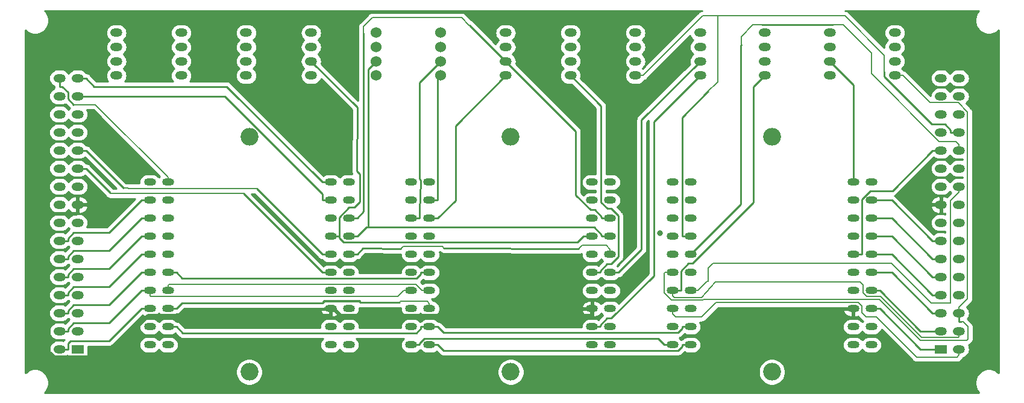
<source format=gtl>
G04 #@! TF.GenerationSoftware,KiCad,Pcbnew,(5.1.5)-3*
G04 #@! TF.CreationDate,2020-02-06T21:26:35+01:00*
G04 #@! TF.ProjectId,wemos-baseplate,77656d6f-732d-4626-9173-65706c617465,rev?*
G04 #@! TF.SameCoordinates,Original*
G04 #@! TF.FileFunction,Copper,L1,Top*
G04 #@! TF.FilePolarity,Positive*
%FSLAX46Y46*%
G04 Gerber Fmt 4.6, Leading zero omitted, Abs format (unit mm)*
G04 Created by KiCad (PCBNEW (5.1.5)-3) date 2020-02-06 21:26:35*
%MOMM*%
%LPD*%
G04 APERTURE LIST*
%ADD10O,1.700000X1.000000*%
%ADD11O,2.500000X2.500000*%
%ADD12O,1.700000X1.200000*%
%ADD13R,1.700000X1.200000*%
%ADD14C,1.524000*%
%ADD15C,0.800000*%
%ADD16C,0.250000*%
%ADD17C,0.200000*%
%ADD18C,0.300000*%
%ADD19C,0.500000*%
%ADD20C,0.254000*%
G04 APERTURE END LIST*
D10*
X111760000Y-95885000D03*
X88900000Y-95885000D03*
X111760000Y-98425000D03*
X88900000Y-98425000D03*
X111760000Y-100965000D03*
X88900000Y-100965000D03*
X111760000Y-103505000D03*
X88900000Y-103505000D03*
X111760000Y-106045000D03*
X88900000Y-106045000D03*
X111760000Y-108585000D03*
X88900000Y-108585000D03*
X111760000Y-111125000D03*
X88900000Y-111125000D03*
X111760000Y-113665000D03*
X88900000Y-113665000D03*
X111760000Y-116205000D03*
X88900000Y-116205000D03*
X111760000Y-118745000D03*
X88900000Y-118745000D03*
X86360000Y-98425000D03*
X86360000Y-100965000D03*
X86360000Y-108585000D03*
X86360000Y-113665000D03*
X86360000Y-95885000D03*
X86360000Y-106045000D03*
X86360000Y-118745000D03*
X86360000Y-116205000D03*
X86360000Y-111125000D03*
X86360000Y-103505000D03*
X114300000Y-116205000D03*
X114300000Y-113665000D03*
X114300000Y-106045000D03*
X114300000Y-100965000D03*
X114300000Y-118745000D03*
X114300000Y-108585000D03*
X114300000Y-95885000D03*
X114300000Y-98425000D03*
X114300000Y-103505000D03*
X114300000Y-111125000D03*
D11*
X100330000Y-89535000D03*
X100330000Y-122555000D03*
D10*
X185180000Y-95885000D03*
X162320000Y-95885000D03*
X185180000Y-98425000D03*
X162320000Y-98425000D03*
X185180000Y-100965000D03*
X162320000Y-100965000D03*
X185180000Y-103505000D03*
X162320000Y-103505000D03*
X185180000Y-106045000D03*
X162320000Y-106045000D03*
X185180000Y-108585000D03*
X162320000Y-108585000D03*
X185180000Y-111125000D03*
X162320000Y-111125000D03*
X185180000Y-113665000D03*
X162320000Y-113665000D03*
X185180000Y-116205000D03*
X162320000Y-116205000D03*
X185180000Y-118745000D03*
X162320000Y-118745000D03*
X159780000Y-98425000D03*
X159780000Y-100965000D03*
X159780000Y-108585000D03*
X159780000Y-113665000D03*
X159780000Y-95885000D03*
X159780000Y-106045000D03*
X159780000Y-118745000D03*
X159780000Y-116205000D03*
X159780000Y-111125000D03*
X159780000Y-103505000D03*
X187720000Y-116205000D03*
X187720000Y-113665000D03*
X187720000Y-106045000D03*
X187720000Y-100965000D03*
X187720000Y-118745000D03*
X187720000Y-108585000D03*
X187720000Y-95885000D03*
X187720000Y-98425000D03*
X187720000Y-103505000D03*
X187720000Y-111125000D03*
D11*
X173750000Y-89535000D03*
X173750000Y-122555000D03*
D10*
X148470000Y-95885000D03*
X125610000Y-95885000D03*
X148470000Y-98425000D03*
X125610000Y-98425000D03*
X148470000Y-100965000D03*
X125610000Y-100965000D03*
X148470000Y-103505000D03*
X125610000Y-103505000D03*
X148470000Y-106045000D03*
X125610000Y-106045000D03*
X148470000Y-108585000D03*
X125610000Y-108585000D03*
X148470000Y-111125000D03*
X125610000Y-111125000D03*
X148470000Y-113665000D03*
X125610000Y-113665000D03*
X148470000Y-116205000D03*
X125610000Y-116205000D03*
X148470000Y-118745000D03*
X125610000Y-118745000D03*
X123070000Y-98425000D03*
X123070000Y-100965000D03*
X123070000Y-108585000D03*
X123070000Y-113665000D03*
X123070000Y-95885000D03*
X123070000Y-106045000D03*
X123070000Y-118745000D03*
X123070000Y-116205000D03*
X123070000Y-111125000D03*
X123070000Y-103505000D03*
X151010000Y-116205000D03*
X151010000Y-113665000D03*
X151010000Y-106045000D03*
X151010000Y-100965000D03*
X151010000Y-118745000D03*
X151010000Y-108585000D03*
X151010000Y-95885000D03*
X151010000Y-98425000D03*
X151010000Y-103505000D03*
X151010000Y-111125000D03*
D11*
X137040000Y-89535000D03*
X137040000Y-122555000D03*
D12*
X191008000Y-80899000D03*
X191008000Y-78899000D03*
X191008000Y-76899000D03*
X191008000Y-74899000D03*
X181896000Y-80899000D03*
X181896000Y-78899000D03*
X181896000Y-76899000D03*
X181896000Y-74899000D03*
X163671000Y-80899000D03*
X163671000Y-78899000D03*
X163671000Y-76899000D03*
X163671000Y-74899000D03*
X145447000Y-80899000D03*
X145447000Y-78899000D03*
X145447000Y-76899000D03*
X145447000Y-74899000D03*
X172784000Y-80899000D03*
X172784000Y-78899000D03*
X172784000Y-76899000D03*
X172784000Y-74899000D03*
X154559000Y-80899000D03*
X154559000Y-78899000D03*
X154559000Y-76899000D03*
X154559000Y-74899000D03*
X136334000Y-80899000D03*
X136334000Y-78899000D03*
X136334000Y-76899000D03*
X136334000Y-74899000D03*
X81661000Y-80899000D03*
X81661000Y-78899000D03*
X81661000Y-76899000D03*
X81661000Y-74899000D03*
X108998000Y-80899000D03*
X108998000Y-78899000D03*
X108998000Y-76899000D03*
X108998000Y-74899000D03*
X99885500Y-80899000D03*
X99885500Y-78899000D03*
X99885500Y-76899000D03*
X99885500Y-74899000D03*
X90773200Y-80899000D03*
X90773200Y-78899000D03*
X90773200Y-76899000D03*
X90773200Y-74899000D03*
X200025000Y-81280000D03*
X197485000Y-81280000D03*
X200025000Y-83820000D03*
X197485000Y-83820000D03*
X200025000Y-86360000D03*
X197485000Y-86360000D03*
X200025000Y-88900000D03*
X197485000Y-88900000D03*
X200025000Y-91440000D03*
X197485000Y-91440000D03*
X200025000Y-93980000D03*
X197485000Y-93980000D03*
X200025000Y-96520000D03*
X197485000Y-96520000D03*
X200025000Y-99060000D03*
X197485000Y-99060000D03*
X200025000Y-101600000D03*
X197485000Y-101600000D03*
X200025000Y-104140000D03*
X197485000Y-104140000D03*
X200025000Y-106680000D03*
X197485000Y-106680000D03*
X200025000Y-109220000D03*
X197485000Y-109220000D03*
X200025000Y-111760000D03*
X197485000Y-111760000D03*
X200025000Y-114300000D03*
X197485000Y-114300000D03*
X200025000Y-116840000D03*
X197485000Y-116840000D03*
X200025000Y-119380000D03*
D13*
X197485000Y-119380000D03*
D12*
X73660000Y-81280000D03*
X76200000Y-81280000D03*
X73660000Y-83820000D03*
X76200000Y-83820000D03*
X73660000Y-86360000D03*
X76200000Y-86360000D03*
X73660000Y-88900000D03*
X76200000Y-88900000D03*
X73660000Y-91440000D03*
X76200000Y-91440000D03*
X73660000Y-93980000D03*
X76200000Y-93980000D03*
X73660000Y-96520000D03*
X76200000Y-96520000D03*
X73660000Y-99060000D03*
X76200000Y-99060000D03*
X73660000Y-101600000D03*
X76200000Y-101600000D03*
X73660000Y-104140000D03*
X76200000Y-104140000D03*
X73660000Y-106680000D03*
X76200000Y-106680000D03*
X73660000Y-109220000D03*
X76200000Y-109220000D03*
X73660000Y-111760000D03*
X76200000Y-111760000D03*
X73660000Y-114300000D03*
X76200000Y-114300000D03*
X73660000Y-116840000D03*
X76200000Y-116840000D03*
X73660000Y-119380000D03*
D13*
X76200000Y-119380000D03*
D14*
X127222000Y-80899000D03*
X127222000Y-78899000D03*
X127222000Y-76899000D03*
X127222000Y-74899000D03*
X118110000Y-80899000D03*
X118110000Y-78899000D03*
X118110000Y-76899000D03*
X118110000Y-74899000D03*
D15*
X158056000Y-103019000D03*
D16*
X73660000Y-81280000D02*
X73660000Y-82455300D01*
X74835300Y-84135100D02*
X74835300Y-83263200D01*
X74835300Y-83263200D02*
X74027400Y-82455300D01*
X74027400Y-82455300D02*
X73660000Y-82455300D01*
D17*
X88900000Y-95185000D02*
X78692400Y-84977400D01*
X78692400Y-84977400D02*
X75677600Y-84977400D01*
X88900000Y-95885000D02*
X88900000Y-95185000D01*
D16*
X75677600Y-84977400D02*
X74835300Y-84135100D01*
X125610000Y-98425000D02*
X126785300Y-98425000D01*
X126785300Y-98425000D02*
X126785300Y-81335700D01*
X126785300Y-81335700D02*
X127222000Y-80899000D01*
X73660000Y-106680000D02*
X74835300Y-106680000D01*
X86360000Y-100965000D02*
X85184700Y-100965000D01*
X85184700Y-100965000D02*
X80645000Y-105504700D01*
X80645000Y-105504700D02*
X75643200Y-105504700D01*
X75643200Y-105504700D02*
X74835300Y-106312600D01*
X74835300Y-106312600D02*
X74835300Y-106680000D01*
X124245300Y-100965000D02*
X123070000Y-100965000D01*
X124333000Y-96901000D02*
X124245300Y-100965000D01*
X127222000Y-78899000D02*
X124245300Y-81875700D01*
X124245300Y-81875700D02*
X124245300Y-95416300D01*
X124245300Y-95416300D02*
X124434990Y-95605990D01*
X124434990Y-95605990D02*
X124434990Y-96799010D01*
X124434990Y-96799010D02*
X124333000Y-96901000D01*
X159780000Y-111125000D02*
X160955300Y-111125000D01*
X160955300Y-111125000D02*
X160955300Y-108390600D01*
X160955300Y-108390600D02*
X162030900Y-107315000D01*
X162030900Y-107315000D02*
X162580100Y-107315000D01*
X162580100Y-107315000D02*
X171179900Y-98715200D01*
X171179900Y-98715200D02*
X171179900Y-82503100D01*
X171179900Y-82503100D02*
X172784000Y-80899000D01*
X73660000Y-116840000D02*
X74835300Y-116840000D01*
X86360000Y-111125000D02*
X85184700Y-111125000D01*
X85184700Y-111125000D02*
X80645000Y-115664700D01*
X80645000Y-115664700D02*
X75643200Y-115664700D01*
X75643200Y-115664700D02*
X74835300Y-116472600D01*
X74835300Y-116472600D02*
X74835300Y-116840000D01*
D17*
X86360000Y-111825000D02*
X86360000Y-111125000D01*
X86510010Y-111975010D02*
X86360000Y-111825000D01*
X121169990Y-111975010D02*
X86510010Y-111975010D01*
X122020000Y-111125000D02*
X121169990Y-111975010D01*
X123070000Y-111125000D02*
X122020000Y-111125000D01*
X159780000Y-111125000D02*
X160830000Y-111125000D01*
X199924990Y-117740010D02*
X200025000Y-117640000D01*
X194765510Y-117740010D02*
X199924990Y-117740010D01*
X163830000Y-112077500D02*
X165798500Y-109918500D01*
X159780000Y-111125000D02*
X159780000Y-111825000D01*
X160020000Y-112077500D02*
X163830000Y-112077500D01*
X165798500Y-109918500D02*
X186118500Y-109918500D01*
X186538490Y-111424874D02*
X187064116Y-111950500D01*
X200025000Y-117640000D02*
X200025000Y-116840000D01*
X159780000Y-111825000D02*
X160020000Y-112077500D01*
X186538490Y-110338490D02*
X186538490Y-111424874D01*
X186118500Y-109918500D02*
X186538490Y-110338490D01*
X187064116Y-111950500D02*
X188976000Y-111950500D01*
X188976000Y-111950500D02*
X194765510Y-117740010D01*
D16*
X125610000Y-116205000D02*
X126785300Y-116205000D01*
X162320000Y-116205000D02*
X161144700Y-116205000D01*
X161144700Y-116205000D02*
X161144700Y-116447400D01*
X161144700Y-116447400D02*
X160557300Y-117034800D01*
X160557300Y-117034800D02*
X127615100Y-117034800D01*
X127615100Y-117034800D02*
X126785300Y-116205000D01*
X88900000Y-116205000D02*
X90075300Y-116205000D01*
X125610000Y-116205000D02*
X124434700Y-116205000D01*
X124434700Y-116205000D02*
X124434700Y-116419200D01*
X124434700Y-116419200D02*
X123775900Y-117078000D01*
X123775900Y-117078000D02*
X90948300Y-117078000D01*
X90948300Y-117078000D02*
X90075300Y-116205000D01*
X123070000Y-118745000D02*
X124245300Y-118745000D01*
X159780000Y-118745000D02*
X158604700Y-118745000D01*
X158604700Y-118745000D02*
X157731700Y-117872000D01*
X157731700Y-117872000D02*
X124904200Y-117872000D01*
X124904200Y-117872000D02*
X124245300Y-118530900D01*
X124245300Y-118530900D02*
X124245300Y-118745000D01*
X162320000Y-118745000D02*
X161144700Y-118745000D01*
X125610000Y-118745000D02*
X126785300Y-118745000D01*
X126785300Y-118745000D02*
X127615000Y-119574700D01*
X127615000Y-119574700D02*
X160557100Y-119574700D01*
X160557100Y-119574700D02*
X161144700Y-118987100D01*
X161144700Y-118987100D02*
X161144700Y-118745000D01*
X114300000Y-106045000D02*
X115475300Y-106045000D01*
X116311500Y-105208800D02*
X115475300Y-106045000D01*
X197485000Y-111760000D02*
X196309700Y-111760000D01*
X187720000Y-106045000D02*
X190594700Y-106045000D01*
X190594700Y-106045000D02*
X196309700Y-111760000D01*
D17*
X151010000Y-105345000D02*
X150440000Y-104775000D01*
X151010000Y-106045000D02*
X151010000Y-105345000D01*
X150440000Y-104775000D02*
X147066000Y-104775000D01*
X147066000Y-104775000D02*
X146558000Y-105283000D01*
X121600225Y-105221775D02*
X121920000Y-104902000D01*
D16*
X121600225Y-105221775D02*
X116311500Y-105208800D01*
D17*
X121920000Y-104902000D02*
X127508000Y-104902000D01*
X127508000Y-105029000D02*
X127635000Y-105156000D01*
X127508000Y-104902000D02*
X127508000Y-105029000D01*
D16*
X146558000Y-105283000D02*
X127635000Y-105156000D01*
X111760000Y-98425000D02*
X110584700Y-98425000D01*
X110584700Y-98425000D02*
X110584700Y-97543500D01*
X110584700Y-97543500D02*
X96861200Y-83820000D01*
X96861200Y-83820000D02*
X76200000Y-83820000D01*
X185180000Y-95885000D02*
X185180000Y-82183000D01*
X185180000Y-82183000D02*
X181896000Y-78899000D01*
X111760000Y-95885000D02*
X110584700Y-95885000D01*
X76200000Y-81280000D02*
X77375300Y-81280000D01*
X77375300Y-81280000D02*
X78533200Y-82437900D01*
X78533200Y-82437900D02*
X97137600Y-82437900D01*
X97137600Y-82437900D02*
X110584700Y-95885000D01*
X197485000Y-116840000D02*
X194610300Y-116840000D01*
X194610300Y-116840000D02*
X188895300Y-111125000D01*
X187720000Y-111125000D02*
X188895300Y-111125000D01*
X151010000Y-103505000D02*
X149834700Y-103505000D01*
X117006100Y-102235000D02*
X116745300Y-102235000D01*
X116745300Y-102235000D02*
X115475300Y-103505000D01*
X149834700Y-103505000D02*
X149834700Y-103284600D01*
X149834700Y-103284600D02*
X148785100Y-102235000D01*
X148785100Y-102235000D02*
X117006100Y-102235000D01*
X117006100Y-102235000D02*
X117006100Y-80002900D01*
X117006100Y-80002900D02*
X118110000Y-78899000D01*
X114300000Y-103505000D02*
X115475300Y-103505000D01*
X197485000Y-109220000D02*
X196309700Y-109220000D01*
X187720000Y-103505000D02*
X190594700Y-103505000D01*
X190594700Y-103505000D02*
X196309700Y-109220000D01*
X187720000Y-98425000D02*
X190594700Y-98425000D01*
X197485000Y-104140000D02*
X196309700Y-104140000D01*
X190594700Y-98425000D02*
X196309700Y-104140000D01*
X163671000Y-78899000D02*
X155431200Y-87138800D01*
X155431200Y-87138800D02*
X155431200Y-105339100D01*
X155431200Y-105339100D02*
X152185300Y-108585000D01*
X151010000Y-108585000D02*
X152185300Y-108585000D01*
X197485000Y-114300000D02*
X196309700Y-114300000D01*
X187720000Y-108585000D02*
X190594700Y-108585000D01*
X190594700Y-108585000D02*
X196309700Y-114300000D01*
X136334000Y-78899000D02*
X146181400Y-88746400D01*
X146181400Y-88746400D02*
X146181400Y-97695300D01*
X146181400Y-97695300D02*
X148263200Y-99777100D01*
X148263200Y-99777100D02*
X148867300Y-99777100D01*
X148867300Y-99777100D02*
X149834700Y-100744500D01*
X149834700Y-100744500D02*
X149834700Y-100965000D01*
X114300000Y-100965000D02*
X115475300Y-100965000D01*
X136334000Y-78899000D02*
X131242600Y-73807600D01*
X116400000Y-74999400D02*
X116400000Y-100040300D01*
X116400000Y-100040300D02*
X115475300Y-100965000D01*
X196309700Y-106680000D02*
X190594700Y-100965000D01*
X190594700Y-100965000D02*
X187720000Y-100965000D01*
X151010000Y-100965000D02*
X149834700Y-100965000D01*
X197485000Y-106680000D02*
X196309700Y-106680000D01*
D17*
X131242600Y-73807600D02*
X131211600Y-73807600D01*
X131211600Y-73807600D02*
X130175000Y-72771000D01*
X130175000Y-72771000D02*
X117602000Y-72771000D01*
X116332000Y-74041000D02*
X116332000Y-74930000D01*
X117602000Y-72771000D02*
X116332000Y-74041000D01*
D16*
X116332000Y-74930000D02*
X116400000Y-74999400D01*
X187720000Y-113665000D02*
X188895300Y-113665000D01*
X188895300Y-113665000D02*
X194610300Y-119380000D01*
X194610300Y-119380000D02*
X197485000Y-119380000D01*
X73660000Y-109220000D02*
X74835300Y-109220000D01*
X86360000Y-103505000D02*
X85184700Y-103505000D01*
X85184700Y-103505000D02*
X80645000Y-108044700D01*
X80645000Y-108044700D02*
X75643200Y-108044700D01*
X75643200Y-108044700D02*
X74835300Y-108852600D01*
X74835300Y-108852600D02*
X74835300Y-109220000D01*
X73660000Y-111760000D02*
X74835300Y-111760000D01*
X86360000Y-106045000D02*
X85184700Y-106045000D01*
X85184700Y-106045000D02*
X80645000Y-110584700D01*
X80645000Y-110584700D02*
X75643200Y-110584700D01*
X75643200Y-110584700D02*
X74835300Y-111392600D01*
X74835300Y-111392600D02*
X74835300Y-111760000D01*
X73660000Y-119380000D02*
X74835300Y-119380000D01*
X86360000Y-113665000D02*
X85184700Y-113665000D01*
X85184700Y-113665000D02*
X80645000Y-118204700D01*
X80645000Y-118204700D02*
X75202500Y-118204700D01*
X75202500Y-118204700D02*
X74835300Y-118571900D01*
X74835300Y-118571900D02*
X74835300Y-119380000D01*
D17*
X159780000Y-114365000D02*
X159780000Y-113665000D01*
X200025000Y-120180000D02*
X199745500Y-120459500D01*
X200025000Y-119380000D02*
X200025000Y-120180000D01*
X160223000Y-114808000D02*
X159780000Y-114365000D01*
X199745500Y-120459500D02*
X194056000Y-120459500D01*
X194056000Y-120459500D02*
X188404500Y-114808000D01*
X188404500Y-114808000D02*
X186944000Y-114808000D01*
X165886510Y-112814990D02*
X163893500Y-114808000D01*
X186380010Y-113312915D02*
X185882085Y-112814990D01*
X186380010Y-114244010D02*
X186380010Y-113312915D01*
X185882085Y-112814990D02*
X165886510Y-112814990D01*
X186944000Y-114808000D02*
X186380010Y-114244010D01*
X163893500Y-114808000D02*
X160223000Y-114808000D01*
D16*
X200025000Y-114300000D02*
X200025000Y-115475300D01*
X200392400Y-115475300D02*
X200025000Y-115475300D01*
X73660000Y-114300000D02*
X74835300Y-114300000D01*
X86360000Y-108585000D02*
X85184700Y-108585000D01*
X85184700Y-108585000D02*
X80645000Y-113124700D01*
X80645000Y-113124700D02*
X75643200Y-113124700D01*
X75643200Y-113124700D02*
X74835300Y-113932600D01*
X74835300Y-113932600D02*
X74835300Y-114300000D01*
D17*
X199907816Y-84720010D02*
X195972010Y-84720010D01*
X201225010Y-86037204D02*
X199907816Y-84720010D01*
X201225010Y-112299990D02*
X201225010Y-86037204D01*
X200025000Y-114300000D02*
X200025000Y-113500000D01*
X200025000Y-113500000D02*
X201225010Y-112299990D01*
X192151000Y-80899000D02*
X191008000Y-80899000D01*
X195972010Y-84720010D02*
X192151000Y-80899000D01*
X194599821Y-118140020D02*
X201074480Y-118140020D01*
X189274792Y-112814990D02*
X194599821Y-118140020D01*
X200392400Y-115475300D02*
X200565300Y-115475300D01*
X200565300Y-115475300D02*
X201295000Y-116205000D01*
X201295000Y-117919500D02*
X201074480Y-118140020D01*
X201295000Y-116205000D02*
X201295000Y-117919500D01*
X200025000Y-114300000D02*
X200025000Y-115100000D01*
X189274792Y-112814990D02*
X189268990Y-112814990D01*
X189268990Y-112814990D02*
X188804510Y-112350510D01*
X159648020Y-112474404D02*
X159892597Y-112474404D01*
X158629990Y-111456374D02*
X159648020Y-112474404D01*
X158730000Y-108585000D02*
X159780000Y-108585000D01*
X158629990Y-108685010D02*
X158730000Y-108585000D01*
X158629990Y-111456374D02*
X158629990Y-108685010D01*
X159651126Y-112477510D02*
X158629990Y-111456374D01*
X163995689Y-112477510D02*
X159651126Y-112477510D01*
X164122689Y-112350510D02*
X163995689Y-112477510D01*
X188804510Y-112350510D02*
X164122689Y-112350510D01*
D16*
X73660000Y-104140000D02*
X74835300Y-104140000D01*
X86360000Y-98425000D02*
X85184700Y-98425000D01*
X85184700Y-98425000D02*
X80645000Y-102964700D01*
X80645000Y-102964700D02*
X75643200Y-102964700D01*
X75643200Y-102964700D02*
X74835300Y-103772600D01*
X74835300Y-103772600D02*
X74835300Y-104140000D01*
D17*
X89050010Y-110274990D02*
X88900000Y-110425000D01*
X88900000Y-110425000D02*
X88900000Y-111125000D01*
X123709990Y-110274990D02*
X89050010Y-110274990D01*
X124560000Y-111125000D02*
X123709990Y-110274990D01*
X125610000Y-111125000D02*
X124560000Y-111125000D01*
X163370000Y-111125000D02*
X162320000Y-111125000D01*
X164640000Y-109855000D02*
X163370000Y-111125000D01*
X200025000Y-97320000D02*
X198824990Y-98520010D01*
X200025000Y-96520000D02*
X200025000Y-97320000D01*
X198824990Y-112909490D02*
X196094490Y-112909490D01*
X198824990Y-98520010D02*
X198824990Y-112909490D01*
X196094490Y-112909490D02*
X190500000Y-107315000D01*
X164782500Y-107962500D02*
X164782500Y-109855000D01*
X165430000Y-107315000D02*
X164782500Y-107962500D01*
X190500000Y-107315000D02*
X165430000Y-107315000D01*
X164782500Y-109855000D02*
X164640000Y-109855000D01*
D16*
X88900000Y-108585000D02*
X90075300Y-108585000D01*
X125610000Y-108585000D02*
X124434700Y-108585000D01*
X124434700Y-108585000D02*
X124434700Y-108834200D01*
X124434700Y-108834200D02*
X123847300Y-109421600D01*
X123847300Y-109421600D02*
X90911900Y-109421600D01*
X90911900Y-109421600D02*
X90075300Y-108585000D01*
X76200000Y-93980000D02*
X77375300Y-93980000D01*
X111760000Y-108585000D02*
X110584700Y-108585000D01*
X80726900Y-97331600D02*
X77375300Y-93980000D01*
X148470000Y-108585000D02*
X149645300Y-108585000D01*
X149645300Y-108585000D02*
X149645300Y-108364500D01*
X149645300Y-108364500D02*
X150600100Y-107409700D01*
X150600100Y-107409700D02*
X151164000Y-107409700D01*
X151164000Y-107409700D02*
X152186700Y-106387000D01*
X152186700Y-106387000D02*
X152186700Y-100624400D01*
X152186700Y-100624400D02*
X151130200Y-99567900D01*
X151130200Y-99567900D02*
X150608800Y-99567900D01*
X150608800Y-99567900D02*
X149740000Y-98699100D01*
X149740000Y-98699100D02*
X149740000Y-85192000D01*
X149740000Y-85192000D02*
X145447000Y-80899000D01*
D17*
X80851650Y-97488650D02*
X80772000Y-97409000D01*
X99488350Y-97488650D02*
X80851650Y-97488650D01*
D16*
X110584700Y-108585000D02*
X99488350Y-97488650D01*
X80772000Y-97409000D02*
X80726900Y-97331600D01*
X162320000Y-106045000D02*
X169394300Y-98970700D01*
X169394300Y-98970700D02*
X169394300Y-76737400D01*
X172352900Y-73778800D02*
X182350000Y-73778800D01*
D17*
X187706000Y-77724000D02*
X183769000Y-73787000D01*
X200025000Y-90640000D02*
X199555000Y-90170000D01*
X200025000Y-91440000D02*
X200025000Y-90640000D01*
X197232194Y-90170000D02*
X187706000Y-80643806D01*
X183769000Y-73787000D02*
X182372000Y-73787000D01*
X199555000Y-90170000D02*
X197232194Y-90170000D01*
X187706000Y-80643806D02*
X187706000Y-77724000D01*
X172352900Y-73778800D02*
X171077200Y-73778800D01*
X169418000Y-75438000D02*
X169418000Y-76581000D01*
X171077200Y-73778800D02*
X169418000Y-75438000D01*
D16*
X169394300Y-76737400D02*
X169418000Y-76581000D01*
X197485000Y-91440000D02*
X196309700Y-91440000D01*
X185180000Y-106045000D02*
X186355300Y-106045000D01*
X186355300Y-106045000D02*
X186355300Y-98270600D01*
X186355300Y-98270600D02*
X187536800Y-97089100D01*
X187536800Y-97089100D02*
X190660600Y-97089100D01*
X190660600Y-97089100D02*
X196309700Y-91440000D01*
X82651700Y-96716400D02*
X77375300Y-91440000D01*
X111760000Y-106045000D02*
X110584700Y-106045000D01*
X76200000Y-91440000D02*
X77375300Y-91440000D01*
D17*
X83254400Y-96716400D02*
X83312000Y-96774000D01*
X83312000Y-96774000D02*
X101346000Y-96774000D01*
X82651700Y-96716400D02*
X83254400Y-96716400D01*
D16*
X110584700Y-106045000D02*
X101346000Y-96774000D01*
X161144700Y-103505000D02*
X161144700Y-86770200D01*
X162320000Y-103505000D02*
X161144700Y-103505000D01*
X161144700Y-86770200D02*
X164660950Y-83253950D01*
X164660950Y-83253950D02*
X164758300Y-83156600D01*
D17*
X163195500Y-73312500D02*
X155609000Y-80899000D01*
D16*
X198849700Y-88532600D02*
X198849700Y-88900000D01*
X198041800Y-87724700D02*
X198849700Y-88532600D01*
X198849700Y-88900000D02*
X200025000Y-88900000D01*
X189544400Y-81050200D02*
X196218900Y-87724700D01*
X189544400Y-80336300D02*
X189544400Y-81050200D01*
X196218900Y-87724700D02*
X198041800Y-87724700D01*
D17*
X189544400Y-81050200D02*
X189544400Y-78038400D01*
X189544400Y-78038400D02*
X184023000Y-72517000D01*
X155609000Y-80899000D02*
X154559000Y-80899000D01*
X163991000Y-72517000D02*
X155609000Y-80899000D01*
X184023000Y-72517000D02*
X163991000Y-72517000D01*
X166116000Y-81798900D02*
X166116000Y-72517000D01*
X164660950Y-83253950D02*
X166116000Y-81798900D01*
D16*
X125610000Y-100965000D02*
X126785300Y-100965000D01*
X126785300Y-100965000D02*
X129273400Y-98476900D01*
X129273400Y-98476900D02*
X129273400Y-87959600D01*
X129273400Y-87959600D02*
X136334000Y-80899000D01*
X148470000Y-103505000D02*
X147294700Y-103505000D01*
X147294700Y-103505000D02*
X146439900Y-104359800D01*
X146439900Y-104359800D02*
X113600000Y-104359800D01*
X113600000Y-104359800D02*
X112935300Y-103695100D01*
X112935300Y-103695100D02*
X112935300Y-103505000D01*
X111760000Y-103505000D02*
X112935300Y-103505000D01*
X115475300Y-85376300D02*
X108998000Y-78899000D01*
X115443000Y-94361000D02*
X115475300Y-85376300D01*
X112935300Y-100811800D02*
X114354000Y-99393100D01*
X112935300Y-103505000D02*
X112935300Y-100811800D01*
X115824000Y-94742000D02*
X115443000Y-94361000D01*
X114354000Y-99393100D02*
X115109900Y-99393100D01*
X115824000Y-98679000D02*
X115824000Y-94742000D01*
X115109900Y-99393100D02*
X115824000Y-98679000D01*
D17*
X187370000Y-95885000D02*
X187720000Y-95885000D01*
D16*
X88900000Y-113665000D02*
X90075300Y-113665000D01*
X90903100Y-112837200D02*
X90075300Y-113665000D01*
D18*
X110678200Y-112837200D02*
X110866400Y-112649000D01*
D16*
X110678200Y-112837200D02*
X90903100Y-112837200D01*
D18*
X115824000Y-112649000D02*
X115951000Y-112776000D01*
X110866400Y-112649000D02*
X115824000Y-112649000D01*
D17*
X125610000Y-112965000D02*
X125294000Y-112649000D01*
X125610000Y-113665000D02*
X125610000Y-112965000D01*
X121539000Y-112649000D02*
X121412000Y-112776000D01*
X125294000Y-112649000D02*
X121539000Y-112649000D01*
D16*
X121412000Y-112776000D02*
X115951000Y-112776000D01*
X109409400Y-114840300D02*
X88742000Y-114840300D01*
X73147900Y-120573600D02*
X72414600Y-119840300D01*
D17*
X88744905Y-114808000D02*
X88773000Y-114808000D01*
D16*
X88742000Y-114840300D02*
X88773000Y-114808000D01*
D18*
X111760000Y-113665000D02*
X111760000Y-114465000D01*
D16*
X146421700Y-114538000D02*
X116586000Y-114681000D01*
D19*
X148469990Y-114665010D02*
X148470000Y-114665000D01*
X148470000Y-114665000D02*
X148470000Y-113665000D01*
X112110000Y-113665000D02*
X113110010Y-114665010D01*
X113110010Y-114665010D02*
X148469990Y-114665010D01*
X111760000Y-113665000D02*
X112110000Y-113665000D01*
X111759990Y-114665010D02*
X111760000Y-114665000D01*
X86135763Y-114665010D02*
X111759990Y-114665010D01*
X80320763Y-120480010D02*
X86135763Y-114665010D01*
X72954361Y-120480010D02*
X80320763Y-120480010D01*
X72136000Y-119888000D02*
X72954361Y-120480010D01*
X76200000Y-99060000D02*
X76200000Y-100160000D01*
X111760000Y-114665000D02*
X111760000Y-113665000D01*
X76030000Y-100330000D02*
X72326500Y-100330000D01*
X72009000Y-101028500D02*
X72136000Y-119888000D01*
X76200000Y-100160000D02*
X76030000Y-100330000D01*
X72326500Y-100330000D02*
X72009000Y-101028500D01*
D16*
X148470000Y-116205000D02*
X149645300Y-116205000D01*
X149645300Y-116205000D02*
X149645300Y-115984500D01*
X149645300Y-115984500D02*
X150600100Y-115029700D01*
X150600100Y-115029700D02*
X151173700Y-115029700D01*
X151173700Y-115029700D02*
X157175600Y-109027800D01*
X157175600Y-109027800D02*
X157175600Y-87394400D01*
X157175600Y-87394400D02*
X163671000Y-80899000D01*
D20*
G36*
X163846914Y-71792635D02*
G01*
X163804886Y-71805384D01*
X163708367Y-71834663D01*
X163580680Y-71902913D01*
X163468762Y-71994762D01*
X163445746Y-72022807D01*
X162701307Y-72767247D01*
X162701306Y-72767247D01*
X158880140Y-76588414D01*
X155554987Y-79913567D01*
X155537238Y-79899000D01*
X155686502Y-79776502D01*
X155840833Y-79588449D01*
X155955511Y-79373901D01*
X156026130Y-79141102D01*
X156049975Y-78899000D01*
X156026130Y-78656898D01*
X155955511Y-78424099D01*
X155840833Y-78209551D01*
X155686502Y-78021498D01*
X155537238Y-77899000D01*
X155686502Y-77776502D01*
X155840833Y-77588449D01*
X155955511Y-77373901D01*
X156026130Y-77141102D01*
X156049975Y-76899000D01*
X156026130Y-76656898D01*
X155955511Y-76424099D01*
X155840833Y-76209551D01*
X155686502Y-76021498D01*
X155537238Y-75899000D01*
X155686502Y-75776502D01*
X155840833Y-75588449D01*
X155955511Y-75373901D01*
X156026130Y-75141102D01*
X156049975Y-74899000D01*
X156026130Y-74656898D01*
X155955511Y-74424099D01*
X155840833Y-74209551D01*
X155686502Y-74021498D01*
X155498449Y-73867167D01*
X155283901Y-73752489D01*
X155051102Y-73681870D01*
X154869665Y-73664000D01*
X154248335Y-73664000D01*
X154066898Y-73681870D01*
X153834099Y-73752489D01*
X153619551Y-73867167D01*
X153431498Y-74021498D01*
X153277167Y-74209551D01*
X153162489Y-74424099D01*
X153091870Y-74656898D01*
X153068025Y-74899000D01*
X153091870Y-75141102D01*
X153162489Y-75373901D01*
X153277167Y-75588449D01*
X153431498Y-75776502D01*
X153580762Y-75899000D01*
X153431498Y-76021498D01*
X153277167Y-76209551D01*
X153162489Y-76424099D01*
X153091870Y-76656898D01*
X153068025Y-76899000D01*
X153091870Y-77141102D01*
X153162489Y-77373901D01*
X153277167Y-77588449D01*
X153431498Y-77776502D01*
X153580762Y-77899000D01*
X153431498Y-78021498D01*
X153277167Y-78209551D01*
X153162489Y-78424099D01*
X153091870Y-78656898D01*
X153068025Y-78899000D01*
X153091870Y-79141102D01*
X153162489Y-79373901D01*
X153277167Y-79588449D01*
X153431498Y-79776502D01*
X153580762Y-79899000D01*
X153431498Y-80021498D01*
X153277167Y-80209551D01*
X153162489Y-80424099D01*
X153091870Y-80656898D01*
X153068025Y-80899000D01*
X153091870Y-81141102D01*
X153162489Y-81373901D01*
X153277167Y-81588449D01*
X153431498Y-81776502D01*
X153619551Y-81930833D01*
X153834099Y-82045511D01*
X154066898Y-82116130D01*
X154248335Y-82134000D01*
X154869665Y-82134000D01*
X155051102Y-82116130D01*
X155283901Y-82045511D01*
X155498449Y-81930833D01*
X155686502Y-81776502D01*
X155831766Y-81599498D01*
X155891633Y-81581337D01*
X156019320Y-81513087D01*
X156131238Y-81421238D01*
X156154259Y-81393187D01*
X162250995Y-75296452D01*
X162274489Y-75373901D01*
X162389167Y-75588449D01*
X162543498Y-75776502D01*
X162692762Y-75899000D01*
X162543498Y-76021498D01*
X162389167Y-76209551D01*
X162274489Y-76424099D01*
X162203870Y-76656898D01*
X162180025Y-76899000D01*
X162203870Y-77141102D01*
X162274489Y-77373901D01*
X162389167Y-77588449D01*
X162543498Y-77776502D01*
X162692762Y-77899000D01*
X162543498Y-78021498D01*
X162389167Y-78209551D01*
X162274489Y-78424099D01*
X162203870Y-78656898D01*
X162180025Y-78899000D01*
X162203870Y-79141102D01*
X162238834Y-79256364D01*
X154920203Y-86574996D01*
X154891199Y-86598799D01*
X154836071Y-86665974D01*
X154796226Y-86714524D01*
X154731883Y-86834901D01*
X154725654Y-86846554D01*
X154682197Y-86989815D01*
X154671200Y-87101468D01*
X154671200Y-87101478D01*
X154667524Y-87138800D01*
X154671200Y-87176122D01*
X154671201Y-105024297D01*
X152029412Y-107666087D01*
X152003599Y-107644903D01*
X152697704Y-106950798D01*
X152726701Y-106927001D01*
X152821674Y-106811276D01*
X152892246Y-106679247D01*
X152935703Y-106535986D01*
X152946700Y-106424333D01*
X152946700Y-106424324D01*
X152950376Y-106387001D01*
X152946700Y-106349678D01*
X152946700Y-100661733D01*
X152950377Y-100624400D01*
X152943178Y-100551303D01*
X152935703Y-100475414D01*
X152892246Y-100332153D01*
X152821674Y-100200124D01*
X152726701Y-100084399D01*
X152697703Y-100060601D01*
X152002830Y-99365728D01*
X152166449Y-99231449D01*
X152308284Y-99058623D01*
X152413676Y-98861447D01*
X152478577Y-98647499D01*
X152500491Y-98425000D01*
X152478577Y-98202501D01*
X152413676Y-97988553D01*
X152308284Y-97791377D01*
X152166449Y-97618551D01*
X151993623Y-97476716D01*
X151796447Y-97371324D01*
X151582499Y-97306423D01*
X151415752Y-97290000D01*
X150604248Y-97290000D01*
X150500000Y-97300267D01*
X150500000Y-97009733D01*
X150604248Y-97020000D01*
X151415752Y-97020000D01*
X151582499Y-97003577D01*
X151796447Y-96938676D01*
X151993623Y-96833284D01*
X152166449Y-96691449D01*
X152308284Y-96518623D01*
X152413676Y-96321447D01*
X152478577Y-96107499D01*
X152500491Y-95885000D01*
X152478577Y-95662501D01*
X152413676Y-95448553D01*
X152308284Y-95251377D01*
X152166449Y-95078551D01*
X151993623Y-94936716D01*
X151796447Y-94831324D01*
X151582499Y-94766423D01*
X151415752Y-94750000D01*
X150604248Y-94750000D01*
X150500000Y-94760267D01*
X150500000Y-85229323D01*
X150503676Y-85192000D01*
X150500000Y-85154677D01*
X150500000Y-85154667D01*
X150489003Y-85043014D01*
X150445546Y-84899753D01*
X150374974Y-84767724D01*
X150280001Y-84651999D01*
X150251003Y-84628201D01*
X146879165Y-81256364D01*
X146914130Y-81141102D01*
X146937975Y-80899000D01*
X146914130Y-80656898D01*
X146843511Y-80424099D01*
X146728833Y-80209551D01*
X146574502Y-80021498D01*
X146425238Y-79899000D01*
X146574502Y-79776502D01*
X146728833Y-79588449D01*
X146843511Y-79373901D01*
X146914130Y-79141102D01*
X146937975Y-78899000D01*
X146914130Y-78656898D01*
X146843511Y-78424099D01*
X146728833Y-78209551D01*
X146574502Y-78021498D01*
X146425238Y-77899000D01*
X146574502Y-77776502D01*
X146728833Y-77588449D01*
X146843511Y-77373901D01*
X146914130Y-77141102D01*
X146937975Y-76899000D01*
X146914130Y-76656898D01*
X146843511Y-76424099D01*
X146728833Y-76209551D01*
X146574502Y-76021498D01*
X146425238Y-75899000D01*
X146574502Y-75776502D01*
X146728833Y-75588449D01*
X146843511Y-75373901D01*
X146914130Y-75141102D01*
X146937975Y-74899000D01*
X146914130Y-74656898D01*
X146843511Y-74424099D01*
X146728833Y-74209551D01*
X146574502Y-74021498D01*
X146386449Y-73867167D01*
X146171901Y-73752489D01*
X145939102Y-73681870D01*
X145757665Y-73664000D01*
X145136335Y-73664000D01*
X144954898Y-73681870D01*
X144722099Y-73752489D01*
X144507551Y-73867167D01*
X144319498Y-74021498D01*
X144165167Y-74209551D01*
X144050489Y-74424099D01*
X143979870Y-74656898D01*
X143956025Y-74899000D01*
X143979870Y-75141102D01*
X144050489Y-75373901D01*
X144165167Y-75588449D01*
X144319498Y-75776502D01*
X144468762Y-75899000D01*
X144319498Y-76021498D01*
X144165167Y-76209551D01*
X144050489Y-76424099D01*
X143979870Y-76656898D01*
X143956025Y-76899000D01*
X143979870Y-77141102D01*
X144050489Y-77373901D01*
X144165167Y-77588449D01*
X144319498Y-77776502D01*
X144468762Y-77899000D01*
X144319498Y-78021498D01*
X144165167Y-78209551D01*
X144050489Y-78424099D01*
X143979870Y-78656898D01*
X143956025Y-78899000D01*
X143979870Y-79141102D01*
X144050489Y-79373901D01*
X144165167Y-79588449D01*
X144319498Y-79776502D01*
X144468762Y-79899000D01*
X144319498Y-80021498D01*
X144165167Y-80209551D01*
X144050489Y-80424099D01*
X143979870Y-80656898D01*
X143956025Y-80899000D01*
X143979870Y-81141102D01*
X144050489Y-81373901D01*
X144165167Y-81588449D01*
X144319498Y-81776502D01*
X144507551Y-81930833D01*
X144722099Y-82045511D01*
X144954898Y-82116130D01*
X145136335Y-82134000D01*
X145607199Y-82134000D01*
X148980001Y-85506803D01*
X148980000Y-94760267D01*
X148875752Y-94750000D01*
X148064248Y-94750000D01*
X147897501Y-94766423D01*
X147683553Y-94831324D01*
X147486377Y-94936716D01*
X147313551Y-95078551D01*
X147171716Y-95251377D01*
X147066324Y-95448553D01*
X147001423Y-95662501D01*
X146979509Y-95885000D01*
X147001423Y-96107499D01*
X147066324Y-96321447D01*
X147171716Y-96518623D01*
X147313551Y-96691449D01*
X147486377Y-96833284D01*
X147683553Y-96938676D01*
X147897501Y-97003577D01*
X148064248Y-97020000D01*
X148875752Y-97020000D01*
X148980000Y-97009733D01*
X148980000Y-97300267D01*
X148875752Y-97290000D01*
X148064248Y-97290000D01*
X147897501Y-97306423D01*
X147683553Y-97371324D01*
X147486377Y-97476716D01*
X147313551Y-97618551D01*
X147253105Y-97692204D01*
X146941400Y-97380499D01*
X146941400Y-88783725D01*
X146945076Y-88746400D01*
X146941400Y-88709075D01*
X146941400Y-88709067D01*
X146930403Y-88597414D01*
X146886946Y-88454153D01*
X146816374Y-88322124D01*
X146721401Y-88206399D01*
X146692404Y-88182602D01*
X137766165Y-79256364D01*
X137801130Y-79141102D01*
X137824975Y-78899000D01*
X137801130Y-78656898D01*
X137730511Y-78424099D01*
X137615833Y-78209551D01*
X137461502Y-78021498D01*
X137312238Y-77899000D01*
X137461502Y-77776502D01*
X137615833Y-77588449D01*
X137730511Y-77373901D01*
X137801130Y-77141102D01*
X137824975Y-76899000D01*
X137801130Y-76656898D01*
X137730511Y-76424099D01*
X137615833Y-76209551D01*
X137461502Y-76021498D01*
X137312238Y-75899000D01*
X137461502Y-75776502D01*
X137615833Y-75588449D01*
X137730511Y-75373901D01*
X137801130Y-75141102D01*
X137824975Y-74899000D01*
X137801130Y-74656898D01*
X137730511Y-74424099D01*
X137615833Y-74209551D01*
X137461502Y-74021498D01*
X137273449Y-73867167D01*
X137058901Y-73752489D01*
X136826102Y-73681870D01*
X136644665Y-73664000D01*
X136023335Y-73664000D01*
X135841898Y-73681870D01*
X135609099Y-73752489D01*
X135394551Y-73867167D01*
X135206498Y-74021498D01*
X135052167Y-74209551D01*
X134937489Y-74424099D01*
X134866870Y-74656898D01*
X134843025Y-74899000D01*
X134866870Y-75141102D01*
X134937489Y-75373901D01*
X135052167Y-75588449D01*
X135206498Y-75776502D01*
X135355762Y-75899000D01*
X135206498Y-76021498D01*
X135052167Y-76209551D01*
X134937489Y-76424099D01*
X134936654Y-76426852D01*
X131753602Y-73243801D01*
X131666876Y-73172626D01*
X131557736Y-73114289D01*
X130720258Y-72276812D01*
X130697238Y-72248762D01*
X130585320Y-72156913D01*
X130457633Y-72088663D01*
X130319085Y-72046635D01*
X130211105Y-72036000D01*
X130175000Y-72032444D01*
X130138895Y-72036000D01*
X117638094Y-72036000D01*
X117601999Y-72032445D01*
X117565904Y-72036000D01*
X117565895Y-72036000D01*
X117457915Y-72046635D01*
X117319367Y-72088663D01*
X117191680Y-72156913D01*
X117079762Y-72248762D01*
X117056746Y-72276807D01*
X115837808Y-73495746D01*
X115809762Y-73518763D01*
X115717913Y-73630681D01*
X115649663Y-73758368D01*
X115634729Y-73807600D01*
X115607635Y-73896915D01*
X115593444Y-74041000D01*
X115597000Y-74077105D01*
X115597000Y-74733818D01*
X115584554Y-74773391D01*
X115568363Y-74922220D01*
X115581519Y-75071346D01*
X115623513Y-75215042D01*
X115640000Y-75246657D01*
X115640000Y-84466198D01*
X110430165Y-79256364D01*
X110465130Y-79141102D01*
X110488975Y-78899000D01*
X110465130Y-78656898D01*
X110394511Y-78424099D01*
X110279833Y-78209551D01*
X110125502Y-78021498D01*
X109976238Y-77899000D01*
X110125502Y-77776502D01*
X110279833Y-77588449D01*
X110394511Y-77373901D01*
X110465130Y-77141102D01*
X110488975Y-76899000D01*
X110465130Y-76656898D01*
X110394511Y-76424099D01*
X110279833Y-76209551D01*
X110125502Y-76021498D01*
X109976238Y-75899000D01*
X110125502Y-75776502D01*
X110279833Y-75588449D01*
X110394511Y-75373901D01*
X110465130Y-75141102D01*
X110488975Y-74899000D01*
X110465130Y-74656898D01*
X110394511Y-74424099D01*
X110279833Y-74209551D01*
X110125502Y-74021498D01*
X109937449Y-73867167D01*
X109722901Y-73752489D01*
X109490102Y-73681870D01*
X109308665Y-73664000D01*
X108687335Y-73664000D01*
X108505898Y-73681870D01*
X108273099Y-73752489D01*
X108058551Y-73867167D01*
X107870498Y-74021498D01*
X107716167Y-74209551D01*
X107601489Y-74424099D01*
X107530870Y-74656898D01*
X107507025Y-74899000D01*
X107530870Y-75141102D01*
X107601489Y-75373901D01*
X107716167Y-75588449D01*
X107870498Y-75776502D01*
X108019762Y-75899000D01*
X107870498Y-76021498D01*
X107716167Y-76209551D01*
X107601489Y-76424099D01*
X107530870Y-76656898D01*
X107507025Y-76899000D01*
X107530870Y-77141102D01*
X107601489Y-77373901D01*
X107716167Y-77588449D01*
X107870498Y-77776502D01*
X108019762Y-77899000D01*
X107870498Y-78021498D01*
X107716167Y-78209551D01*
X107601489Y-78424099D01*
X107530870Y-78656898D01*
X107507025Y-78899000D01*
X107530870Y-79141102D01*
X107601489Y-79373901D01*
X107716167Y-79588449D01*
X107870498Y-79776502D01*
X108019762Y-79899000D01*
X107870498Y-80021498D01*
X107716167Y-80209551D01*
X107601489Y-80424099D01*
X107530870Y-80656898D01*
X107507025Y-80899000D01*
X107530870Y-81141102D01*
X107601489Y-81373901D01*
X107716167Y-81588449D01*
X107870498Y-81776502D01*
X108058551Y-81930833D01*
X108273099Y-82045511D01*
X108505898Y-82116130D01*
X108687335Y-82134000D01*
X109308665Y-82134000D01*
X109490102Y-82116130D01*
X109722901Y-82045511D01*
X109937449Y-81930833D01*
X110125502Y-81776502D01*
X110279833Y-81588449D01*
X110394511Y-81373901D01*
X110395346Y-81371148D01*
X114714168Y-85689970D01*
X114683134Y-94322312D01*
X114679324Y-94361000D01*
X114686512Y-94433982D01*
X114693467Y-94507292D01*
X114693863Y-94508615D01*
X114693998Y-94509985D01*
X114715310Y-94580243D01*
X114736408Y-94650708D01*
X114737054Y-94651927D01*
X114737454Y-94653246D01*
X114772118Y-94718097D01*
X114793609Y-94758653D01*
X114705752Y-94750000D01*
X113894248Y-94750000D01*
X113727501Y-94766423D01*
X113513553Y-94831324D01*
X113316377Y-94936716D01*
X113143551Y-95078551D01*
X113030000Y-95216913D01*
X112916449Y-95078551D01*
X112743623Y-94936716D01*
X112546447Y-94831324D01*
X112332499Y-94766423D01*
X112165752Y-94750000D01*
X111354248Y-94750000D01*
X111187501Y-94766423D01*
X110973553Y-94831324D01*
X110776377Y-94936716D01*
X110740589Y-94966087D01*
X97701404Y-81926903D01*
X97677601Y-81897899D01*
X97561876Y-81802926D01*
X97429847Y-81732354D01*
X97286586Y-81688897D01*
X97174933Y-81677900D01*
X97174922Y-81677900D01*
X97137600Y-81674224D01*
X97100278Y-81677900D01*
X91981623Y-81677900D01*
X92055033Y-81588449D01*
X92169711Y-81373901D01*
X92240330Y-81141102D01*
X92264175Y-80899000D01*
X92240330Y-80656898D01*
X92169711Y-80424099D01*
X92055033Y-80209551D01*
X91900702Y-80021498D01*
X91751438Y-79899000D01*
X91900702Y-79776502D01*
X92055033Y-79588449D01*
X92169711Y-79373901D01*
X92240330Y-79141102D01*
X92264175Y-78899000D01*
X92240330Y-78656898D01*
X92169711Y-78424099D01*
X92055033Y-78209551D01*
X91900702Y-78021498D01*
X91751438Y-77899000D01*
X91900702Y-77776502D01*
X92055033Y-77588449D01*
X92169711Y-77373901D01*
X92240330Y-77141102D01*
X92264175Y-76899000D01*
X92240330Y-76656898D01*
X92169711Y-76424099D01*
X92055033Y-76209551D01*
X91900702Y-76021498D01*
X91751438Y-75899000D01*
X91900702Y-75776502D01*
X92055033Y-75588449D01*
X92169711Y-75373901D01*
X92240330Y-75141102D01*
X92264175Y-74899000D01*
X98394525Y-74899000D01*
X98418370Y-75141102D01*
X98488989Y-75373901D01*
X98603667Y-75588449D01*
X98757998Y-75776502D01*
X98907262Y-75899000D01*
X98757998Y-76021498D01*
X98603667Y-76209551D01*
X98488989Y-76424099D01*
X98418370Y-76656898D01*
X98394525Y-76899000D01*
X98418370Y-77141102D01*
X98488989Y-77373901D01*
X98603667Y-77588449D01*
X98757998Y-77776502D01*
X98907262Y-77899000D01*
X98757998Y-78021498D01*
X98603667Y-78209551D01*
X98488989Y-78424099D01*
X98418370Y-78656898D01*
X98394525Y-78899000D01*
X98418370Y-79141102D01*
X98488989Y-79373901D01*
X98603667Y-79588449D01*
X98757998Y-79776502D01*
X98907262Y-79899000D01*
X98757998Y-80021498D01*
X98603667Y-80209551D01*
X98488989Y-80424099D01*
X98418370Y-80656898D01*
X98394525Y-80899000D01*
X98418370Y-81141102D01*
X98488989Y-81373901D01*
X98603667Y-81588449D01*
X98757998Y-81776502D01*
X98946051Y-81930833D01*
X99160599Y-82045511D01*
X99393398Y-82116130D01*
X99574835Y-82134000D01*
X100196165Y-82134000D01*
X100377602Y-82116130D01*
X100610401Y-82045511D01*
X100824949Y-81930833D01*
X101013002Y-81776502D01*
X101167333Y-81588449D01*
X101282011Y-81373901D01*
X101352630Y-81141102D01*
X101376475Y-80899000D01*
X101352630Y-80656898D01*
X101282011Y-80424099D01*
X101167333Y-80209551D01*
X101013002Y-80021498D01*
X100863738Y-79899000D01*
X101013002Y-79776502D01*
X101167333Y-79588449D01*
X101282011Y-79373901D01*
X101352630Y-79141102D01*
X101376475Y-78899000D01*
X101352630Y-78656898D01*
X101282011Y-78424099D01*
X101167333Y-78209551D01*
X101013002Y-78021498D01*
X100863738Y-77899000D01*
X101013002Y-77776502D01*
X101167333Y-77588449D01*
X101282011Y-77373901D01*
X101352630Y-77141102D01*
X101376475Y-76899000D01*
X101352630Y-76656898D01*
X101282011Y-76424099D01*
X101167333Y-76209551D01*
X101013002Y-76021498D01*
X100863738Y-75899000D01*
X101013002Y-75776502D01*
X101167333Y-75588449D01*
X101282011Y-75373901D01*
X101352630Y-75141102D01*
X101376475Y-74899000D01*
X101352630Y-74656898D01*
X101282011Y-74424099D01*
X101167333Y-74209551D01*
X101013002Y-74021498D01*
X100824949Y-73867167D01*
X100610401Y-73752489D01*
X100377602Y-73681870D01*
X100196165Y-73664000D01*
X99574835Y-73664000D01*
X99393398Y-73681870D01*
X99160599Y-73752489D01*
X98946051Y-73867167D01*
X98757998Y-74021498D01*
X98603667Y-74209551D01*
X98488989Y-74424099D01*
X98418370Y-74656898D01*
X98394525Y-74899000D01*
X92264175Y-74899000D01*
X92240330Y-74656898D01*
X92169711Y-74424099D01*
X92055033Y-74209551D01*
X91900702Y-74021498D01*
X91712649Y-73867167D01*
X91498101Y-73752489D01*
X91265302Y-73681870D01*
X91083865Y-73664000D01*
X90462535Y-73664000D01*
X90281098Y-73681870D01*
X90048299Y-73752489D01*
X89833751Y-73867167D01*
X89645698Y-74021498D01*
X89491367Y-74209551D01*
X89376689Y-74424099D01*
X89306070Y-74656898D01*
X89282225Y-74899000D01*
X89306070Y-75141102D01*
X89376689Y-75373901D01*
X89491367Y-75588449D01*
X89645698Y-75776502D01*
X89794962Y-75899000D01*
X89645698Y-76021498D01*
X89491367Y-76209551D01*
X89376689Y-76424099D01*
X89306070Y-76656898D01*
X89282225Y-76899000D01*
X89306070Y-77141102D01*
X89376689Y-77373901D01*
X89491367Y-77588449D01*
X89645698Y-77776502D01*
X89794962Y-77899000D01*
X89645698Y-78021498D01*
X89491367Y-78209551D01*
X89376689Y-78424099D01*
X89306070Y-78656898D01*
X89282225Y-78899000D01*
X89306070Y-79141102D01*
X89376689Y-79373901D01*
X89491367Y-79588449D01*
X89645698Y-79776502D01*
X89794962Y-79899000D01*
X89645698Y-80021498D01*
X89491367Y-80209551D01*
X89376689Y-80424099D01*
X89306070Y-80656898D01*
X89282225Y-80899000D01*
X89306070Y-81141102D01*
X89376689Y-81373901D01*
X89491367Y-81588449D01*
X89564777Y-81677900D01*
X82869423Y-81677900D01*
X82942833Y-81588449D01*
X83057511Y-81373901D01*
X83128130Y-81141102D01*
X83151975Y-80899000D01*
X83128130Y-80656898D01*
X83057511Y-80424099D01*
X82942833Y-80209551D01*
X82788502Y-80021498D01*
X82639238Y-79899000D01*
X82788502Y-79776502D01*
X82942833Y-79588449D01*
X83057511Y-79373901D01*
X83128130Y-79141102D01*
X83151975Y-78899000D01*
X83128130Y-78656898D01*
X83057511Y-78424099D01*
X82942833Y-78209551D01*
X82788502Y-78021498D01*
X82639238Y-77899000D01*
X82788502Y-77776502D01*
X82942833Y-77588449D01*
X83057511Y-77373901D01*
X83128130Y-77141102D01*
X83151975Y-76899000D01*
X83128130Y-76656898D01*
X83057511Y-76424099D01*
X82942833Y-76209551D01*
X82788502Y-76021498D01*
X82639238Y-75899000D01*
X82788502Y-75776502D01*
X82942833Y-75588449D01*
X83057511Y-75373901D01*
X83128130Y-75141102D01*
X83151975Y-74899000D01*
X83128130Y-74656898D01*
X83057511Y-74424099D01*
X82942833Y-74209551D01*
X82788502Y-74021498D01*
X82600449Y-73867167D01*
X82385901Y-73752489D01*
X82153102Y-73681870D01*
X81971665Y-73664000D01*
X81350335Y-73664000D01*
X81168898Y-73681870D01*
X80936099Y-73752489D01*
X80721551Y-73867167D01*
X80533498Y-74021498D01*
X80379167Y-74209551D01*
X80264489Y-74424099D01*
X80193870Y-74656898D01*
X80170025Y-74899000D01*
X80193870Y-75141102D01*
X80264489Y-75373901D01*
X80379167Y-75588449D01*
X80533498Y-75776502D01*
X80682762Y-75899000D01*
X80533498Y-76021498D01*
X80379167Y-76209551D01*
X80264489Y-76424099D01*
X80193870Y-76656898D01*
X80170025Y-76899000D01*
X80193870Y-77141102D01*
X80264489Y-77373901D01*
X80379167Y-77588449D01*
X80533498Y-77776502D01*
X80682762Y-77899000D01*
X80533498Y-78021498D01*
X80379167Y-78209551D01*
X80264489Y-78424099D01*
X80193870Y-78656898D01*
X80170025Y-78899000D01*
X80193870Y-79141102D01*
X80264489Y-79373901D01*
X80379167Y-79588449D01*
X80533498Y-79776502D01*
X80682762Y-79899000D01*
X80533498Y-80021498D01*
X80379167Y-80209551D01*
X80264489Y-80424099D01*
X80193870Y-80656898D01*
X80170025Y-80899000D01*
X80193870Y-81141102D01*
X80264489Y-81373901D01*
X80379167Y-81588449D01*
X80452577Y-81677900D01*
X78848002Y-81677900D01*
X77939104Y-80769003D01*
X77915301Y-80739999D01*
X77799576Y-80645026D01*
X77667547Y-80574454D01*
X77524286Y-80530997D01*
X77424927Y-80521211D01*
X77327502Y-80402498D01*
X77139449Y-80248167D01*
X76924901Y-80133489D01*
X76692102Y-80062870D01*
X76510665Y-80045000D01*
X75889335Y-80045000D01*
X75707898Y-80062870D01*
X75475099Y-80133489D01*
X75260551Y-80248167D01*
X75072498Y-80402498D01*
X74930000Y-80576132D01*
X74787502Y-80402498D01*
X74599449Y-80248167D01*
X74384901Y-80133489D01*
X74152102Y-80062870D01*
X73970665Y-80045000D01*
X73349335Y-80045000D01*
X73167898Y-80062870D01*
X72935099Y-80133489D01*
X72720551Y-80248167D01*
X72532498Y-80402498D01*
X72378167Y-80590551D01*
X72263489Y-80805099D01*
X72192870Y-81037898D01*
X72169025Y-81280000D01*
X72192870Y-81522102D01*
X72263489Y-81754901D01*
X72378167Y-81969449D01*
X72532498Y-82157502D01*
X72720551Y-82311833D01*
X72900001Y-82407751D01*
X72900001Y-82417958D01*
X72896323Y-82455300D01*
X72910997Y-82604286D01*
X72932423Y-82674919D01*
X72720551Y-82788167D01*
X72532498Y-82942498D01*
X72378167Y-83130551D01*
X72263489Y-83345099D01*
X72192870Y-83577898D01*
X72169025Y-83820000D01*
X72192870Y-84062102D01*
X72263489Y-84294901D01*
X72378167Y-84509449D01*
X72532498Y-84697502D01*
X72720551Y-84851833D01*
X72935099Y-84966511D01*
X73167898Y-85037130D01*
X73349335Y-85055000D01*
X73970665Y-85055000D01*
X74152102Y-85037130D01*
X74384901Y-84966511D01*
X74519803Y-84894404D01*
X75091940Y-85466542D01*
X75072498Y-85482498D01*
X74930000Y-85656132D01*
X74787502Y-85482498D01*
X74599449Y-85328167D01*
X74384901Y-85213489D01*
X74152102Y-85142870D01*
X73970665Y-85125000D01*
X73349335Y-85125000D01*
X73167898Y-85142870D01*
X72935099Y-85213489D01*
X72720551Y-85328167D01*
X72532498Y-85482498D01*
X72378167Y-85670551D01*
X72263489Y-85885099D01*
X72192870Y-86117898D01*
X72169025Y-86360000D01*
X72192870Y-86602102D01*
X72263489Y-86834901D01*
X72378167Y-87049449D01*
X72532498Y-87237502D01*
X72720551Y-87391833D01*
X72935099Y-87506511D01*
X73167898Y-87577130D01*
X73349335Y-87595000D01*
X73970665Y-87595000D01*
X74152102Y-87577130D01*
X74384901Y-87506511D01*
X74599449Y-87391833D01*
X74787502Y-87237502D01*
X74930000Y-87063868D01*
X75072498Y-87237502D01*
X75260551Y-87391833D01*
X75475099Y-87506511D01*
X75707898Y-87577130D01*
X75889335Y-87595000D01*
X76510665Y-87595000D01*
X76692102Y-87577130D01*
X76924901Y-87506511D01*
X77139449Y-87391833D01*
X77327502Y-87237502D01*
X77481833Y-87049449D01*
X77596511Y-86834901D01*
X77667130Y-86602102D01*
X77690975Y-86360000D01*
X77667130Y-86117898D01*
X77596511Y-85885099D01*
X77504202Y-85712400D01*
X78387954Y-85712400D01*
X87749347Y-95073794D01*
X87743551Y-95078551D01*
X87630000Y-95216913D01*
X87516449Y-95078551D01*
X87343623Y-94936716D01*
X87146447Y-94831324D01*
X86932499Y-94766423D01*
X86765752Y-94750000D01*
X85954248Y-94750000D01*
X85787501Y-94766423D01*
X85573553Y-94831324D01*
X85376377Y-94936716D01*
X85203551Y-95078551D01*
X85061716Y-95251377D01*
X84956324Y-95448553D01*
X84891423Y-95662501D01*
X84869509Y-95885000D01*
X84884677Y-96039000D01*
X83546269Y-96039000D01*
X83537033Y-96034063D01*
X83398485Y-95992035D01*
X83290505Y-95981400D01*
X83254400Y-95977844D01*
X83218295Y-95981400D01*
X82991503Y-95981400D01*
X77939104Y-90929003D01*
X77915301Y-90899999D01*
X77799576Y-90805026D01*
X77667547Y-90734454D01*
X77524286Y-90690997D01*
X77424927Y-90681211D01*
X77327502Y-90562498D01*
X77139449Y-90408167D01*
X76924901Y-90293489D01*
X76692102Y-90222870D01*
X76510665Y-90205000D01*
X75889335Y-90205000D01*
X75707898Y-90222870D01*
X75475099Y-90293489D01*
X75260551Y-90408167D01*
X75072498Y-90562498D01*
X74930000Y-90736132D01*
X74787502Y-90562498D01*
X74599449Y-90408167D01*
X74384901Y-90293489D01*
X74152102Y-90222870D01*
X73970665Y-90205000D01*
X73349335Y-90205000D01*
X73167898Y-90222870D01*
X72935099Y-90293489D01*
X72720551Y-90408167D01*
X72532498Y-90562498D01*
X72378167Y-90750551D01*
X72263489Y-90965099D01*
X72192870Y-91197898D01*
X72169025Y-91440000D01*
X72192870Y-91682102D01*
X72263489Y-91914901D01*
X72378167Y-92129449D01*
X72532498Y-92317502D01*
X72720551Y-92471833D01*
X72935099Y-92586511D01*
X73167898Y-92657130D01*
X73349335Y-92675000D01*
X73970665Y-92675000D01*
X74152102Y-92657130D01*
X74384901Y-92586511D01*
X74599449Y-92471833D01*
X74787502Y-92317502D01*
X74930000Y-92143868D01*
X75072498Y-92317502D01*
X75260551Y-92471833D01*
X75475099Y-92586511D01*
X75707898Y-92657130D01*
X75889335Y-92675000D01*
X76510665Y-92675000D01*
X76692102Y-92657130D01*
X76924901Y-92586511D01*
X77139449Y-92471833D01*
X77245389Y-92384890D01*
X81614147Y-96753650D01*
X81223752Y-96753650D01*
X77939104Y-93469003D01*
X77915301Y-93439999D01*
X77799576Y-93345026D01*
X77667547Y-93274454D01*
X77524286Y-93230997D01*
X77424927Y-93221211D01*
X77327502Y-93102498D01*
X77139449Y-92948167D01*
X76924901Y-92833489D01*
X76692102Y-92762870D01*
X76510665Y-92745000D01*
X75889335Y-92745000D01*
X75707898Y-92762870D01*
X75475099Y-92833489D01*
X75260551Y-92948167D01*
X75072498Y-93102498D01*
X74930000Y-93276132D01*
X74787502Y-93102498D01*
X74599449Y-92948167D01*
X74384901Y-92833489D01*
X74152102Y-92762870D01*
X73970665Y-92745000D01*
X73349335Y-92745000D01*
X73167898Y-92762870D01*
X72935099Y-92833489D01*
X72720551Y-92948167D01*
X72532498Y-93102498D01*
X72378167Y-93290551D01*
X72263489Y-93505099D01*
X72192870Y-93737898D01*
X72169025Y-93980000D01*
X72192870Y-94222102D01*
X72263489Y-94454901D01*
X72378167Y-94669449D01*
X72532498Y-94857502D01*
X72720551Y-95011833D01*
X72935099Y-95126511D01*
X73167898Y-95197130D01*
X73349335Y-95215000D01*
X73970665Y-95215000D01*
X74152102Y-95197130D01*
X74384901Y-95126511D01*
X74599449Y-95011833D01*
X74787502Y-94857502D01*
X74930000Y-94683868D01*
X75072498Y-94857502D01*
X75260551Y-95011833D01*
X75475099Y-95126511D01*
X75707898Y-95197130D01*
X75889335Y-95215000D01*
X76510665Y-95215000D01*
X76692102Y-95197130D01*
X76924901Y-95126511D01*
X77139449Y-95011833D01*
X77245389Y-94924890D01*
X80119841Y-97799343D01*
X80134139Y-97823881D01*
X80199853Y-97914816D01*
X80309526Y-98016718D01*
X80417904Y-98083512D01*
X80441330Y-98102737D01*
X80569017Y-98170987D01*
X80707565Y-98213015D01*
X80815545Y-98223650D01*
X80815552Y-98223650D01*
X80851649Y-98227205D01*
X80887746Y-98223650D01*
X84311248Y-98223650D01*
X80330199Y-102204700D01*
X77527132Y-102204700D01*
X77596511Y-102074901D01*
X77667130Y-101842102D01*
X77690975Y-101600000D01*
X77667130Y-101357898D01*
X77596511Y-101125099D01*
X77481833Y-100910551D01*
X77327502Y-100722498D01*
X77139449Y-100568167D01*
X76924901Y-100453489D01*
X76692102Y-100382870D01*
X76510665Y-100365000D01*
X75889335Y-100365000D01*
X75707898Y-100382870D01*
X75475099Y-100453489D01*
X75260551Y-100568167D01*
X75072498Y-100722498D01*
X74930000Y-100896132D01*
X74787502Y-100722498D01*
X74599449Y-100568167D01*
X74384901Y-100453489D01*
X74152102Y-100382870D01*
X73970665Y-100365000D01*
X73349335Y-100365000D01*
X73167898Y-100382870D01*
X72935099Y-100453489D01*
X72720551Y-100568167D01*
X72532498Y-100722498D01*
X72378167Y-100910551D01*
X72263489Y-101125099D01*
X72192870Y-101357898D01*
X72169025Y-101600000D01*
X72192870Y-101842102D01*
X72263489Y-102074901D01*
X72378167Y-102289449D01*
X72532498Y-102477502D01*
X72720551Y-102631833D01*
X72935099Y-102746511D01*
X73167898Y-102817130D01*
X73349335Y-102835000D01*
X73970665Y-102835000D01*
X74152102Y-102817130D01*
X74384901Y-102746511D01*
X74599449Y-102631833D01*
X74787502Y-102477502D01*
X74930000Y-102303868D01*
X75064879Y-102468219D01*
X74485721Y-103047378D01*
X74384901Y-102993489D01*
X74152102Y-102922870D01*
X73970665Y-102905000D01*
X73349335Y-102905000D01*
X73167898Y-102922870D01*
X72935099Y-102993489D01*
X72720551Y-103108167D01*
X72532498Y-103262498D01*
X72378167Y-103450551D01*
X72263489Y-103665099D01*
X72192870Y-103897898D01*
X72169025Y-104140000D01*
X72192870Y-104382102D01*
X72263489Y-104614901D01*
X72378167Y-104829449D01*
X72532498Y-105017502D01*
X72720551Y-105171833D01*
X72935099Y-105286511D01*
X73167898Y-105357130D01*
X73349335Y-105375000D01*
X73970665Y-105375000D01*
X74152102Y-105357130D01*
X74384901Y-105286511D01*
X74599449Y-105171833D01*
X74787502Y-105017502D01*
X74884927Y-104898789D01*
X74968331Y-104890574D01*
X75064879Y-105008219D01*
X74485721Y-105587378D01*
X74384901Y-105533489D01*
X74152102Y-105462870D01*
X73970665Y-105445000D01*
X73349335Y-105445000D01*
X73167898Y-105462870D01*
X72935099Y-105533489D01*
X72720551Y-105648167D01*
X72532498Y-105802498D01*
X72378167Y-105990551D01*
X72263489Y-106205099D01*
X72192870Y-106437898D01*
X72169025Y-106680000D01*
X72192870Y-106922102D01*
X72263489Y-107154901D01*
X72378167Y-107369449D01*
X72532498Y-107557502D01*
X72720551Y-107711833D01*
X72935099Y-107826511D01*
X73167898Y-107897130D01*
X73349335Y-107915000D01*
X73970665Y-107915000D01*
X74152102Y-107897130D01*
X74384901Y-107826511D01*
X74599449Y-107711833D01*
X74787502Y-107557502D01*
X74884927Y-107438789D01*
X74968331Y-107430574D01*
X75064879Y-107548219D01*
X74485721Y-108127378D01*
X74384901Y-108073489D01*
X74152102Y-108002870D01*
X73970665Y-107985000D01*
X73349335Y-107985000D01*
X73167898Y-108002870D01*
X72935099Y-108073489D01*
X72720551Y-108188167D01*
X72532498Y-108342498D01*
X72378167Y-108530551D01*
X72263489Y-108745099D01*
X72192870Y-108977898D01*
X72169025Y-109220000D01*
X72192870Y-109462102D01*
X72263489Y-109694901D01*
X72378167Y-109909449D01*
X72532498Y-110097502D01*
X72720551Y-110251833D01*
X72935099Y-110366511D01*
X73167898Y-110437130D01*
X73349335Y-110455000D01*
X73970665Y-110455000D01*
X74152102Y-110437130D01*
X74384901Y-110366511D01*
X74599449Y-110251833D01*
X74787502Y-110097502D01*
X74884927Y-109978789D01*
X74968331Y-109970574D01*
X75064879Y-110088219D01*
X74485721Y-110667378D01*
X74384901Y-110613489D01*
X74152102Y-110542870D01*
X73970665Y-110525000D01*
X73349335Y-110525000D01*
X73167898Y-110542870D01*
X72935099Y-110613489D01*
X72720551Y-110728167D01*
X72532498Y-110882498D01*
X72378167Y-111070551D01*
X72263489Y-111285099D01*
X72192870Y-111517898D01*
X72169025Y-111760000D01*
X72192870Y-112002102D01*
X72263489Y-112234901D01*
X72378167Y-112449449D01*
X72532498Y-112637502D01*
X72720551Y-112791833D01*
X72935099Y-112906511D01*
X73167898Y-112977130D01*
X73349335Y-112995000D01*
X73970665Y-112995000D01*
X74152102Y-112977130D01*
X74384901Y-112906511D01*
X74599449Y-112791833D01*
X74787502Y-112637502D01*
X74884927Y-112518789D01*
X74968331Y-112510574D01*
X75064879Y-112628219D01*
X74485721Y-113207378D01*
X74384901Y-113153489D01*
X74152102Y-113082870D01*
X73970665Y-113065000D01*
X73349335Y-113065000D01*
X73167898Y-113082870D01*
X72935099Y-113153489D01*
X72720551Y-113268167D01*
X72532498Y-113422498D01*
X72378167Y-113610551D01*
X72263489Y-113825099D01*
X72192870Y-114057898D01*
X72169025Y-114300000D01*
X72192870Y-114542102D01*
X72263489Y-114774901D01*
X72378167Y-114989449D01*
X72532498Y-115177502D01*
X72720551Y-115331833D01*
X72935099Y-115446511D01*
X73167898Y-115517130D01*
X73349335Y-115535000D01*
X73970665Y-115535000D01*
X74152102Y-115517130D01*
X74384901Y-115446511D01*
X74599449Y-115331833D01*
X74787502Y-115177502D01*
X74884927Y-115058789D01*
X74968331Y-115050574D01*
X75064879Y-115168219D01*
X74485721Y-115747378D01*
X74384901Y-115693489D01*
X74152102Y-115622870D01*
X73970665Y-115605000D01*
X73349335Y-115605000D01*
X73167898Y-115622870D01*
X72935099Y-115693489D01*
X72720551Y-115808167D01*
X72532498Y-115962498D01*
X72378167Y-116150551D01*
X72263489Y-116365099D01*
X72192870Y-116597898D01*
X72169025Y-116840000D01*
X72192870Y-117082102D01*
X72263489Y-117314901D01*
X72378167Y-117529449D01*
X72532498Y-117717502D01*
X72720551Y-117871833D01*
X72935099Y-117986511D01*
X73167898Y-118057130D01*
X73349335Y-118075000D01*
X73970665Y-118075000D01*
X74152102Y-118057130D01*
X74328900Y-118003499D01*
X74324303Y-118008096D01*
X74295299Y-118031899D01*
X74240171Y-118099074D01*
X74200326Y-118147624D01*
X74186586Y-118173330D01*
X74152102Y-118162870D01*
X73970665Y-118145000D01*
X73349335Y-118145000D01*
X73167898Y-118162870D01*
X72935099Y-118233489D01*
X72720551Y-118348167D01*
X72532498Y-118502498D01*
X72378167Y-118690551D01*
X72263489Y-118905099D01*
X72192870Y-119137898D01*
X72169025Y-119380000D01*
X72192870Y-119622102D01*
X72263489Y-119854901D01*
X72378167Y-120069449D01*
X72532498Y-120257502D01*
X72720551Y-120411833D01*
X72935099Y-120526511D01*
X73167898Y-120597130D01*
X73349335Y-120615000D01*
X73970665Y-120615000D01*
X74152102Y-120597130D01*
X74384901Y-120526511D01*
X74599449Y-120411833D01*
X74781112Y-120262746D01*
X74819463Y-120334494D01*
X74898815Y-120431185D01*
X74995506Y-120510537D01*
X75105820Y-120569502D01*
X75225518Y-120605812D01*
X75350000Y-120618072D01*
X77050000Y-120618072D01*
X77174482Y-120605812D01*
X77294180Y-120569502D01*
X77404494Y-120510537D01*
X77501185Y-120431185D01*
X77580537Y-120334494D01*
X77639502Y-120224180D01*
X77675812Y-120104482D01*
X77688072Y-119980000D01*
X77688072Y-118964700D01*
X80607678Y-118964700D01*
X80645000Y-118968376D01*
X80682322Y-118964700D01*
X80682333Y-118964700D01*
X80793986Y-118953703D01*
X80937247Y-118910246D01*
X81069276Y-118839674D01*
X81184636Y-118745000D01*
X84869509Y-118745000D01*
X84891423Y-118967499D01*
X84956324Y-119181447D01*
X85061716Y-119378623D01*
X85203551Y-119551449D01*
X85376377Y-119693284D01*
X85573553Y-119798676D01*
X85787501Y-119863577D01*
X85954248Y-119880000D01*
X86765752Y-119880000D01*
X86932499Y-119863577D01*
X87146447Y-119798676D01*
X87343623Y-119693284D01*
X87516449Y-119551449D01*
X87630000Y-119413087D01*
X87743551Y-119551449D01*
X87916377Y-119693284D01*
X88113553Y-119798676D01*
X88327501Y-119863577D01*
X88494248Y-119880000D01*
X89305752Y-119880000D01*
X89472499Y-119863577D01*
X89686447Y-119798676D01*
X89883623Y-119693284D01*
X90056449Y-119551449D01*
X90198284Y-119378623D01*
X90303676Y-119181447D01*
X90368577Y-118967499D01*
X90390491Y-118745000D01*
X90368577Y-118522501D01*
X90303676Y-118308553D01*
X90198284Y-118111377D01*
X90056449Y-117938551D01*
X89883623Y-117796716D01*
X89686447Y-117691324D01*
X89472499Y-117626423D01*
X89305752Y-117610000D01*
X88494248Y-117610000D01*
X88327501Y-117626423D01*
X88113553Y-117691324D01*
X87916377Y-117796716D01*
X87743551Y-117938551D01*
X87630000Y-118076913D01*
X87516449Y-117938551D01*
X87343623Y-117796716D01*
X87146447Y-117691324D01*
X86932499Y-117626423D01*
X86765752Y-117610000D01*
X85954248Y-117610000D01*
X85787501Y-117626423D01*
X85573553Y-117691324D01*
X85376377Y-117796716D01*
X85203551Y-117938551D01*
X85061716Y-118111377D01*
X84956324Y-118308553D01*
X84891423Y-118522501D01*
X84869509Y-118745000D01*
X81184636Y-118745000D01*
X81185001Y-118744701D01*
X81208804Y-118715697D01*
X85340589Y-114583913D01*
X85376377Y-114613284D01*
X85573553Y-114718676D01*
X85787501Y-114783577D01*
X85954248Y-114800000D01*
X86765752Y-114800000D01*
X86932499Y-114783577D01*
X87146447Y-114718676D01*
X87343623Y-114613284D01*
X87516449Y-114471449D01*
X87630000Y-114333087D01*
X87743551Y-114471449D01*
X87916377Y-114613284D01*
X88113553Y-114718676D01*
X88327501Y-114783577D01*
X88494248Y-114800000D01*
X89305752Y-114800000D01*
X89472499Y-114783577D01*
X89686447Y-114718676D01*
X89883623Y-114613284D01*
X90056449Y-114471449D01*
X90092981Y-114426935D01*
X90112622Y-114425000D01*
X90112633Y-114425000D01*
X90224286Y-114414003D01*
X90367547Y-114370546D01*
X90499576Y-114299974D01*
X90615301Y-114205001D01*
X90639103Y-114175998D01*
X90848227Y-113966874D01*
X110315881Y-113966874D01*
X110395724Y-114189976D01*
X110517631Y-114377764D01*
X110673831Y-114538161D01*
X110858322Y-114665003D01*
X111064013Y-114753415D01*
X111283000Y-114800000D01*
X111633000Y-114800000D01*
X111633000Y-113792000D01*
X110442046Y-113792000D01*
X110315881Y-113966874D01*
X90848227Y-113966874D01*
X91217902Y-113597200D01*
X110479346Y-113597200D01*
X110524314Y-113610841D01*
X110678200Y-113625997D01*
X110832086Y-113610841D01*
X110980059Y-113565954D01*
X111032357Y-113538000D01*
X111633000Y-113538000D01*
X111633000Y-113518000D01*
X111887000Y-113518000D01*
X111887000Y-113538000D01*
X111907000Y-113538000D01*
X111907000Y-113792000D01*
X111887000Y-113792000D01*
X111887000Y-114800000D01*
X112237000Y-114800000D01*
X112455987Y-114753415D01*
X112661678Y-114665003D01*
X112846169Y-114538161D01*
X113002369Y-114377764D01*
X113030766Y-114334021D01*
X113143551Y-114471449D01*
X113316377Y-114613284D01*
X113513553Y-114718676D01*
X113727501Y-114783577D01*
X113894248Y-114800000D01*
X114705752Y-114800000D01*
X114872499Y-114783577D01*
X115086447Y-114718676D01*
X115283623Y-114613284D01*
X115456449Y-114471449D01*
X115598284Y-114298623D01*
X115703676Y-114101447D01*
X115768577Y-113887499D01*
X115790491Y-113665000D01*
X115778575Y-113544018D01*
X115797113Y-113549641D01*
X115950999Y-113564797D01*
X116104886Y-113549641D01*
X116149854Y-113536000D01*
X121449333Y-113536000D01*
X121560986Y-113525003D01*
X121594292Y-113514900D01*
X121579509Y-113665000D01*
X121601423Y-113887499D01*
X121666324Y-114101447D01*
X121771716Y-114298623D01*
X121913551Y-114471449D01*
X122086377Y-114613284D01*
X122283553Y-114718676D01*
X122497501Y-114783577D01*
X122664248Y-114800000D01*
X123475752Y-114800000D01*
X123642499Y-114783577D01*
X123856447Y-114718676D01*
X124053623Y-114613284D01*
X124226449Y-114471449D01*
X124340000Y-114333087D01*
X124453551Y-114471449D01*
X124626377Y-114613284D01*
X124823553Y-114718676D01*
X125037501Y-114783577D01*
X125204248Y-114800000D01*
X126015752Y-114800000D01*
X126182499Y-114783577D01*
X126396447Y-114718676D01*
X126593623Y-114613284D01*
X126766449Y-114471449D01*
X126908284Y-114298623D01*
X127013676Y-114101447D01*
X127054498Y-113966874D01*
X147025881Y-113966874D01*
X147105724Y-114189976D01*
X147227631Y-114377764D01*
X147383831Y-114538161D01*
X147568322Y-114665003D01*
X147774013Y-114753415D01*
X147993000Y-114800000D01*
X148343000Y-114800000D01*
X148343000Y-113792000D01*
X147152046Y-113792000D01*
X147025881Y-113966874D01*
X127054498Y-113966874D01*
X127078577Y-113887499D01*
X127100491Y-113665000D01*
X127078577Y-113442501D01*
X127054499Y-113363126D01*
X147025881Y-113363126D01*
X147152046Y-113538000D01*
X148343000Y-113538000D01*
X148343000Y-112530000D01*
X147993000Y-112530000D01*
X147774013Y-112576585D01*
X147568322Y-112664997D01*
X147383831Y-112791839D01*
X147227631Y-112952236D01*
X147105724Y-113140024D01*
X147025881Y-113363126D01*
X127054499Y-113363126D01*
X127013676Y-113228553D01*
X126908284Y-113031377D01*
X126766449Y-112858551D01*
X126593623Y-112716716D01*
X126396447Y-112611324D01*
X126226868Y-112559882D01*
X126224087Y-112554680D01*
X126132238Y-112442762D01*
X126104187Y-112419741D01*
X125944446Y-112260000D01*
X126015752Y-112260000D01*
X126182499Y-112243577D01*
X126396447Y-112178676D01*
X126593623Y-112073284D01*
X126766449Y-111931449D01*
X126908284Y-111758623D01*
X127013676Y-111561447D01*
X127078577Y-111347499D01*
X127100491Y-111125000D01*
X146979509Y-111125000D01*
X147001423Y-111347499D01*
X147066324Y-111561447D01*
X147171716Y-111758623D01*
X147313551Y-111931449D01*
X147486377Y-112073284D01*
X147683553Y-112178676D01*
X147897501Y-112243577D01*
X148064248Y-112260000D01*
X148875752Y-112260000D01*
X149042499Y-112243577D01*
X149256447Y-112178676D01*
X149453623Y-112073284D01*
X149626449Y-111931449D01*
X149740000Y-111793087D01*
X149853551Y-111931449D01*
X150026377Y-112073284D01*
X150223553Y-112178676D01*
X150437501Y-112243577D01*
X150604248Y-112260000D01*
X151415752Y-112260000D01*
X151582499Y-112243577D01*
X151796447Y-112178676D01*
X151993623Y-112073284D01*
X152166449Y-111931449D01*
X152308284Y-111758623D01*
X152413676Y-111561447D01*
X152478577Y-111347499D01*
X152500491Y-111125000D01*
X152478577Y-110902501D01*
X152413676Y-110688553D01*
X152308284Y-110491377D01*
X152166449Y-110318551D01*
X151993623Y-110176716D01*
X151796447Y-110071324D01*
X151582499Y-110006423D01*
X151415752Y-109990000D01*
X150604248Y-109990000D01*
X150437501Y-110006423D01*
X150223553Y-110071324D01*
X150026377Y-110176716D01*
X149853551Y-110318551D01*
X149740000Y-110456913D01*
X149626449Y-110318551D01*
X149453623Y-110176716D01*
X149256447Y-110071324D01*
X149042499Y-110006423D01*
X148875752Y-109990000D01*
X148064248Y-109990000D01*
X147897501Y-110006423D01*
X147683553Y-110071324D01*
X147486377Y-110176716D01*
X147313551Y-110318551D01*
X147171716Y-110491377D01*
X147066324Y-110688553D01*
X147001423Y-110902501D01*
X146979509Y-111125000D01*
X127100491Y-111125000D01*
X127078577Y-110902501D01*
X127013676Y-110688553D01*
X126908284Y-110491377D01*
X126766449Y-110318551D01*
X126593623Y-110176716D01*
X126396447Y-110071324D01*
X126182499Y-110006423D01*
X126015752Y-109990000D01*
X125204248Y-109990000D01*
X125037501Y-110006423D01*
X124823553Y-110071324D01*
X124642529Y-110168083D01*
X124409274Y-109934827D01*
X124411103Y-109932598D01*
X124746312Y-109597390D01*
X124823553Y-109638676D01*
X125037501Y-109703577D01*
X125204248Y-109720000D01*
X126015752Y-109720000D01*
X126182499Y-109703577D01*
X126396447Y-109638676D01*
X126593623Y-109533284D01*
X126766449Y-109391449D01*
X126908284Y-109218623D01*
X127013676Y-109021447D01*
X127078577Y-108807499D01*
X127100491Y-108585000D01*
X127078577Y-108362501D01*
X127013676Y-108148553D01*
X126908284Y-107951377D01*
X126766449Y-107778551D01*
X126593623Y-107636716D01*
X126396447Y-107531324D01*
X126182499Y-107466423D01*
X126015752Y-107450000D01*
X125204248Y-107450000D01*
X125037501Y-107466423D01*
X124823553Y-107531324D01*
X124626377Y-107636716D01*
X124453551Y-107778551D01*
X124417020Y-107823064D01*
X124397367Y-107825000D01*
X124285714Y-107835997D01*
X124276010Y-107838941D01*
X124226449Y-107778551D01*
X124053623Y-107636716D01*
X123856447Y-107531324D01*
X123642499Y-107466423D01*
X123475752Y-107450000D01*
X122664248Y-107450000D01*
X122497501Y-107466423D01*
X122283553Y-107531324D01*
X122086377Y-107636716D01*
X121913551Y-107778551D01*
X121771716Y-107951377D01*
X121666324Y-108148553D01*
X121601423Y-108362501D01*
X121579509Y-108585000D01*
X121587053Y-108661600D01*
X115782947Y-108661600D01*
X115790491Y-108585000D01*
X115768577Y-108362501D01*
X115703676Y-108148553D01*
X115598284Y-107951377D01*
X115456449Y-107778551D01*
X115283623Y-107636716D01*
X115086447Y-107531324D01*
X114872499Y-107466423D01*
X114705752Y-107450000D01*
X113894248Y-107450000D01*
X113727501Y-107466423D01*
X113513553Y-107531324D01*
X113316377Y-107636716D01*
X113143551Y-107778551D01*
X113030000Y-107916913D01*
X112916449Y-107778551D01*
X112743623Y-107636716D01*
X112546447Y-107531324D01*
X112332499Y-107466423D01*
X112165752Y-107450000D01*
X111354248Y-107450000D01*
X111187501Y-107466423D01*
X110973553Y-107531324D01*
X110776377Y-107636716D01*
X110740589Y-107666087D01*
X100583501Y-97509000D01*
X101005508Y-97509000D01*
X110020482Y-106555492D01*
X110044699Y-106585001D01*
X110101998Y-106632025D01*
X110159316Y-106679232D01*
X110159905Y-106679548D01*
X110160424Y-106679974D01*
X110226108Y-106715083D01*
X110291222Y-106750034D01*
X110291859Y-106750228D01*
X110292453Y-106750546D01*
X110363813Y-106772193D01*
X110434406Y-106793741D01*
X110435070Y-106793808D01*
X110435714Y-106794003D01*
X110509995Y-106801319D01*
X110567110Y-106807045D01*
X110603551Y-106851449D01*
X110776377Y-106993284D01*
X110973553Y-107098676D01*
X111187501Y-107163577D01*
X111354248Y-107180000D01*
X112165752Y-107180000D01*
X112332499Y-107163577D01*
X112546447Y-107098676D01*
X112743623Y-106993284D01*
X112916449Y-106851449D01*
X113030000Y-106713087D01*
X113143551Y-106851449D01*
X113316377Y-106993284D01*
X113513553Y-107098676D01*
X113727501Y-107163577D01*
X113894248Y-107180000D01*
X114705752Y-107180000D01*
X114872499Y-107163577D01*
X115086447Y-107098676D01*
X115283623Y-106993284D01*
X115456449Y-106851449D01*
X115492981Y-106806935D01*
X115512622Y-106805000D01*
X115512633Y-106805000D01*
X115624286Y-106794003D01*
X115767547Y-106750546D01*
X115899576Y-106679974D01*
X116015301Y-106585001D01*
X116039103Y-106555998D01*
X116625530Y-105969573D01*
X121585739Y-105981741D01*
X121579509Y-106045000D01*
X121601423Y-106267499D01*
X121666324Y-106481447D01*
X121771716Y-106678623D01*
X121913551Y-106851449D01*
X122086377Y-106993284D01*
X122283553Y-107098676D01*
X122497501Y-107163577D01*
X122664248Y-107180000D01*
X123475752Y-107180000D01*
X123642499Y-107163577D01*
X123856447Y-107098676D01*
X124053623Y-106993284D01*
X124226449Y-106851449D01*
X124340000Y-106713087D01*
X124453551Y-106851449D01*
X124626377Y-106993284D01*
X124823553Y-107098676D01*
X125037501Y-107163577D01*
X125204248Y-107180000D01*
X126015752Y-107180000D01*
X126182499Y-107163577D01*
X126396447Y-107098676D01*
X126593623Y-106993284D01*
X126766449Y-106851449D01*
X126908284Y-106678623D01*
X127013676Y-106481447D01*
X127078577Y-106267499D01*
X127100491Y-106045000D01*
X127078577Y-105822501D01*
X127022305Y-105637000D01*
X127046570Y-105637000D01*
X127091388Y-105692364D01*
X127206473Y-105788112D01*
X127338025Y-105859568D01*
X127480991Y-105903986D01*
X127592568Y-105915732D01*
X146590231Y-106043233D01*
X146701955Y-106032986D01*
X146845505Y-105990491D01*
X146978004Y-105920807D01*
X146992931Y-105908723D01*
X146979509Y-106045000D01*
X147001423Y-106267499D01*
X147066324Y-106481447D01*
X147171716Y-106678623D01*
X147313551Y-106851449D01*
X147486377Y-106993284D01*
X147683553Y-107098676D01*
X147897501Y-107163577D01*
X148064248Y-107180000D01*
X148875752Y-107180000D01*
X149042499Y-107163577D01*
X149256447Y-107098676D01*
X149453623Y-106993284D01*
X149626449Y-106851449D01*
X149740000Y-106713087D01*
X149853551Y-106851449D01*
X149979876Y-106955122D01*
X149352392Y-107582607D01*
X149256447Y-107531324D01*
X149042499Y-107466423D01*
X148875752Y-107450000D01*
X148064248Y-107450000D01*
X147897501Y-107466423D01*
X147683553Y-107531324D01*
X147486377Y-107636716D01*
X147313551Y-107778551D01*
X147171716Y-107951377D01*
X147066324Y-108148553D01*
X147001423Y-108362501D01*
X146979509Y-108585000D01*
X147001423Y-108807499D01*
X147066324Y-109021447D01*
X147171716Y-109218623D01*
X147313551Y-109391449D01*
X147486377Y-109533284D01*
X147683553Y-109638676D01*
X147897501Y-109703577D01*
X148064248Y-109720000D01*
X148875752Y-109720000D01*
X149042499Y-109703577D01*
X149256447Y-109638676D01*
X149453623Y-109533284D01*
X149626449Y-109391449D01*
X149662980Y-109346936D01*
X149682633Y-109345000D01*
X149794286Y-109334003D01*
X149803990Y-109331059D01*
X149853551Y-109391449D01*
X150026377Y-109533284D01*
X150223553Y-109638676D01*
X150437501Y-109703577D01*
X150604248Y-109720000D01*
X151415752Y-109720000D01*
X151582499Y-109703577D01*
X151796447Y-109638676D01*
X151993623Y-109533284D01*
X152166449Y-109391449D01*
X152202981Y-109346935D01*
X152222622Y-109345000D01*
X152222633Y-109345000D01*
X152334286Y-109334003D01*
X152477547Y-109290546D01*
X152609576Y-109219974D01*
X152725301Y-109125001D01*
X152749104Y-109095997D01*
X155942203Y-105902899D01*
X155971201Y-105879101D01*
X156066174Y-105763376D01*
X156136746Y-105631347D01*
X156180203Y-105488086D01*
X156191200Y-105376433D01*
X156191200Y-105376423D01*
X156194876Y-105339100D01*
X156191200Y-105301777D01*
X156191200Y-87453601D01*
X156438446Y-87206355D01*
X156426598Y-87245415D01*
X156411924Y-87394400D01*
X156415601Y-87431733D01*
X156415600Y-108712997D01*
X152213147Y-112915452D01*
X152166449Y-112858551D01*
X151993623Y-112716716D01*
X151796447Y-112611324D01*
X151582499Y-112546423D01*
X151415752Y-112530000D01*
X150604248Y-112530000D01*
X150437501Y-112546423D01*
X150223553Y-112611324D01*
X150026377Y-112716716D01*
X149853551Y-112858551D01*
X149740766Y-112995979D01*
X149712369Y-112952236D01*
X149556169Y-112791839D01*
X149371678Y-112664997D01*
X149165987Y-112576585D01*
X148947000Y-112530000D01*
X148597000Y-112530000D01*
X148597000Y-113538000D01*
X148617000Y-113538000D01*
X148617000Y-113792000D01*
X148597000Y-113792000D01*
X148597000Y-114800000D01*
X148947000Y-114800000D01*
X149165987Y-114753415D01*
X149371678Y-114665003D01*
X149556169Y-114538161D01*
X149712369Y-114377764D01*
X149740766Y-114334021D01*
X149853551Y-114471449D01*
X149979876Y-114575122D01*
X149352392Y-115202607D01*
X149256447Y-115151324D01*
X149042499Y-115086423D01*
X148875752Y-115070000D01*
X148064248Y-115070000D01*
X147897501Y-115086423D01*
X147683553Y-115151324D01*
X147486377Y-115256716D01*
X147313551Y-115398551D01*
X147171716Y-115571377D01*
X147066324Y-115768553D01*
X147001423Y-115982501D01*
X146979509Y-116205000D01*
X146986384Y-116274800D01*
X127929902Y-116274800D01*
X127349103Y-115694002D01*
X127325301Y-115664999D01*
X127209576Y-115570026D01*
X127077547Y-115499454D01*
X126934286Y-115455997D01*
X126822633Y-115445000D01*
X126822622Y-115445000D01*
X126802981Y-115443065D01*
X126766449Y-115398551D01*
X126593623Y-115256716D01*
X126396447Y-115151324D01*
X126182499Y-115086423D01*
X126015752Y-115070000D01*
X125204248Y-115070000D01*
X125037501Y-115086423D01*
X124823553Y-115151324D01*
X124626377Y-115256716D01*
X124453551Y-115398551D01*
X124417020Y-115443064D01*
X124397367Y-115445000D01*
X124285714Y-115455997D01*
X124276010Y-115458941D01*
X124226449Y-115398551D01*
X124053623Y-115256716D01*
X123856447Y-115151324D01*
X123642499Y-115086423D01*
X123475752Y-115070000D01*
X122664248Y-115070000D01*
X122497501Y-115086423D01*
X122283553Y-115151324D01*
X122086377Y-115256716D01*
X121913551Y-115398551D01*
X121771716Y-115571377D01*
X121666324Y-115768553D01*
X121601423Y-115982501D01*
X121579509Y-116205000D01*
X121590638Y-116318000D01*
X115779362Y-116318000D01*
X115790491Y-116205000D01*
X115768577Y-115982501D01*
X115703676Y-115768553D01*
X115598284Y-115571377D01*
X115456449Y-115398551D01*
X115283623Y-115256716D01*
X115086447Y-115151324D01*
X114872499Y-115086423D01*
X114705752Y-115070000D01*
X113894248Y-115070000D01*
X113727501Y-115086423D01*
X113513553Y-115151324D01*
X113316377Y-115256716D01*
X113143551Y-115398551D01*
X113030000Y-115536913D01*
X112916449Y-115398551D01*
X112743623Y-115256716D01*
X112546447Y-115151324D01*
X112332499Y-115086423D01*
X112165752Y-115070000D01*
X111354248Y-115070000D01*
X111187501Y-115086423D01*
X110973553Y-115151324D01*
X110776377Y-115256716D01*
X110603551Y-115398551D01*
X110461716Y-115571377D01*
X110356324Y-115768553D01*
X110291423Y-115982501D01*
X110269509Y-116205000D01*
X110280638Y-116318000D01*
X91263102Y-116318000D01*
X90639103Y-115694002D01*
X90615301Y-115664999D01*
X90499576Y-115570026D01*
X90367547Y-115499454D01*
X90224286Y-115455997D01*
X90112633Y-115445000D01*
X90112622Y-115445000D01*
X90092981Y-115443065D01*
X90056449Y-115398551D01*
X89883623Y-115256716D01*
X89686447Y-115151324D01*
X89472499Y-115086423D01*
X89305752Y-115070000D01*
X88494248Y-115070000D01*
X88327501Y-115086423D01*
X88113553Y-115151324D01*
X87916377Y-115256716D01*
X87743551Y-115398551D01*
X87630000Y-115536913D01*
X87516449Y-115398551D01*
X87343623Y-115256716D01*
X87146447Y-115151324D01*
X86932499Y-115086423D01*
X86765752Y-115070000D01*
X85954248Y-115070000D01*
X85787501Y-115086423D01*
X85573553Y-115151324D01*
X85376377Y-115256716D01*
X85203551Y-115398551D01*
X85061716Y-115571377D01*
X84956324Y-115768553D01*
X84891423Y-115982501D01*
X84869509Y-116205000D01*
X84891423Y-116427499D01*
X84956324Y-116641447D01*
X85061716Y-116838623D01*
X85203551Y-117011449D01*
X85376377Y-117153284D01*
X85573553Y-117258676D01*
X85787501Y-117323577D01*
X85954248Y-117340000D01*
X86765752Y-117340000D01*
X86932499Y-117323577D01*
X87146447Y-117258676D01*
X87343623Y-117153284D01*
X87516449Y-117011449D01*
X87630000Y-116873087D01*
X87743551Y-117011449D01*
X87916377Y-117153284D01*
X88113553Y-117258676D01*
X88327501Y-117323577D01*
X88494248Y-117340000D01*
X89305752Y-117340000D01*
X89472499Y-117323577D01*
X89686447Y-117258676D01*
X89883623Y-117153284D01*
X89919411Y-117123913D01*
X90384505Y-117589008D01*
X90408299Y-117618001D01*
X90437292Y-117641795D01*
X90437296Y-117641799D01*
X90479099Y-117676105D01*
X90524024Y-117712974D01*
X90656053Y-117783546D01*
X90799314Y-117827003D01*
X90910967Y-117838000D01*
X90910976Y-117838000D01*
X90948299Y-117841676D01*
X90985622Y-117838000D01*
X110726072Y-117838000D01*
X110603551Y-117938551D01*
X110461716Y-118111377D01*
X110356324Y-118308553D01*
X110291423Y-118522501D01*
X110269509Y-118745000D01*
X110291423Y-118967499D01*
X110356324Y-119181447D01*
X110461716Y-119378623D01*
X110603551Y-119551449D01*
X110776377Y-119693284D01*
X110973553Y-119798676D01*
X111187501Y-119863577D01*
X111354248Y-119880000D01*
X112165752Y-119880000D01*
X112332499Y-119863577D01*
X112546447Y-119798676D01*
X112743623Y-119693284D01*
X112916449Y-119551449D01*
X113030000Y-119413087D01*
X113143551Y-119551449D01*
X113316377Y-119693284D01*
X113513553Y-119798676D01*
X113727501Y-119863577D01*
X113894248Y-119880000D01*
X114705752Y-119880000D01*
X114872499Y-119863577D01*
X115086447Y-119798676D01*
X115283623Y-119693284D01*
X115456449Y-119551449D01*
X115598284Y-119378623D01*
X115703676Y-119181447D01*
X115768577Y-118967499D01*
X115790491Y-118745000D01*
X115768577Y-118522501D01*
X115703676Y-118308553D01*
X115598284Y-118111377D01*
X115456449Y-117938551D01*
X115333928Y-117838000D01*
X122036072Y-117838000D01*
X121913551Y-117938551D01*
X121771716Y-118111377D01*
X121666324Y-118308553D01*
X121601423Y-118522501D01*
X121579509Y-118745000D01*
X121601423Y-118967499D01*
X121666324Y-119181447D01*
X121771716Y-119378623D01*
X121913551Y-119551449D01*
X122086377Y-119693284D01*
X122283553Y-119798676D01*
X122497501Y-119863577D01*
X122664248Y-119880000D01*
X123475752Y-119880000D01*
X123642499Y-119863577D01*
X123856447Y-119798676D01*
X124053623Y-119693284D01*
X124226449Y-119551449D01*
X124262980Y-119506936D01*
X124352659Y-119498103D01*
X124394286Y-119494003D01*
X124403990Y-119491059D01*
X124453551Y-119551449D01*
X124626377Y-119693284D01*
X124823553Y-119798676D01*
X125037501Y-119863577D01*
X125204248Y-119880000D01*
X126015752Y-119880000D01*
X126182499Y-119863577D01*
X126396447Y-119798676D01*
X126593623Y-119693284D01*
X126629412Y-119663913D01*
X127051201Y-120085702D01*
X127074999Y-120114701D01*
X127103997Y-120138499D01*
X127190723Y-120209674D01*
X127322753Y-120280246D01*
X127466014Y-120323703D01*
X127577667Y-120334700D01*
X127577677Y-120334700D01*
X127615000Y-120338376D01*
X127652322Y-120334700D01*
X160519778Y-120334700D01*
X160557100Y-120338376D01*
X160594422Y-120334700D01*
X160594433Y-120334700D01*
X160706086Y-120323703D01*
X160849347Y-120280246D01*
X160981376Y-120209674D01*
X161097101Y-120114701D01*
X161120903Y-120085698D01*
X161451685Y-119754917D01*
X161533553Y-119798676D01*
X161747501Y-119863577D01*
X161914248Y-119880000D01*
X162725752Y-119880000D01*
X162892499Y-119863577D01*
X163106447Y-119798676D01*
X163303623Y-119693284D01*
X163476449Y-119551449D01*
X163618284Y-119378623D01*
X163723676Y-119181447D01*
X163788577Y-118967499D01*
X163810491Y-118745000D01*
X183689509Y-118745000D01*
X183711423Y-118967499D01*
X183776324Y-119181447D01*
X183881716Y-119378623D01*
X184023551Y-119551449D01*
X184196377Y-119693284D01*
X184393553Y-119798676D01*
X184607501Y-119863577D01*
X184774248Y-119880000D01*
X185585752Y-119880000D01*
X185752499Y-119863577D01*
X185966447Y-119798676D01*
X186163623Y-119693284D01*
X186336449Y-119551449D01*
X186450000Y-119413087D01*
X186563551Y-119551449D01*
X186736377Y-119693284D01*
X186933553Y-119798676D01*
X187147501Y-119863577D01*
X187314248Y-119880000D01*
X188125752Y-119880000D01*
X188292499Y-119863577D01*
X188506447Y-119798676D01*
X188703623Y-119693284D01*
X188876449Y-119551449D01*
X189018284Y-119378623D01*
X189123676Y-119181447D01*
X189188577Y-118967499D01*
X189210491Y-118745000D01*
X189188577Y-118522501D01*
X189123676Y-118308553D01*
X189018284Y-118111377D01*
X188876449Y-117938551D01*
X188703623Y-117796716D01*
X188506447Y-117691324D01*
X188292499Y-117626423D01*
X188125752Y-117610000D01*
X187314248Y-117610000D01*
X187147501Y-117626423D01*
X186933553Y-117691324D01*
X186736377Y-117796716D01*
X186563551Y-117938551D01*
X186450000Y-118076913D01*
X186336449Y-117938551D01*
X186163623Y-117796716D01*
X185966447Y-117691324D01*
X185752499Y-117626423D01*
X185585752Y-117610000D01*
X184774248Y-117610000D01*
X184607501Y-117626423D01*
X184393553Y-117691324D01*
X184196377Y-117796716D01*
X184023551Y-117938551D01*
X183881716Y-118111377D01*
X183776324Y-118308553D01*
X183711423Y-118522501D01*
X183689509Y-118745000D01*
X163810491Y-118745000D01*
X163788577Y-118522501D01*
X163723676Y-118308553D01*
X163618284Y-118111377D01*
X163476449Y-117938551D01*
X163303623Y-117796716D01*
X163106447Y-117691324D01*
X162892499Y-117626423D01*
X162725752Y-117610000D01*
X161914248Y-117610000D01*
X161747501Y-117626423D01*
X161533553Y-117691324D01*
X161336377Y-117796716D01*
X161163551Y-117938551D01*
X161127020Y-117983064D01*
X161107367Y-117985000D01*
X160995714Y-117995997D01*
X160986010Y-117998941D01*
X160936449Y-117938551D01*
X160763623Y-117796716D01*
X160727452Y-117777382D01*
X160849547Y-117740346D01*
X160981576Y-117669774D01*
X161097301Y-117574801D01*
X161121103Y-117545798D01*
X161451880Y-117215021D01*
X161533553Y-117258676D01*
X161747501Y-117323577D01*
X161914248Y-117340000D01*
X162725752Y-117340000D01*
X162892499Y-117323577D01*
X163106447Y-117258676D01*
X163303623Y-117153284D01*
X163476449Y-117011449D01*
X163618284Y-116838623D01*
X163723676Y-116641447D01*
X163788577Y-116427499D01*
X163810491Y-116205000D01*
X163788577Y-115982501D01*
X163723676Y-115768553D01*
X163618284Y-115571377D01*
X163594996Y-115543000D01*
X163857395Y-115543000D01*
X163893500Y-115546556D01*
X163929605Y-115543000D01*
X164037585Y-115532365D01*
X164176133Y-115490337D01*
X164303820Y-115422087D01*
X164415738Y-115330238D01*
X164438758Y-115302188D01*
X165774072Y-113966874D01*
X183735881Y-113966874D01*
X183815724Y-114189976D01*
X183937631Y-114377764D01*
X184093831Y-114538161D01*
X184278322Y-114665003D01*
X184484013Y-114753415D01*
X184703000Y-114800000D01*
X185053000Y-114800000D01*
X185053000Y-113792000D01*
X183862046Y-113792000D01*
X183735881Y-113966874D01*
X165774072Y-113966874D01*
X166190957Y-113549990D01*
X185327000Y-113549990D01*
X185327000Y-113792000D01*
X185307000Y-113792000D01*
X185307000Y-114800000D01*
X185657000Y-114800000D01*
X185851514Y-114758621D01*
X185857772Y-114766247D01*
X185885818Y-114789264D01*
X186398746Y-115302193D01*
X186421762Y-115330238D01*
X186533680Y-115422087D01*
X186541017Y-115426009D01*
X186450000Y-115536913D01*
X186336449Y-115398551D01*
X186163623Y-115256716D01*
X185966447Y-115151324D01*
X185752499Y-115086423D01*
X185585752Y-115070000D01*
X184774248Y-115070000D01*
X184607501Y-115086423D01*
X184393553Y-115151324D01*
X184196377Y-115256716D01*
X184023551Y-115398551D01*
X183881716Y-115571377D01*
X183776324Y-115768553D01*
X183711423Y-115982501D01*
X183689509Y-116205000D01*
X183711423Y-116427499D01*
X183776324Y-116641447D01*
X183881716Y-116838623D01*
X184023551Y-117011449D01*
X184196377Y-117153284D01*
X184393553Y-117258676D01*
X184607501Y-117323577D01*
X184774248Y-117340000D01*
X185585752Y-117340000D01*
X185752499Y-117323577D01*
X185966447Y-117258676D01*
X186163623Y-117153284D01*
X186336449Y-117011449D01*
X186450000Y-116873087D01*
X186563551Y-117011449D01*
X186736377Y-117153284D01*
X186933553Y-117258676D01*
X187147501Y-117323577D01*
X187314248Y-117340000D01*
X188125752Y-117340000D01*
X188292499Y-117323577D01*
X188506447Y-117258676D01*
X188703623Y-117153284D01*
X188876449Y-117011449D01*
X189018284Y-116838623D01*
X189123676Y-116641447D01*
X189141091Y-116584037D01*
X193510746Y-120953693D01*
X193533762Y-120981738D01*
X193645680Y-121073587D01*
X193773367Y-121141837D01*
X193911915Y-121183865D01*
X194056000Y-121198056D01*
X194092105Y-121194500D01*
X199709395Y-121194500D01*
X199745500Y-121198056D01*
X199781605Y-121194500D01*
X199889585Y-121183865D01*
X200028133Y-121141837D01*
X200155820Y-121073587D01*
X200267738Y-120981738D01*
X200290759Y-120953687D01*
X200519187Y-120725259D01*
X200547238Y-120702238D01*
X200639087Y-120590320D01*
X200658349Y-120554283D01*
X200749901Y-120526511D01*
X200964449Y-120411833D01*
X201152502Y-120257502D01*
X201306833Y-120069449D01*
X201421511Y-119854901D01*
X201492130Y-119622102D01*
X201515975Y-119380000D01*
X201492130Y-119137898D01*
X201421511Y-118905099D01*
X201372802Y-118813971D01*
X201484800Y-118754107D01*
X201596718Y-118662258D01*
X201619739Y-118634207D01*
X201789187Y-118464759D01*
X201817238Y-118441738D01*
X201909087Y-118329820D01*
X201977337Y-118202133D01*
X202019365Y-118063585D01*
X202030000Y-117955605D01*
X202030000Y-117955596D01*
X202033555Y-117919501D01*
X202030000Y-117883406D01*
X202030000Y-116241105D01*
X202033556Y-116205000D01*
X202019365Y-116060915D01*
X201977337Y-115922366D01*
X201909087Y-115794680D01*
X201840253Y-115710806D01*
X201840250Y-115710803D01*
X201817237Y-115682762D01*
X201789197Y-115659750D01*
X201222119Y-115092673D01*
X201306833Y-114989449D01*
X201421511Y-114774901D01*
X201492130Y-114542102D01*
X201515975Y-114300000D01*
X201492130Y-114057898D01*
X201421511Y-113825099D01*
X201306833Y-113610551D01*
X201152502Y-113422498D01*
X201146706Y-113417741D01*
X201719207Y-112845240D01*
X201747247Y-112822228D01*
X201770260Y-112794187D01*
X201770263Y-112794184D01*
X201839096Y-112710311D01*
X201839097Y-112710310D01*
X201907347Y-112582623D01*
X201949375Y-112444075D01*
X201960010Y-112336095D01*
X201960010Y-112336086D01*
X201963565Y-112299991D01*
X201960010Y-112263896D01*
X201960010Y-86073309D01*
X201963566Y-86037204D01*
X201949375Y-85893119D01*
X201907347Y-85754570D01*
X201839097Y-85626884D01*
X201770263Y-85543010D01*
X201747248Y-85514966D01*
X201719203Y-85491950D01*
X201027413Y-84800160D01*
X201152502Y-84697502D01*
X201306833Y-84509449D01*
X201421511Y-84294901D01*
X201492130Y-84062102D01*
X201515975Y-83820000D01*
X201492130Y-83577898D01*
X201421511Y-83345099D01*
X201306833Y-83130551D01*
X201152502Y-82942498D01*
X200964449Y-82788167D01*
X200749901Y-82673489D01*
X200517102Y-82602870D01*
X200335665Y-82585000D01*
X199714335Y-82585000D01*
X199532898Y-82602870D01*
X199300099Y-82673489D01*
X199085551Y-82788167D01*
X198897498Y-82942498D01*
X198755000Y-83116132D01*
X198612502Y-82942498D01*
X198424449Y-82788167D01*
X198209901Y-82673489D01*
X197977102Y-82602870D01*
X197795665Y-82585000D01*
X197174335Y-82585000D01*
X196992898Y-82602870D01*
X196760099Y-82673489D01*
X196545551Y-82788167D01*
X196357498Y-82942498D01*
X196203167Y-83130551D01*
X196088489Y-83345099D01*
X196017870Y-83577898D01*
X196004553Y-83713106D01*
X193571447Y-81280000D01*
X195994025Y-81280000D01*
X196017870Y-81522102D01*
X196088489Y-81754901D01*
X196203167Y-81969449D01*
X196357498Y-82157502D01*
X196545551Y-82311833D01*
X196760099Y-82426511D01*
X196992898Y-82497130D01*
X197174335Y-82515000D01*
X197795665Y-82515000D01*
X197977102Y-82497130D01*
X198209901Y-82426511D01*
X198424449Y-82311833D01*
X198612502Y-82157502D01*
X198755000Y-81983868D01*
X198897498Y-82157502D01*
X199085551Y-82311833D01*
X199300099Y-82426511D01*
X199532898Y-82497130D01*
X199714335Y-82515000D01*
X200335665Y-82515000D01*
X200517102Y-82497130D01*
X200749901Y-82426511D01*
X200964449Y-82311833D01*
X201152502Y-82157502D01*
X201306833Y-81969449D01*
X201421511Y-81754901D01*
X201492130Y-81522102D01*
X201515975Y-81280000D01*
X201492130Y-81037898D01*
X201421511Y-80805099D01*
X201306833Y-80590551D01*
X201152502Y-80402498D01*
X200964449Y-80248167D01*
X200749901Y-80133489D01*
X200517102Y-80062870D01*
X200335665Y-80045000D01*
X199714335Y-80045000D01*
X199532898Y-80062870D01*
X199300099Y-80133489D01*
X199085551Y-80248167D01*
X198897498Y-80402498D01*
X198755000Y-80576132D01*
X198612502Y-80402498D01*
X198424449Y-80248167D01*
X198209901Y-80133489D01*
X197977102Y-80062870D01*
X197795665Y-80045000D01*
X197174335Y-80045000D01*
X196992898Y-80062870D01*
X196760099Y-80133489D01*
X196545551Y-80248167D01*
X196357498Y-80402498D01*
X196203167Y-80590551D01*
X196088489Y-80805099D01*
X196017870Y-81037898D01*
X195994025Y-81280000D01*
X193571447Y-81280000D01*
X192696259Y-80404813D01*
X192673238Y-80376762D01*
X192561320Y-80284913D01*
X192433633Y-80216663D01*
X192295085Y-80174635D01*
X192258197Y-80171002D01*
X192135502Y-80021498D01*
X191986238Y-79899000D01*
X192135502Y-79776502D01*
X192289833Y-79588449D01*
X192404511Y-79373901D01*
X192475130Y-79141102D01*
X192498975Y-78899000D01*
X192475130Y-78656898D01*
X192404511Y-78424099D01*
X192289833Y-78209551D01*
X192135502Y-78021498D01*
X191986238Y-77899000D01*
X192135502Y-77776502D01*
X192289833Y-77588449D01*
X192404511Y-77373901D01*
X192475130Y-77141102D01*
X192498975Y-76899000D01*
X192475130Y-76656898D01*
X192404511Y-76424099D01*
X192289833Y-76209551D01*
X192135502Y-76021498D01*
X191986238Y-75899000D01*
X192135502Y-75776502D01*
X192289833Y-75588449D01*
X192404511Y-75373901D01*
X192475130Y-75141102D01*
X192498975Y-74899000D01*
X192475130Y-74656898D01*
X192404511Y-74424099D01*
X192289833Y-74209551D01*
X192135502Y-74021498D01*
X191947449Y-73867167D01*
X191732901Y-73752489D01*
X191500102Y-73681870D01*
X191318665Y-73664000D01*
X190697335Y-73664000D01*
X190515898Y-73681870D01*
X190283099Y-73752489D01*
X190068551Y-73867167D01*
X189880498Y-74021498D01*
X189726167Y-74209551D01*
X189611489Y-74424099D01*
X189540870Y-74656898D01*
X189517025Y-74899000D01*
X189540870Y-75141102D01*
X189611489Y-75373901D01*
X189726167Y-75588449D01*
X189880498Y-75776502D01*
X190029762Y-75899000D01*
X189880498Y-76021498D01*
X189726167Y-76209551D01*
X189611489Y-76424099D01*
X189540870Y-76656898D01*
X189517025Y-76899000D01*
X189524954Y-76979507D01*
X184568259Y-72022813D01*
X184545238Y-71994762D01*
X184433320Y-71902913D01*
X184305633Y-71834663D01*
X184167085Y-71792635D01*
X184059105Y-71782000D01*
X184038798Y-71780000D01*
X202843563Y-71780000D01*
X202708630Y-71914933D01*
X202496254Y-72232776D01*
X202349966Y-72585945D01*
X202275390Y-72960867D01*
X202275390Y-73343133D01*
X202349966Y-73718055D01*
X202496254Y-74071224D01*
X202708630Y-74389067D01*
X202978933Y-74659370D01*
X203296776Y-74871746D01*
X203649945Y-75018034D01*
X204024867Y-75092610D01*
X204407133Y-75092610D01*
X204782055Y-75018034D01*
X205135224Y-74871746D01*
X205453067Y-74659370D01*
X205588000Y-74524437D01*
X205588001Y-122706564D01*
X205453067Y-122571630D01*
X205135224Y-122359254D01*
X204782055Y-122212966D01*
X204407133Y-122138390D01*
X204024867Y-122138390D01*
X203649945Y-122212966D01*
X203296776Y-122359254D01*
X202978933Y-122571630D01*
X202708630Y-122841933D01*
X202496254Y-123159776D01*
X202349966Y-123512945D01*
X202275390Y-123887867D01*
X202275390Y-124270133D01*
X202349966Y-124645055D01*
X202496254Y-124998224D01*
X202708630Y-125316067D01*
X202843563Y-125451000D01*
X71603437Y-125451000D01*
X71738370Y-125316067D01*
X71950746Y-124998224D01*
X72097034Y-124645055D01*
X72171610Y-124270133D01*
X72171610Y-123887867D01*
X72097034Y-123512945D01*
X71950746Y-123159776D01*
X71738370Y-122841933D01*
X71468067Y-122571630D01*
X71165325Y-122369344D01*
X98445000Y-122369344D01*
X98445000Y-122740656D01*
X98517439Y-123104834D01*
X98659534Y-123447882D01*
X98865825Y-123756618D01*
X99128382Y-124019175D01*
X99437118Y-124225466D01*
X99780166Y-124367561D01*
X100144344Y-124440000D01*
X100515656Y-124440000D01*
X100879834Y-124367561D01*
X101222882Y-124225466D01*
X101531618Y-124019175D01*
X101794175Y-123756618D01*
X102000466Y-123447882D01*
X102142561Y-123104834D01*
X102215000Y-122740656D01*
X102215000Y-122369344D01*
X135155000Y-122369344D01*
X135155000Y-122740656D01*
X135227439Y-123104834D01*
X135369534Y-123447882D01*
X135575825Y-123756618D01*
X135838382Y-124019175D01*
X136147118Y-124225466D01*
X136490166Y-124367561D01*
X136854344Y-124440000D01*
X137225656Y-124440000D01*
X137589834Y-124367561D01*
X137932882Y-124225466D01*
X138241618Y-124019175D01*
X138504175Y-123756618D01*
X138710466Y-123447882D01*
X138852561Y-123104834D01*
X138925000Y-122740656D01*
X138925000Y-122369344D01*
X171865000Y-122369344D01*
X171865000Y-122740656D01*
X171937439Y-123104834D01*
X172079534Y-123447882D01*
X172285825Y-123756618D01*
X172548382Y-124019175D01*
X172857118Y-124225466D01*
X173200166Y-124367561D01*
X173564344Y-124440000D01*
X173935656Y-124440000D01*
X174299834Y-124367561D01*
X174642882Y-124225466D01*
X174951618Y-124019175D01*
X175214175Y-123756618D01*
X175420466Y-123447882D01*
X175562561Y-123104834D01*
X175635000Y-122740656D01*
X175635000Y-122369344D01*
X175562561Y-122005166D01*
X175420466Y-121662118D01*
X175214175Y-121353382D01*
X174951618Y-121090825D01*
X174642882Y-120884534D01*
X174299834Y-120742439D01*
X173935656Y-120670000D01*
X173564344Y-120670000D01*
X173200166Y-120742439D01*
X172857118Y-120884534D01*
X172548382Y-121090825D01*
X172285825Y-121353382D01*
X172079534Y-121662118D01*
X171937439Y-122005166D01*
X171865000Y-122369344D01*
X138925000Y-122369344D01*
X138852561Y-122005166D01*
X138710466Y-121662118D01*
X138504175Y-121353382D01*
X138241618Y-121090825D01*
X137932882Y-120884534D01*
X137589834Y-120742439D01*
X137225656Y-120670000D01*
X136854344Y-120670000D01*
X136490166Y-120742439D01*
X136147118Y-120884534D01*
X135838382Y-121090825D01*
X135575825Y-121353382D01*
X135369534Y-121662118D01*
X135227439Y-122005166D01*
X135155000Y-122369344D01*
X102215000Y-122369344D01*
X102142561Y-122005166D01*
X102000466Y-121662118D01*
X101794175Y-121353382D01*
X101531618Y-121090825D01*
X101222882Y-120884534D01*
X100879834Y-120742439D01*
X100515656Y-120670000D01*
X100144344Y-120670000D01*
X99780166Y-120742439D01*
X99437118Y-120884534D01*
X99128382Y-121090825D01*
X98865825Y-121353382D01*
X98659534Y-121662118D01*
X98517439Y-122005166D01*
X98445000Y-122369344D01*
X71165325Y-122369344D01*
X71150224Y-122359254D01*
X70797055Y-122212966D01*
X70422133Y-122138390D01*
X70039867Y-122138390D01*
X69664945Y-122212966D01*
X69311776Y-122359254D01*
X68993933Y-122571630D01*
X68859000Y-122706563D01*
X68859000Y-99060000D01*
X72169025Y-99060000D01*
X72192870Y-99302102D01*
X72263489Y-99534901D01*
X72378167Y-99749449D01*
X72532498Y-99937502D01*
X72720551Y-100091833D01*
X72935099Y-100206511D01*
X73167898Y-100277130D01*
X73349335Y-100295000D01*
X73970665Y-100295000D01*
X74152102Y-100277130D01*
X74384901Y-100206511D01*
X74599449Y-100091833D01*
X74787502Y-99937502D01*
X74928379Y-99765843D01*
X75018062Y-99889128D01*
X75197724Y-100055009D01*
X75406295Y-100182652D01*
X75635761Y-100267152D01*
X75877303Y-100305262D01*
X76073000Y-100142553D01*
X76073000Y-99187000D01*
X76327000Y-99187000D01*
X76327000Y-100142553D01*
X76522697Y-100305262D01*
X76764239Y-100267152D01*
X76993705Y-100182652D01*
X77202276Y-100055009D01*
X77381938Y-99889128D01*
X77525786Y-99691384D01*
X77628292Y-99469377D01*
X77643462Y-99377609D01*
X77518731Y-99187000D01*
X76327000Y-99187000D01*
X76073000Y-99187000D01*
X76053000Y-99187000D01*
X76053000Y-98933000D01*
X76073000Y-98933000D01*
X76073000Y-97977447D01*
X76327000Y-97977447D01*
X76327000Y-98933000D01*
X77518731Y-98933000D01*
X77643462Y-98742391D01*
X77628292Y-98650623D01*
X77525786Y-98428616D01*
X77381938Y-98230872D01*
X77202276Y-98064991D01*
X76993705Y-97937348D01*
X76764239Y-97852848D01*
X76522697Y-97814738D01*
X76327000Y-97977447D01*
X76073000Y-97977447D01*
X75877303Y-97814738D01*
X75635761Y-97852848D01*
X75406295Y-97937348D01*
X75197724Y-98064991D01*
X75018062Y-98230872D01*
X74928379Y-98354157D01*
X74787502Y-98182498D01*
X74599449Y-98028167D01*
X74384901Y-97913489D01*
X74152102Y-97842870D01*
X73970665Y-97825000D01*
X73349335Y-97825000D01*
X73167898Y-97842870D01*
X72935099Y-97913489D01*
X72720551Y-98028167D01*
X72532498Y-98182498D01*
X72378167Y-98370551D01*
X72263489Y-98585099D01*
X72192870Y-98817898D01*
X72169025Y-99060000D01*
X68859000Y-99060000D01*
X68859000Y-96520000D01*
X72169025Y-96520000D01*
X72192870Y-96762102D01*
X72263489Y-96994901D01*
X72378167Y-97209449D01*
X72532498Y-97397502D01*
X72720551Y-97551833D01*
X72935099Y-97666511D01*
X73167898Y-97737130D01*
X73349335Y-97755000D01*
X73970665Y-97755000D01*
X74152102Y-97737130D01*
X74384901Y-97666511D01*
X74599449Y-97551833D01*
X74787502Y-97397502D01*
X74930000Y-97223868D01*
X75072498Y-97397502D01*
X75260551Y-97551833D01*
X75475099Y-97666511D01*
X75707898Y-97737130D01*
X75889335Y-97755000D01*
X76510665Y-97755000D01*
X76692102Y-97737130D01*
X76924901Y-97666511D01*
X77139449Y-97551833D01*
X77327502Y-97397502D01*
X77481833Y-97209449D01*
X77596511Y-96994901D01*
X77667130Y-96762102D01*
X77690975Y-96520000D01*
X77667130Y-96277898D01*
X77596511Y-96045099D01*
X77481833Y-95830551D01*
X77327502Y-95642498D01*
X77139449Y-95488167D01*
X76924901Y-95373489D01*
X76692102Y-95302870D01*
X76510665Y-95285000D01*
X75889335Y-95285000D01*
X75707898Y-95302870D01*
X75475099Y-95373489D01*
X75260551Y-95488167D01*
X75072498Y-95642498D01*
X74930000Y-95816132D01*
X74787502Y-95642498D01*
X74599449Y-95488167D01*
X74384901Y-95373489D01*
X74152102Y-95302870D01*
X73970665Y-95285000D01*
X73349335Y-95285000D01*
X73167898Y-95302870D01*
X72935099Y-95373489D01*
X72720551Y-95488167D01*
X72532498Y-95642498D01*
X72378167Y-95830551D01*
X72263489Y-96045099D01*
X72192870Y-96277898D01*
X72169025Y-96520000D01*
X68859000Y-96520000D01*
X68859000Y-88900000D01*
X72169025Y-88900000D01*
X72192870Y-89142102D01*
X72263489Y-89374901D01*
X72378167Y-89589449D01*
X72532498Y-89777502D01*
X72720551Y-89931833D01*
X72935099Y-90046511D01*
X73167898Y-90117130D01*
X73349335Y-90135000D01*
X73970665Y-90135000D01*
X74152102Y-90117130D01*
X74384901Y-90046511D01*
X74599449Y-89931833D01*
X74787502Y-89777502D01*
X74930000Y-89603868D01*
X75072498Y-89777502D01*
X75260551Y-89931833D01*
X75475099Y-90046511D01*
X75707898Y-90117130D01*
X75889335Y-90135000D01*
X76510665Y-90135000D01*
X76692102Y-90117130D01*
X76924901Y-90046511D01*
X77139449Y-89931833D01*
X77327502Y-89777502D01*
X77481833Y-89589449D01*
X77596511Y-89374901D01*
X77667130Y-89142102D01*
X77690975Y-88900000D01*
X77667130Y-88657898D01*
X77596511Y-88425099D01*
X77481833Y-88210551D01*
X77327502Y-88022498D01*
X77139449Y-87868167D01*
X76924901Y-87753489D01*
X76692102Y-87682870D01*
X76510665Y-87665000D01*
X75889335Y-87665000D01*
X75707898Y-87682870D01*
X75475099Y-87753489D01*
X75260551Y-87868167D01*
X75072498Y-88022498D01*
X74930000Y-88196132D01*
X74787502Y-88022498D01*
X74599449Y-87868167D01*
X74384901Y-87753489D01*
X74152102Y-87682870D01*
X73970665Y-87665000D01*
X73349335Y-87665000D01*
X73167898Y-87682870D01*
X72935099Y-87753489D01*
X72720551Y-87868167D01*
X72532498Y-88022498D01*
X72378167Y-88210551D01*
X72263489Y-88425099D01*
X72192870Y-88657898D01*
X72169025Y-88900000D01*
X68859000Y-88900000D01*
X68859000Y-74524437D01*
X68993933Y-74659370D01*
X69311776Y-74871746D01*
X69664945Y-75018034D01*
X70039867Y-75092610D01*
X70422133Y-75092610D01*
X70797055Y-75018034D01*
X71150224Y-74871746D01*
X71468067Y-74659370D01*
X71738370Y-74389067D01*
X71950746Y-74071224D01*
X72097034Y-73718055D01*
X72171610Y-73343133D01*
X72171610Y-72960867D01*
X72097034Y-72585945D01*
X71950746Y-72232776D01*
X71738370Y-71914933D01*
X71603437Y-71780000D01*
X163975201Y-71780000D01*
X163846914Y-71792635D01*
G37*
X163846914Y-71792635D02*
X163804886Y-71805384D01*
X163708367Y-71834663D01*
X163580680Y-71902913D01*
X163468762Y-71994762D01*
X163445746Y-72022807D01*
X162701307Y-72767247D01*
X162701306Y-72767247D01*
X158880140Y-76588414D01*
X155554987Y-79913567D01*
X155537238Y-79899000D01*
X155686502Y-79776502D01*
X155840833Y-79588449D01*
X155955511Y-79373901D01*
X156026130Y-79141102D01*
X156049975Y-78899000D01*
X156026130Y-78656898D01*
X155955511Y-78424099D01*
X155840833Y-78209551D01*
X155686502Y-78021498D01*
X155537238Y-77899000D01*
X155686502Y-77776502D01*
X155840833Y-77588449D01*
X155955511Y-77373901D01*
X156026130Y-77141102D01*
X156049975Y-76899000D01*
X156026130Y-76656898D01*
X155955511Y-76424099D01*
X155840833Y-76209551D01*
X155686502Y-76021498D01*
X155537238Y-75899000D01*
X155686502Y-75776502D01*
X155840833Y-75588449D01*
X155955511Y-75373901D01*
X156026130Y-75141102D01*
X156049975Y-74899000D01*
X156026130Y-74656898D01*
X155955511Y-74424099D01*
X155840833Y-74209551D01*
X155686502Y-74021498D01*
X155498449Y-73867167D01*
X155283901Y-73752489D01*
X155051102Y-73681870D01*
X154869665Y-73664000D01*
X154248335Y-73664000D01*
X154066898Y-73681870D01*
X153834099Y-73752489D01*
X153619551Y-73867167D01*
X153431498Y-74021498D01*
X153277167Y-74209551D01*
X153162489Y-74424099D01*
X153091870Y-74656898D01*
X153068025Y-74899000D01*
X153091870Y-75141102D01*
X153162489Y-75373901D01*
X153277167Y-75588449D01*
X153431498Y-75776502D01*
X153580762Y-75899000D01*
X153431498Y-76021498D01*
X153277167Y-76209551D01*
X153162489Y-76424099D01*
X153091870Y-76656898D01*
X153068025Y-76899000D01*
X153091870Y-77141102D01*
X153162489Y-77373901D01*
X153277167Y-77588449D01*
X153431498Y-77776502D01*
X153580762Y-77899000D01*
X153431498Y-78021498D01*
X153277167Y-78209551D01*
X153162489Y-78424099D01*
X153091870Y-78656898D01*
X153068025Y-78899000D01*
X153091870Y-79141102D01*
X153162489Y-79373901D01*
X153277167Y-79588449D01*
X153431498Y-79776502D01*
X153580762Y-79899000D01*
X153431498Y-80021498D01*
X153277167Y-80209551D01*
X153162489Y-80424099D01*
X153091870Y-80656898D01*
X153068025Y-80899000D01*
X153091870Y-81141102D01*
X153162489Y-81373901D01*
X153277167Y-81588449D01*
X153431498Y-81776502D01*
X153619551Y-81930833D01*
X153834099Y-82045511D01*
X154066898Y-82116130D01*
X154248335Y-82134000D01*
X154869665Y-82134000D01*
X155051102Y-82116130D01*
X155283901Y-82045511D01*
X155498449Y-81930833D01*
X155686502Y-81776502D01*
X155831766Y-81599498D01*
X155891633Y-81581337D01*
X156019320Y-81513087D01*
X156131238Y-81421238D01*
X156154259Y-81393187D01*
X162250995Y-75296452D01*
X162274489Y-75373901D01*
X162389167Y-75588449D01*
X162543498Y-75776502D01*
X162692762Y-75899000D01*
X162543498Y-76021498D01*
X162389167Y-76209551D01*
X162274489Y-76424099D01*
X162203870Y-76656898D01*
X162180025Y-76899000D01*
X162203870Y-77141102D01*
X162274489Y-77373901D01*
X162389167Y-77588449D01*
X162543498Y-77776502D01*
X162692762Y-77899000D01*
X162543498Y-78021498D01*
X162389167Y-78209551D01*
X162274489Y-78424099D01*
X162203870Y-78656898D01*
X162180025Y-78899000D01*
X162203870Y-79141102D01*
X162238834Y-79256364D01*
X154920203Y-86574996D01*
X154891199Y-86598799D01*
X154836071Y-86665974D01*
X154796226Y-86714524D01*
X154731883Y-86834901D01*
X154725654Y-86846554D01*
X154682197Y-86989815D01*
X154671200Y-87101468D01*
X154671200Y-87101478D01*
X154667524Y-87138800D01*
X154671200Y-87176122D01*
X154671201Y-105024297D01*
X152029412Y-107666087D01*
X152003599Y-107644903D01*
X152697704Y-106950798D01*
X152726701Y-106927001D01*
X152821674Y-106811276D01*
X152892246Y-106679247D01*
X152935703Y-106535986D01*
X152946700Y-106424333D01*
X152946700Y-106424324D01*
X152950376Y-106387001D01*
X152946700Y-106349678D01*
X152946700Y-100661733D01*
X152950377Y-100624400D01*
X152943178Y-100551303D01*
X152935703Y-100475414D01*
X152892246Y-100332153D01*
X152821674Y-100200124D01*
X152726701Y-100084399D01*
X152697703Y-100060601D01*
X152002830Y-99365728D01*
X152166449Y-99231449D01*
X152308284Y-99058623D01*
X152413676Y-98861447D01*
X152478577Y-98647499D01*
X152500491Y-98425000D01*
X152478577Y-98202501D01*
X152413676Y-97988553D01*
X152308284Y-97791377D01*
X152166449Y-97618551D01*
X151993623Y-97476716D01*
X151796447Y-97371324D01*
X151582499Y-97306423D01*
X151415752Y-97290000D01*
X150604248Y-97290000D01*
X150500000Y-97300267D01*
X150500000Y-97009733D01*
X150604248Y-97020000D01*
X151415752Y-97020000D01*
X151582499Y-97003577D01*
X151796447Y-96938676D01*
X151993623Y-96833284D01*
X152166449Y-96691449D01*
X152308284Y-96518623D01*
X152413676Y-96321447D01*
X152478577Y-96107499D01*
X152500491Y-95885000D01*
X152478577Y-95662501D01*
X152413676Y-95448553D01*
X152308284Y-95251377D01*
X152166449Y-95078551D01*
X151993623Y-94936716D01*
X151796447Y-94831324D01*
X151582499Y-94766423D01*
X151415752Y-94750000D01*
X150604248Y-94750000D01*
X150500000Y-94760267D01*
X150500000Y-85229323D01*
X150503676Y-85192000D01*
X150500000Y-85154677D01*
X150500000Y-85154667D01*
X150489003Y-85043014D01*
X150445546Y-84899753D01*
X150374974Y-84767724D01*
X150280001Y-84651999D01*
X150251003Y-84628201D01*
X146879165Y-81256364D01*
X146914130Y-81141102D01*
X146937975Y-80899000D01*
X146914130Y-80656898D01*
X146843511Y-80424099D01*
X146728833Y-80209551D01*
X146574502Y-80021498D01*
X146425238Y-79899000D01*
X146574502Y-79776502D01*
X146728833Y-79588449D01*
X146843511Y-79373901D01*
X146914130Y-79141102D01*
X146937975Y-78899000D01*
X146914130Y-78656898D01*
X146843511Y-78424099D01*
X146728833Y-78209551D01*
X146574502Y-78021498D01*
X146425238Y-77899000D01*
X146574502Y-77776502D01*
X146728833Y-77588449D01*
X146843511Y-77373901D01*
X146914130Y-77141102D01*
X146937975Y-76899000D01*
X146914130Y-76656898D01*
X146843511Y-76424099D01*
X146728833Y-76209551D01*
X146574502Y-76021498D01*
X146425238Y-75899000D01*
X146574502Y-75776502D01*
X146728833Y-75588449D01*
X146843511Y-75373901D01*
X146914130Y-75141102D01*
X146937975Y-74899000D01*
X146914130Y-74656898D01*
X146843511Y-74424099D01*
X146728833Y-74209551D01*
X146574502Y-74021498D01*
X146386449Y-73867167D01*
X146171901Y-73752489D01*
X145939102Y-73681870D01*
X145757665Y-73664000D01*
X145136335Y-73664000D01*
X144954898Y-73681870D01*
X144722099Y-73752489D01*
X144507551Y-73867167D01*
X144319498Y-74021498D01*
X144165167Y-74209551D01*
X144050489Y-74424099D01*
X143979870Y-74656898D01*
X143956025Y-74899000D01*
X143979870Y-75141102D01*
X144050489Y-75373901D01*
X144165167Y-75588449D01*
X144319498Y-75776502D01*
X144468762Y-75899000D01*
X144319498Y-76021498D01*
X144165167Y-76209551D01*
X144050489Y-76424099D01*
X143979870Y-76656898D01*
X143956025Y-76899000D01*
X143979870Y-77141102D01*
X144050489Y-77373901D01*
X144165167Y-77588449D01*
X144319498Y-77776502D01*
X144468762Y-77899000D01*
X144319498Y-78021498D01*
X144165167Y-78209551D01*
X144050489Y-78424099D01*
X143979870Y-78656898D01*
X143956025Y-78899000D01*
X143979870Y-79141102D01*
X144050489Y-79373901D01*
X144165167Y-79588449D01*
X144319498Y-79776502D01*
X144468762Y-79899000D01*
X144319498Y-80021498D01*
X144165167Y-80209551D01*
X144050489Y-80424099D01*
X143979870Y-80656898D01*
X143956025Y-80899000D01*
X143979870Y-81141102D01*
X144050489Y-81373901D01*
X144165167Y-81588449D01*
X144319498Y-81776502D01*
X144507551Y-81930833D01*
X144722099Y-82045511D01*
X144954898Y-82116130D01*
X145136335Y-82134000D01*
X145607199Y-82134000D01*
X148980001Y-85506803D01*
X148980000Y-94760267D01*
X148875752Y-94750000D01*
X148064248Y-94750000D01*
X147897501Y-94766423D01*
X147683553Y-94831324D01*
X147486377Y-94936716D01*
X147313551Y-95078551D01*
X147171716Y-95251377D01*
X147066324Y-95448553D01*
X147001423Y-95662501D01*
X146979509Y-95885000D01*
X147001423Y-96107499D01*
X147066324Y-96321447D01*
X147171716Y-96518623D01*
X147313551Y-96691449D01*
X147486377Y-96833284D01*
X147683553Y-96938676D01*
X147897501Y-97003577D01*
X148064248Y-97020000D01*
X148875752Y-97020000D01*
X148980000Y-97009733D01*
X148980000Y-97300267D01*
X148875752Y-97290000D01*
X148064248Y-97290000D01*
X147897501Y-97306423D01*
X147683553Y-97371324D01*
X147486377Y-97476716D01*
X147313551Y-97618551D01*
X147253105Y-97692204D01*
X146941400Y-97380499D01*
X146941400Y-88783725D01*
X146945076Y-88746400D01*
X146941400Y-88709075D01*
X146941400Y-88709067D01*
X146930403Y-88597414D01*
X146886946Y-88454153D01*
X146816374Y-88322124D01*
X146721401Y-88206399D01*
X146692404Y-88182602D01*
X137766165Y-79256364D01*
X137801130Y-79141102D01*
X137824975Y-78899000D01*
X137801130Y-78656898D01*
X137730511Y-78424099D01*
X137615833Y-78209551D01*
X137461502Y-78021498D01*
X137312238Y-77899000D01*
X137461502Y-77776502D01*
X137615833Y-77588449D01*
X137730511Y-77373901D01*
X137801130Y-77141102D01*
X137824975Y-76899000D01*
X137801130Y-76656898D01*
X137730511Y-76424099D01*
X137615833Y-76209551D01*
X137461502Y-76021498D01*
X137312238Y-75899000D01*
X137461502Y-75776502D01*
X137615833Y-75588449D01*
X137730511Y-75373901D01*
X137801130Y-75141102D01*
X137824975Y-74899000D01*
X137801130Y-74656898D01*
X137730511Y-74424099D01*
X137615833Y-74209551D01*
X137461502Y-74021498D01*
X137273449Y-73867167D01*
X137058901Y-73752489D01*
X136826102Y-73681870D01*
X136644665Y-73664000D01*
X136023335Y-73664000D01*
X135841898Y-73681870D01*
X135609099Y-73752489D01*
X135394551Y-73867167D01*
X135206498Y-74021498D01*
X135052167Y-74209551D01*
X134937489Y-74424099D01*
X134866870Y-74656898D01*
X134843025Y-74899000D01*
X134866870Y-75141102D01*
X134937489Y-75373901D01*
X135052167Y-75588449D01*
X135206498Y-75776502D01*
X135355762Y-75899000D01*
X135206498Y-76021498D01*
X135052167Y-76209551D01*
X134937489Y-76424099D01*
X134936654Y-76426852D01*
X131753602Y-73243801D01*
X131666876Y-73172626D01*
X131557736Y-73114289D01*
X130720258Y-72276812D01*
X130697238Y-72248762D01*
X130585320Y-72156913D01*
X130457633Y-72088663D01*
X130319085Y-72046635D01*
X130211105Y-72036000D01*
X130175000Y-72032444D01*
X130138895Y-72036000D01*
X117638094Y-72036000D01*
X117601999Y-72032445D01*
X117565904Y-72036000D01*
X117565895Y-72036000D01*
X117457915Y-72046635D01*
X117319367Y-72088663D01*
X117191680Y-72156913D01*
X117079762Y-72248762D01*
X117056746Y-72276807D01*
X115837808Y-73495746D01*
X115809762Y-73518763D01*
X115717913Y-73630681D01*
X115649663Y-73758368D01*
X115634729Y-73807600D01*
X115607635Y-73896915D01*
X115593444Y-74041000D01*
X115597000Y-74077105D01*
X115597000Y-74733818D01*
X115584554Y-74773391D01*
X115568363Y-74922220D01*
X115581519Y-75071346D01*
X115623513Y-75215042D01*
X115640000Y-75246657D01*
X115640000Y-84466198D01*
X110430165Y-79256364D01*
X110465130Y-79141102D01*
X110488975Y-78899000D01*
X110465130Y-78656898D01*
X110394511Y-78424099D01*
X110279833Y-78209551D01*
X110125502Y-78021498D01*
X109976238Y-77899000D01*
X110125502Y-77776502D01*
X110279833Y-77588449D01*
X110394511Y-77373901D01*
X110465130Y-77141102D01*
X110488975Y-76899000D01*
X110465130Y-76656898D01*
X110394511Y-76424099D01*
X110279833Y-76209551D01*
X110125502Y-76021498D01*
X109976238Y-75899000D01*
X110125502Y-75776502D01*
X110279833Y-75588449D01*
X110394511Y-75373901D01*
X110465130Y-75141102D01*
X110488975Y-74899000D01*
X110465130Y-74656898D01*
X110394511Y-74424099D01*
X110279833Y-74209551D01*
X110125502Y-74021498D01*
X109937449Y-73867167D01*
X109722901Y-73752489D01*
X109490102Y-73681870D01*
X109308665Y-73664000D01*
X108687335Y-73664000D01*
X108505898Y-73681870D01*
X108273099Y-73752489D01*
X108058551Y-73867167D01*
X107870498Y-74021498D01*
X107716167Y-74209551D01*
X107601489Y-74424099D01*
X107530870Y-74656898D01*
X107507025Y-74899000D01*
X107530870Y-75141102D01*
X107601489Y-75373901D01*
X107716167Y-75588449D01*
X107870498Y-75776502D01*
X108019762Y-75899000D01*
X107870498Y-76021498D01*
X107716167Y-76209551D01*
X107601489Y-76424099D01*
X107530870Y-76656898D01*
X107507025Y-76899000D01*
X107530870Y-77141102D01*
X107601489Y-77373901D01*
X107716167Y-77588449D01*
X107870498Y-77776502D01*
X108019762Y-77899000D01*
X107870498Y-78021498D01*
X107716167Y-78209551D01*
X107601489Y-78424099D01*
X107530870Y-78656898D01*
X107507025Y-78899000D01*
X107530870Y-79141102D01*
X107601489Y-79373901D01*
X107716167Y-79588449D01*
X107870498Y-79776502D01*
X108019762Y-79899000D01*
X107870498Y-80021498D01*
X107716167Y-80209551D01*
X107601489Y-80424099D01*
X107530870Y-80656898D01*
X107507025Y-80899000D01*
X107530870Y-81141102D01*
X107601489Y-81373901D01*
X107716167Y-81588449D01*
X107870498Y-81776502D01*
X108058551Y-81930833D01*
X108273099Y-82045511D01*
X108505898Y-82116130D01*
X108687335Y-82134000D01*
X109308665Y-82134000D01*
X109490102Y-82116130D01*
X109722901Y-82045511D01*
X109937449Y-81930833D01*
X110125502Y-81776502D01*
X110279833Y-81588449D01*
X110394511Y-81373901D01*
X110395346Y-81371148D01*
X114714168Y-85689970D01*
X114683134Y-94322312D01*
X114679324Y-94361000D01*
X114686512Y-94433982D01*
X114693467Y-94507292D01*
X114693863Y-94508615D01*
X114693998Y-94509985D01*
X114715310Y-94580243D01*
X114736408Y-94650708D01*
X114737054Y-94651927D01*
X114737454Y-94653246D01*
X114772118Y-94718097D01*
X114793609Y-94758653D01*
X114705752Y-94750000D01*
X113894248Y-94750000D01*
X113727501Y-94766423D01*
X113513553Y-94831324D01*
X113316377Y-94936716D01*
X113143551Y-95078551D01*
X113030000Y-95216913D01*
X112916449Y-95078551D01*
X112743623Y-94936716D01*
X112546447Y-94831324D01*
X112332499Y-94766423D01*
X112165752Y-94750000D01*
X111354248Y-94750000D01*
X111187501Y-94766423D01*
X110973553Y-94831324D01*
X110776377Y-94936716D01*
X110740589Y-94966087D01*
X97701404Y-81926903D01*
X97677601Y-81897899D01*
X97561876Y-81802926D01*
X97429847Y-81732354D01*
X97286586Y-81688897D01*
X97174933Y-81677900D01*
X97174922Y-81677900D01*
X97137600Y-81674224D01*
X97100278Y-81677900D01*
X91981623Y-81677900D01*
X92055033Y-81588449D01*
X92169711Y-81373901D01*
X92240330Y-81141102D01*
X92264175Y-80899000D01*
X92240330Y-80656898D01*
X92169711Y-80424099D01*
X92055033Y-80209551D01*
X91900702Y-80021498D01*
X91751438Y-79899000D01*
X91900702Y-79776502D01*
X92055033Y-79588449D01*
X92169711Y-79373901D01*
X92240330Y-79141102D01*
X92264175Y-78899000D01*
X92240330Y-78656898D01*
X92169711Y-78424099D01*
X92055033Y-78209551D01*
X91900702Y-78021498D01*
X91751438Y-77899000D01*
X91900702Y-77776502D01*
X92055033Y-77588449D01*
X92169711Y-77373901D01*
X92240330Y-77141102D01*
X92264175Y-76899000D01*
X92240330Y-76656898D01*
X92169711Y-76424099D01*
X92055033Y-76209551D01*
X91900702Y-76021498D01*
X91751438Y-75899000D01*
X91900702Y-75776502D01*
X92055033Y-75588449D01*
X92169711Y-75373901D01*
X92240330Y-75141102D01*
X92264175Y-74899000D01*
X98394525Y-74899000D01*
X98418370Y-75141102D01*
X98488989Y-75373901D01*
X98603667Y-75588449D01*
X98757998Y-75776502D01*
X98907262Y-75899000D01*
X98757998Y-76021498D01*
X98603667Y-76209551D01*
X98488989Y-76424099D01*
X98418370Y-76656898D01*
X98394525Y-76899000D01*
X98418370Y-77141102D01*
X98488989Y-77373901D01*
X98603667Y-77588449D01*
X98757998Y-77776502D01*
X98907262Y-77899000D01*
X98757998Y-78021498D01*
X98603667Y-78209551D01*
X98488989Y-78424099D01*
X98418370Y-78656898D01*
X98394525Y-78899000D01*
X98418370Y-79141102D01*
X98488989Y-79373901D01*
X98603667Y-79588449D01*
X98757998Y-79776502D01*
X98907262Y-79899000D01*
X98757998Y-80021498D01*
X98603667Y-80209551D01*
X98488989Y-80424099D01*
X98418370Y-80656898D01*
X98394525Y-80899000D01*
X98418370Y-81141102D01*
X98488989Y-81373901D01*
X98603667Y-81588449D01*
X98757998Y-81776502D01*
X98946051Y-81930833D01*
X99160599Y-82045511D01*
X99393398Y-82116130D01*
X99574835Y-82134000D01*
X100196165Y-82134000D01*
X100377602Y-82116130D01*
X100610401Y-82045511D01*
X100824949Y-81930833D01*
X101013002Y-81776502D01*
X101167333Y-81588449D01*
X101282011Y-81373901D01*
X101352630Y-81141102D01*
X101376475Y-80899000D01*
X101352630Y-80656898D01*
X101282011Y-80424099D01*
X101167333Y-80209551D01*
X101013002Y-80021498D01*
X100863738Y-79899000D01*
X101013002Y-79776502D01*
X101167333Y-79588449D01*
X101282011Y-79373901D01*
X101352630Y-79141102D01*
X101376475Y-78899000D01*
X101352630Y-78656898D01*
X101282011Y-78424099D01*
X101167333Y-78209551D01*
X101013002Y-78021498D01*
X100863738Y-77899000D01*
X101013002Y-77776502D01*
X101167333Y-77588449D01*
X101282011Y-77373901D01*
X101352630Y-77141102D01*
X101376475Y-76899000D01*
X101352630Y-76656898D01*
X101282011Y-76424099D01*
X101167333Y-76209551D01*
X101013002Y-76021498D01*
X100863738Y-75899000D01*
X101013002Y-75776502D01*
X101167333Y-75588449D01*
X101282011Y-75373901D01*
X101352630Y-75141102D01*
X101376475Y-74899000D01*
X101352630Y-74656898D01*
X101282011Y-74424099D01*
X101167333Y-74209551D01*
X101013002Y-74021498D01*
X100824949Y-73867167D01*
X100610401Y-73752489D01*
X100377602Y-73681870D01*
X100196165Y-73664000D01*
X99574835Y-73664000D01*
X99393398Y-73681870D01*
X99160599Y-73752489D01*
X98946051Y-73867167D01*
X98757998Y-74021498D01*
X98603667Y-74209551D01*
X98488989Y-74424099D01*
X98418370Y-74656898D01*
X98394525Y-74899000D01*
X92264175Y-74899000D01*
X92240330Y-74656898D01*
X92169711Y-74424099D01*
X92055033Y-74209551D01*
X91900702Y-74021498D01*
X91712649Y-73867167D01*
X91498101Y-73752489D01*
X91265302Y-73681870D01*
X91083865Y-73664000D01*
X90462535Y-73664000D01*
X90281098Y-73681870D01*
X90048299Y-73752489D01*
X89833751Y-73867167D01*
X89645698Y-74021498D01*
X89491367Y-74209551D01*
X89376689Y-74424099D01*
X89306070Y-74656898D01*
X89282225Y-74899000D01*
X89306070Y-75141102D01*
X89376689Y-75373901D01*
X89491367Y-75588449D01*
X89645698Y-75776502D01*
X89794962Y-75899000D01*
X89645698Y-76021498D01*
X89491367Y-76209551D01*
X89376689Y-76424099D01*
X89306070Y-76656898D01*
X89282225Y-76899000D01*
X89306070Y-77141102D01*
X89376689Y-77373901D01*
X89491367Y-77588449D01*
X89645698Y-77776502D01*
X89794962Y-77899000D01*
X89645698Y-78021498D01*
X89491367Y-78209551D01*
X89376689Y-78424099D01*
X89306070Y-78656898D01*
X89282225Y-78899000D01*
X89306070Y-79141102D01*
X89376689Y-79373901D01*
X89491367Y-79588449D01*
X89645698Y-79776502D01*
X89794962Y-79899000D01*
X89645698Y-80021498D01*
X89491367Y-80209551D01*
X89376689Y-80424099D01*
X89306070Y-80656898D01*
X89282225Y-80899000D01*
X89306070Y-81141102D01*
X89376689Y-81373901D01*
X89491367Y-81588449D01*
X89564777Y-81677900D01*
X82869423Y-81677900D01*
X82942833Y-81588449D01*
X83057511Y-81373901D01*
X83128130Y-81141102D01*
X83151975Y-80899000D01*
X83128130Y-80656898D01*
X83057511Y-80424099D01*
X82942833Y-80209551D01*
X82788502Y-80021498D01*
X82639238Y-79899000D01*
X82788502Y-79776502D01*
X82942833Y-79588449D01*
X83057511Y-79373901D01*
X83128130Y-79141102D01*
X83151975Y-78899000D01*
X83128130Y-78656898D01*
X83057511Y-78424099D01*
X82942833Y-78209551D01*
X82788502Y-78021498D01*
X82639238Y-77899000D01*
X82788502Y-77776502D01*
X82942833Y-77588449D01*
X83057511Y-77373901D01*
X83128130Y-77141102D01*
X83151975Y-76899000D01*
X83128130Y-76656898D01*
X83057511Y-76424099D01*
X82942833Y-76209551D01*
X82788502Y-76021498D01*
X82639238Y-75899000D01*
X82788502Y-75776502D01*
X82942833Y-75588449D01*
X83057511Y-75373901D01*
X83128130Y-75141102D01*
X83151975Y-74899000D01*
X83128130Y-74656898D01*
X83057511Y-74424099D01*
X82942833Y-74209551D01*
X82788502Y-74021498D01*
X82600449Y-73867167D01*
X82385901Y-73752489D01*
X82153102Y-73681870D01*
X81971665Y-73664000D01*
X81350335Y-73664000D01*
X81168898Y-73681870D01*
X80936099Y-73752489D01*
X80721551Y-73867167D01*
X80533498Y-74021498D01*
X80379167Y-74209551D01*
X80264489Y-74424099D01*
X80193870Y-74656898D01*
X80170025Y-74899000D01*
X80193870Y-75141102D01*
X80264489Y-75373901D01*
X80379167Y-75588449D01*
X80533498Y-75776502D01*
X80682762Y-75899000D01*
X80533498Y-76021498D01*
X80379167Y-76209551D01*
X80264489Y-76424099D01*
X80193870Y-76656898D01*
X80170025Y-76899000D01*
X80193870Y-77141102D01*
X80264489Y-77373901D01*
X80379167Y-77588449D01*
X80533498Y-77776502D01*
X80682762Y-77899000D01*
X80533498Y-78021498D01*
X80379167Y-78209551D01*
X80264489Y-78424099D01*
X80193870Y-78656898D01*
X80170025Y-78899000D01*
X80193870Y-79141102D01*
X80264489Y-79373901D01*
X80379167Y-79588449D01*
X80533498Y-79776502D01*
X80682762Y-79899000D01*
X80533498Y-80021498D01*
X80379167Y-80209551D01*
X80264489Y-80424099D01*
X80193870Y-80656898D01*
X80170025Y-80899000D01*
X80193870Y-81141102D01*
X80264489Y-81373901D01*
X80379167Y-81588449D01*
X80452577Y-81677900D01*
X78848002Y-81677900D01*
X77939104Y-80769003D01*
X77915301Y-80739999D01*
X77799576Y-80645026D01*
X77667547Y-80574454D01*
X77524286Y-80530997D01*
X77424927Y-80521211D01*
X77327502Y-80402498D01*
X77139449Y-80248167D01*
X76924901Y-80133489D01*
X76692102Y-80062870D01*
X76510665Y-80045000D01*
X75889335Y-80045000D01*
X75707898Y-80062870D01*
X75475099Y-80133489D01*
X75260551Y-80248167D01*
X75072498Y-80402498D01*
X74930000Y-80576132D01*
X74787502Y-80402498D01*
X74599449Y-80248167D01*
X74384901Y-80133489D01*
X74152102Y-80062870D01*
X73970665Y-80045000D01*
X73349335Y-80045000D01*
X73167898Y-80062870D01*
X72935099Y-80133489D01*
X72720551Y-80248167D01*
X72532498Y-80402498D01*
X72378167Y-80590551D01*
X72263489Y-80805099D01*
X72192870Y-81037898D01*
X72169025Y-81280000D01*
X72192870Y-81522102D01*
X72263489Y-81754901D01*
X72378167Y-81969449D01*
X72532498Y-82157502D01*
X72720551Y-82311833D01*
X72900001Y-82407751D01*
X72900001Y-82417958D01*
X72896323Y-82455300D01*
X72910997Y-82604286D01*
X72932423Y-82674919D01*
X72720551Y-82788167D01*
X72532498Y-82942498D01*
X72378167Y-83130551D01*
X72263489Y-83345099D01*
X72192870Y-83577898D01*
X72169025Y-83820000D01*
X72192870Y-84062102D01*
X72263489Y-84294901D01*
X72378167Y-84509449D01*
X72532498Y-84697502D01*
X72720551Y-84851833D01*
X72935099Y-84966511D01*
X73167898Y-85037130D01*
X73349335Y-85055000D01*
X73970665Y-85055000D01*
X74152102Y-85037130D01*
X74384901Y-84966511D01*
X74519803Y-84894404D01*
X75091940Y-85466542D01*
X75072498Y-85482498D01*
X74930000Y-85656132D01*
X74787502Y-85482498D01*
X74599449Y-85328167D01*
X74384901Y-85213489D01*
X74152102Y-85142870D01*
X73970665Y-85125000D01*
X73349335Y-85125000D01*
X73167898Y-85142870D01*
X72935099Y-85213489D01*
X72720551Y-85328167D01*
X72532498Y-85482498D01*
X72378167Y-85670551D01*
X72263489Y-85885099D01*
X72192870Y-86117898D01*
X72169025Y-86360000D01*
X72192870Y-86602102D01*
X72263489Y-86834901D01*
X72378167Y-87049449D01*
X72532498Y-87237502D01*
X72720551Y-87391833D01*
X72935099Y-87506511D01*
X73167898Y-87577130D01*
X73349335Y-87595000D01*
X73970665Y-87595000D01*
X74152102Y-87577130D01*
X74384901Y-87506511D01*
X74599449Y-87391833D01*
X74787502Y-87237502D01*
X74930000Y-87063868D01*
X75072498Y-87237502D01*
X75260551Y-87391833D01*
X75475099Y-87506511D01*
X75707898Y-87577130D01*
X75889335Y-87595000D01*
X76510665Y-87595000D01*
X76692102Y-87577130D01*
X76924901Y-87506511D01*
X77139449Y-87391833D01*
X77327502Y-87237502D01*
X77481833Y-87049449D01*
X77596511Y-86834901D01*
X77667130Y-86602102D01*
X77690975Y-86360000D01*
X77667130Y-86117898D01*
X77596511Y-85885099D01*
X77504202Y-85712400D01*
X78387954Y-85712400D01*
X87749347Y-95073794D01*
X87743551Y-95078551D01*
X87630000Y-95216913D01*
X87516449Y-95078551D01*
X87343623Y-94936716D01*
X87146447Y-94831324D01*
X86932499Y-94766423D01*
X86765752Y-94750000D01*
X85954248Y-94750000D01*
X85787501Y-94766423D01*
X85573553Y-94831324D01*
X85376377Y-94936716D01*
X85203551Y-95078551D01*
X85061716Y-95251377D01*
X84956324Y-95448553D01*
X84891423Y-95662501D01*
X84869509Y-95885000D01*
X84884677Y-96039000D01*
X83546269Y-96039000D01*
X83537033Y-96034063D01*
X83398485Y-95992035D01*
X83290505Y-95981400D01*
X83254400Y-95977844D01*
X83218295Y-95981400D01*
X82991503Y-95981400D01*
X77939104Y-90929003D01*
X77915301Y-90899999D01*
X77799576Y-90805026D01*
X77667547Y-90734454D01*
X77524286Y-90690997D01*
X77424927Y-90681211D01*
X77327502Y-90562498D01*
X77139449Y-90408167D01*
X76924901Y-90293489D01*
X76692102Y-90222870D01*
X76510665Y-90205000D01*
X75889335Y-90205000D01*
X75707898Y-90222870D01*
X75475099Y-90293489D01*
X75260551Y-90408167D01*
X75072498Y-90562498D01*
X74930000Y-90736132D01*
X74787502Y-90562498D01*
X74599449Y-90408167D01*
X74384901Y-90293489D01*
X74152102Y-90222870D01*
X73970665Y-90205000D01*
X73349335Y-90205000D01*
X73167898Y-90222870D01*
X72935099Y-90293489D01*
X72720551Y-90408167D01*
X72532498Y-90562498D01*
X72378167Y-90750551D01*
X72263489Y-90965099D01*
X72192870Y-91197898D01*
X72169025Y-91440000D01*
X72192870Y-91682102D01*
X72263489Y-91914901D01*
X72378167Y-92129449D01*
X72532498Y-92317502D01*
X72720551Y-92471833D01*
X72935099Y-92586511D01*
X73167898Y-92657130D01*
X73349335Y-92675000D01*
X73970665Y-92675000D01*
X74152102Y-92657130D01*
X74384901Y-92586511D01*
X74599449Y-92471833D01*
X74787502Y-92317502D01*
X74930000Y-92143868D01*
X75072498Y-92317502D01*
X75260551Y-92471833D01*
X75475099Y-92586511D01*
X75707898Y-92657130D01*
X75889335Y-92675000D01*
X76510665Y-92675000D01*
X76692102Y-92657130D01*
X76924901Y-92586511D01*
X77139449Y-92471833D01*
X77245389Y-92384890D01*
X81614147Y-96753650D01*
X81223752Y-96753650D01*
X77939104Y-93469003D01*
X77915301Y-93439999D01*
X77799576Y-93345026D01*
X77667547Y-93274454D01*
X77524286Y-93230997D01*
X77424927Y-93221211D01*
X77327502Y-93102498D01*
X77139449Y-92948167D01*
X76924901Y-92833489D01*
X76692102Y-92762870D01*
X76510665Y-92745000D01*
X75889335Y-92745000D01*
X75707898Y-92762870D01*
X75475099Y-92833489D01*
X75260551Y-92948167D01*
X75072498Y-93102498D01*
X74930000Y-93276132D01*
X74787502Y-93102498D01*
X74599449Y-92948167D01*
X74384901Y-92833489D01*
X74152102Y-92762870D01*
X73970665Y-92745000D01*
X73349335Y-92745000D01*
X73167898Y-92762870D01*
X72935099Y-92833489D01*
X72720551Y-92948167D01*
X72532498Y-93102498D01*
X72378167Y-93290551D01*
X72263489Y-93505099D01*
X72192870Y-93737898D01*
X72169025Y-93980000D01*
X72192870Y-94222102D01*
X72263489Y-94454901D01*
X72378167Y-94669449D01*
X72532498Y-94857502D01*
X72720551Y-95011833D01*
X72935099Y-95126511D01*
X73167898Y-95197130D01*
X73349335Y-95215000D01*
X73970665Y-95215000D01*
X74152102Y-95197130D01*
X74384901Y-95126511D01*
X74599449Y-95011833D01*
X74787502Y-94857502D01*
X74930000Y-94683868D01*
X75072498Y-94857502D01*
X75260551Y-95011833D01*
X75475099Y-95126511D01*
X75707898Y-95197130D01*
X75889335Y-95215000D01*
X76510665Y-95215000D01*
X76692102Y-95197130D01*
X76924901Y-95126511D01*
X77139449Y-95011833D01*
X77245389Y-94924890D01*
X80119841Y-97799343D01*
X80134139Y-97823881D01*
X80199853Y-97914816D01*
X80309526Y-98016718D01*
X80417904Y-98083512D01*
X80441330Y-98102737D01*
X80569017Y-98170987D01*
X80707565Y-98213015D01*
X80815545Y-98223650D01*
X80815552Y-98223650D01*
X80851649Y-98227205D01*
X80887746Y-98223650D01*
X84311248Y-98223650D01*
X80330199Y-102204700D01*
X77527132Y-102204700D01*
X77596511Y-102074901D01*
X77667130Y-101842102D01*
X77690975Y-101600000D01*
X77667130Y-101357898D01*
X77596511Y-101125099D01*
X77481833Y-100910551D01*
X77327502Y-100722498D01*
X77139449Y-100568167D01*
X76924901Y-100453489D01*
X76692102Y-100382870D01*
X76510665Y-100365000D01*
X75889335Y-100365000D01*
X75707898Y-100382870D01*
X75475099Y-100453489D01*
X75260551Y-100568167D01*
X75072498Y-100722498D01*
X74930000Y-100896132D01*
X74787502Y-100722498D01*
X74599449Y-100568167D01*
X74384901Y-100453489D01*
X74152102Y-100382870D01*
X73970665Y-100365000D01*
X73349335Y-100365000D01*
X73167898Y-100382870D01*
X72935099Y-100453489D01*
X72720551Y-100568167D01*
X72532498Y-100722498D01*
X72378167Y-100910551D01*
X72263489Y-101125099D01*
X72192870Y-101357898D01*
X72169025Y-101600000D01*
X72192870Y-101842102D01*
X72263489Y-102074901D01*
X72378167Y-102289449D01*
X72532498Y-102477502D01*
X72720551Y-102631833D01*
X72935099Y-102746511D01*
X73167898Y-102817130D01*
X73349335Y-102835000D01*
X73970665Y-102835000D01*
X74152102Y-102817130D01*
X74384901Y-102746511D01*
X74599449Y-102631833D01*
X74787502Y-102477502D01*
X74930000Y-102303868D01*
X75064879Y-102468219D01*
X74485721Y-103047378D01*
X74384901Y-102993489D01*
X74152102Y-102922870D01*
X73970665Y-102905000D01*
X73349335Y-102905000D01*
X73167898Y-102922870D01*
X72935099Y-102993489D01*
X72720551Y-103108167D01*
X72532498Y-103262498D01*
X72378167Y-103450551D01*
X72263489Y-103665099D01*
X72192870Y-103897898D01*
X72169025Y-104140000D01*
X72192870Y-104382102D01*
X72263489Y-104614901D01*
X72378167Y-104829449D01*
X72532498Y-105017502D01*
X72720551Y-105171833D01*
X72935099Y-105286511D01*
X73167898Y-105357130D01*
X73349335Y-105375000D01*
X73970665Y-105375000D01*
X74152102Y-105357130D01*
X74384901Y-105286511D01*
X74599449Y-105171833D01*
X74787502Y-105017502D01*
X74884927Y-104898789D01*
X74968331Y-104890574D01*
X75064879Y-105008219D01*
X74485721Y-105587378D01*
X74384901Y-105533489D01*
X74152102Y-105462870D01*
X73970665Y-105445000D01*
X73349335Y-105445000D01*
X73167898Y-105462870D01*
X72935099Y-105533489D01*
X72720551Y-105648167D01*
X72532498Y-105802498D01*
X72378167Y-105990551D01*
X72263489Y-106205099D01*
X72192870Y-106437898D01*
X72169025Y-106680000D01*
X72192870Y-106922102D01*
X72263489Y-107154901D01*
X72378167Y-107369449D01*
X72532498Y-107557502D01*
X72720551Y-107711833D01*
X72935099Y-107826511D01*
X73167898Y-107897130D01*
X73349335Y-107915000D01*
X73970665Y-107915000D01*
X74152102Y-107897130D01*
X74384901Y-107826511D01*
X74599449Y-107711833D01*
X74787502Y-107557502D01*
X74884927Y-107438789D01*
X74968331Y-107430574D01*
X75064879Y-107548219D01*
X74485721Y-108127378D01*
X74384901Y-108073489D01*
X74152102Y-108002870D01*
X73970665Y-107985000D01*
X73349335Y-107985000D01*
X73167898Y-108002870D01*
X72935099Y-108073489D01*
X72720551Y-108188167D01*
X72532498Y-108342498D01*
X72378167Y-108530551D01*
X72263489Y-108745099D01*
X72192870Y-108977898D01*
X72169025Y-109220000D01*
X72192870Y-109462102D01*
X72263489Y-109694901D01*
X72378167Y-109909449D01*
X72532498Y-110097502D01*
X72720551Y-110251833D01*
X72935099Y-110366511D01*
X73167898Y-110437130D01*
X73349335Y-110455000D01*
X73970665Y-110455000D01*
X74152102Y-110437130D01*
X74384901Y-110366511D01*
X74599449Y-110251833D01*
X74787502Y-110097502D01*
X74884927Y-109978789D01*
X74968331Y-109970574D01*
X75064879Y-110088219D01*
X74485721Y-110667378D01*
X74384901Y-110613489D01*
X74152102Y-110542870D01*
X73970665Y-110525000D01*
X73349335Y-110525000D01*
X73167898Y-110542870D01*
X72935099Y-110613489D01*
X72720551Y-110728167D01*
X72532498Y-110882498D01*
X72378167Y-111070551D01*
X72263489Y-111285099D01*
X72192870Y-111517898D01*
X72169025Y-111760000D01*
X72192870Y-112002102D01*
X72263489Y-112234901D01*
X72378167Y-112449449D01*
X72532498Y-112637502D01*
X72720551Y-112791833D01*
X72935099Y-112906511D01*
X73167898Y-112977130D01*
X73349335Y-112995000D01*
X73970665Y-112995000D01*
X74152102Y-112977130D01*
X74384901Y-112906511D01*
X74599449Y-112791833D01*
X74787502Y-112637502D01*
X74884927Y-112518789D01*
X74968331Y-112510574D01*
X75064879Y-112628219D01*
X74485721Y-113207378D01*
X74384901Y-113153489D01*
X74152102Y-113082870D01*
X73970665Y-113065000D01*
X73349335Y-113065000D01*
X73167898Y-113082870D01*
X72935099Y-113153489D01*
X72720551Y-113268167D01*
X72532498Y-113422498D01*
X72378167Y-113610551D01*
X72263489Y-113825099D01*
X72192870Y-114057898D01*
X72169025Y-114300000D01*
X72192870Y-114542102D01*
X72263489Y-114774901D01*
X72378167Y-114989449D01*
X72532498Y-115177502D01*
X72720551Y-115331833D01*
X72935099Y-115446511D01*
X73167898Y-115517130D01*
X73349335Y-115535000D01*
X73970665Y-115535000D01*
X74152102Y-115517130D01*
X74384901Y-115446511D01*
X74599449Y-115331833D01*
X74787502Y-115177502D01*
X74884927Y-115058789D01*
X74968331Y-115050574D01*
X75064879Y-115168219D01*
X74485721Y-115747378D01*
X74384901Y-115693489D01*
X74152102Y-115622870D01*
X73970665Y-115605000D01*
X73349335Y-115605000D01*
X73167898Y-115622870D01*
X72935099Y-115693489D01*
X72720551Y-115808167D01*
X72532498Y-115962498D01*
X72378167Y-116150551D01*
X72263489Y-116365099D01*
X72192870Y-116597898D01*
X72169025Y-116840000D01*
X72192870Y-117082102D01*
X72263489Y-117314901D01*
X72378167Y-117529449D01*
X72532498Y-117717502D01*
X72720551Y-117871833D01*
X72935099Y-117986511D01*
X73167898Y-118057130D01*
X73349335Y-118075000D01*
X73970665Y-118075000D01*
X74152102Y-118057130D01*
X74328900Y-118003499D01*
X74324303Y-118008096D01*
X74295299Y-118031899D01*
X74240171Y-118099074D01*
X74200326Y-118147624D01*
X74186586Y-118173330D01*
X74152102Y-118162870D01*
X73970665Y-118145000D01*
X73349335Y-118145000D01*
X73167898Y-118162870D01*
X72935099Y-118233489D01*
X72720551Y-118348167D01*
X72532498Y-118502498D01*
X72378167Y-118690551D01*
X72263489Y-118905099D01*
X72192870Y-119137898D01*
X72169025Y-119380000D01*
X72192870Y-119622102D01*
X72263489Y-119854901D01*
X72378167Y-120069449D01*
X72532498Y-120257502D01*
X72720551Y-120411833D01*
X72935099Y-120526511D01*
X73167898Y-120597130D01*
X73349335Y-120615000D01*
X73970665Y-120615000D01*
X74152102Y-120597130D01*
X74384901Y-120526511D01*
X74599449Y-120411833D01*
X74781112Y-120262746D01*
X74819463Y-120334494D01*
X74898815Y-120431185D01*
X74995506Y-120510537D01*
X75105820Y-120569502D01*
X75225518Y-120605812D01*
X75350000Y-120618072D01*
X77050000Y-120618072D01*
X77174482Y-120605812D01*
X77294180Y-120569502D01*
X77404494Y-120510537D01*
X77501185Y-120431185D01*
X77580537Y-120334494D01*
X77639502Y-120224180D01*
X77675812Y-120104482D01*
X77688072Y-119980000D01*
X77688072Y-118964700D01*
X80607678Y-118964700D01*
X80645000Y-118968376D01*
X80682322Y-118964700D01*
X80682333Y-118964700D01*
X80793986Y-118953703D01*
X80937247Y-118910246D01*
X81069276Y-118839674D01*
X81184636Y-118745000D01*
X84869509Y-118745000D01*
X84891423Y-118967499D01*
X84956324Y-119181447D01*
X85061716Y-119378623D01*
X85203551Y-119551449D01*
X85376377Y-119693284D01*
X85573553Y-119798676D01*
X85787501Y-119863577D01*
X85954248Y-119880000D01*
X86765752Y-119880000D01*
X86932499Y-119863577D01*
X87146447Y-119798676D01*
X87343623Y-119693284D01*
X87516449Y-119551449D01*
X87630000Y-119413087D01*
X87743551Y-119551449D01*
X87916377Y-119693284D01*
X88113553Y-119798676D01*
X88327501Y-119863577D01*
X88494248Y-119880000D01*
X89305752Y-119880000D01*
X89472499Y-119863577D01*
X89686447Y-119798676D01*
X89883623Y-119693284D01*
X90056449Y-119551449D01*
X90198284Y-119378623D01*
X90303676Y-119181447D01*
X90368577Y-118967499D01*
X90390491Y-118745000D01*
X90368577Y-118522501D01*
X90303676Y-118308553D01*
X90198284Y-118111377D01*
X90056449Y-117938551D01*
X89883623Y-117796716D01*
X89686447Y-117691324D01*
X89472499Y-117626423D01*
X89305752Y-117610000D01*
X88494248Y-117610000D01*
X88327501Y-117626423D01*
X88113553Y-117691324D01*
X87916377Y-117796716D01*
X87743551Y-117938551D01*
X87630000Y-118076913D01*
X87516449Y-117938551D01*
X87343623Y-117796716D01*
X87146447Y-117691324D01*
X86932499Y-117626423D01*
X86765752Y-117610000D01*
X85954248Y-117610000D01*
X85787501Y-117626423D01*
X85573553Y-117691324D01*
X85376377Y-117796716D01*
X85203551Y-117938551D01*
X85061716Y-118111377D01*
X84956324Y-118308553D01*
X84891423Y-118522501D01*
X84869509Y-118745000D01*
X81184636Y-118745000D01*
X81185001Y-118744701D01*
X81208804Y-118715697D01*
X85340589Y-114583913D01*
X85376377Y-114613284D01*
X85573553Y-114718676D01*
X85787501Y-114783577D01*
X85954248Y-114800000D01*
X86765752Y-114800000D01*
X86932499Y-114783577D01*
X87146447Y-114718676D01*
X87343623Y-114613284D01*
X87516449Y-114471449D01*
X87630000Y-114333087D01*
X87743551Y-114471449D01*
X87916377Y-114613284D01*
X88113553Y-114718676D01*
X88327501Y-114783577D01*
X88494248Y-114800000D01*
X89305752Y-114800000D01*
X89472499Y-114783577D01*
X89686447Y-114718676D01*
X89883623Y-114613284D01*
X90056449Y-114471449D01*
X90092981Y-114426935D01*
X90112622Y-114425000D01*
X90112633Y-114425000D01*
X90224286Y-114414003D01*
X90367547Y-114370546D01*
X90499576Y-114299974D01*
X90615301Y-114205001D01*
X90639103Y-114175998D01*
X90848227Y-113966874D01*
X110315881Y-113966874D01*
X110395724Y-114189976D01*
X110517631Y-114377764D01*
X110673831Y-114538161D01*
X110858322Y-114665003D01*
X111064013Y-114753415D01*
X111283000Y-114800000D01*
X111633000Y-114800000D01*
X111633000Y-113792000D01*
X110442046Y-113792000D01*
X110315881Y-113966874D01*
X90848227Y-113966874D01*
X91217902Y-113597200D01*
X110479346Y-113597200D01*
X110524314Y-113610841D01*
X110678200Y-113625997D01*
X110832086Y-113610841D01*
X110980059Y-113565954D01*
X111032357Y-113538000D01*
X111633000Y-113538000D01*
X111633000Y-113518000D01*
X111887000Y-113518000D01*
X111887000Y-113538000D01*
X111907000Y-113538000D01*
X111907000Y-113792000D01*
X111887000Y-113792000D01*
X111887000Y-114800000D01*
X112237000Y-114800000D01*
X112455987Y-114753415D01*
X112661678Y-114665003D01*
X112846169Y-114538161D01*
X113002369Y-114377764D01*
X113030766Y-114334021D01*
X113143551Y-114471449D01*
X113316377Y-114613284D01*
X113513553Y-114718676D01*
X113727501Y-114783577D01*
X113894248Y-114800000D01*
X114705752Y-114800000D01*
X114872499Y-114783577D01*
X115086447Y-114718676D01*
X115283623Y-114613284D01*
X115456449Y-114471449D01*
X115598284Y-114298623D01*
X115703676Y-114101447D01*
X115768577Y-113887499D01*
X115790491Y-113665000D01*
X115778575Y-113544018D01*
X115797113Y-113549641D01*
X115950999Y-113564797D01*
X116104886Y-113549641D01*
X116149854Y-113536000D01*
X121449333Y-113536000D01*
X121560986Y-113525003D01*
X121594292Y-113514900D01*
X121579509Y-113665000D01*
X121601423Y-113887499D01*
X121666324Y-114101447D01*
X121771716Y-114298623D01*
X121913551Y-114471449D01*
X122086377Y-114613284D01*
X122283553Y-114718676D01*
X122497501Y-114783577D01*
X122664248Y-114800000D01*
X123475752Y-114800000D01*
X123642499Y-114783577D01*
X123856447Y-114718676D01*
X124053623Y-114613284D01*
X124226449Y-114471449D01*
X124340000Y-114333087D01*
X124453551Y-114471449D01*
X124626377Y-114613284D01*
X124823553Y-114718676D01*
X125037501Y-114783577D01*
X125204248Y-114800000D01*
X126015752Y-114800000D01*
X126182499Y-114783577D01*
X126396447Y-114718676D01*
X126593623Y-114613284D01*
X126766449Y-114471449D01*
X126908284Y-114298623D01*
X127013676Y-114101447D01*
X127054498Y-113966874D01*
X147025881Y-113966874D01*
X147105724Y-114189976D01*
X147227631Y-114377764D01*
X147383831Y-114538161D01*
X147568322Y-114665003D01*
X147774013Y-114753415D01*
X147993000Y-114800000D01*
X148343000Y-114800000D01*
X148343000Y-113792000D01*
X147152046Y-113792000D01*
X147025881Y-113966874D01*
X127054498Y-113966874D01*
X127078577Y-113887499D01*
X127100491Y-113665000D01*
X127078577Y-113442501D01*
X127054499Y-113363126D01*
X147025881Y-113363126D01*
X147152046Y-113538000D01*
X148343000Y-113538000D01*
X148343000Y-112530000D01*
X147993000Y-112530000D01*
X147774013Y-112576585D01*
X147568322Y-112664997D01*
X147383831Y-112791839D01*
X147227631Y-112952236D01*
X147105724Y-113140024D01*
X147025881Y-113363126D01*
X127054499Y-113363126D01*
X127013676Y-113228553D01*
X126908284Y-113031377D01*
X126766449Y-112858551D01*
X126593623Y-112716716D01*
X126396447Y-112611324D01*
X126226868Y-112559882D01*
X126224087Y-112554680D01*
X126132238Y-112442762D01*
X126104187Y-112419741D01*
X125944446Y-112260000D01*
X126015752Y-112260000D01*
X126182499Y-112243577D01*
X126396447Y-112178676D01*
X126593623Y-112073284D01*
X126766449Y-111931449D01*
X126908284Y-111758623D01*
X127013676Y-111561447D01*
X127078577Y-111347499D01*
X127100491Y-111125000D01*
X146979509Y-111125000D01*
X147001423Y-111347499D01*
X147066324Y-111561447D01*
X147171716Y-111758623D01*
X147313551Y-111931449D01*
X147486377Y-112073284D01*
X147683553Y-112178676D01*
X147897501Y-112243577D01*
X148064248Y-112260000D01*
X148875752Y-112260000D01*
X149042499Y-112243577D01*
X149256447Y-112178676D01*
X149453623Y-112073284D01*
X149626449Y-111931449D01*
X149740000Y-111793087D01*
X149853551Y-111931449D01*
X150026377Y-112073284D01*
X150223553Y-112178676D01*
X150437501Y-112243577D01*
X150604248Y-112260000D01*
X151415752Y-112260000D01*
X151582499Y-112243577D01*
X151796447Y-112178676D01*
X151993623Y-112073284D01*
X152166449Y-111931449D01*
X152308284Y-111758623D01*
X152413676Y-111561447D01*
X152478577Y-111347499D01*
X152500491Y-111125000D01*
X152478577Y-110902501D01*
X152413676Y-110688553D01*
X152308284Y-110491377D01*
X152166449Y-110318551D01*
X151993623Y-110176716D01*
X151796447Y-110071324D01*
X151582499Y-110006423D01*
X151415752Y-109990000D01*
X150604248Y-109990000D01*
X150437501Y-110006423D01*
X150223553Y-110071324D01*
X150026377Y-110176716D01*
X149853551Y-110318551D01*
X149740000Y-110456913D01*
X149626449Y-110318551D01*
X149453623Y-110176716D01*
X149256447Y-110071324D01*
X149042499Y-110006423D01*
X148875752Y-109990000D01*
X148064248Y-109990000D01*
X147897501Y-110006423D01*
X147683553Y-110071324D01*
X147486377Y-110176716D01*
X147313551Y-110318551D01*
X147171716Y-110491377D01*
X147066324Y-110688553D01*
X147001423Y-110902501D01*
X146979509Y-111125000D01*
X127100491Y-111125000D01*
X127078577Y-110902501D01*
X127013676Y-110688553D01*
X126908284Y-110491377D01*
X126766449Y-110318551D01*
X126593623Y-110176716D01*
X126396447Y-110071324D01*
X126182499Y-110006423D01*
X126015752Y-109990000D01*
X125204248Y-109990000D01*
X125037501Y-110006423D01*
X124823553Y-110071324D01*
X124642529Y-110168083D01*
X124409274Y-109934827D01*
X124411103Y-109932598D01*
X124746312Y-109597390D01*
X124823553Y-109638676D01*
X125037501Y-109703577D01*
X125204248Y-109720000D01*
X126015752Y-109720000D01*
X126182499Y-109703577D01*
X126396447Y-109638676D01*
X126593623Y-109533284D01*
X126766449Y-109391449D01*
X126908284Y-109218623D01*
X127013676Y-109021447D01*
X127078577Y-108807499D01*
X127100491Y-108585000D01*
X127078577Y-108362501D01*
X127013676Y-108148553D01*
X126908284Y-107951377D01*
X126766449Y-107778551D01*
X126593623Y-107636716D01*
X126396447Y-107531324D01*
X126182499Y-107466423D01*
X126015752Y-107450000D01*
X125204248Y-107450000D01*
X125037501Y-107466423D01*
X124823553Y-107531324D01*
X124626377Y-107636716D01*
X124453551Y-107778551D01*
X124417020Y-107823064D01*
X124397367Y-107825000D01*
X124285714Y-107835997D01*
X124276010Y-107838941D01*
X124226449Y-107778551D01*
X124053623Y-107636716D01*
X123856447Y-107531324D01*
X123642499Y-107466423D01*
X123475752Y-107450000D01*
X122664248Y-107450000D01*
X122497501Y-107466423D01*
X122283553Y-107531324D01*
X122086377Y-107636716D01*
X121913551Y-107778551D01*
X121771716Y-107951377D01*
X121666324Y-108148553D01*
X121601423Y-108362501D01*
X121579509Y-108585000D01*
X121587053Y-108661600D01*
X115782947Y-108661600D01*
X115790491Y-108585000D01*
X115768577Y-108362501D01*
X115703676Y-108148553D01*
X115598284Y-107951377D01*
X115456449Y-107778551D01*
X115283623Y-107636716D01*
X115086447Y-107531324D01*
X114872499Y-107466423D01*
X114705752Y-107450000D01*
X113894248Y-107450000D01*
X113727501Y-107466423D01*
X113513553Y-107531324D01*
X113316377Y-107636716D01*
X113143551Y-107778551D01*
X113030000Y-107916913D01*
X112916449Y-107778551D01*
X112743623Y-107636716D01*
X112546447Y-107531324D01*
X112332499Y-107466423D01*
X112165752Y-107450000D01*
X111354248Y-107450000D01*
X111187501Y-107466423D01*
X110973553Y-107531324D01*
X110776377Y-107636716D01*
X110740589Y-107666087D01*
X100583501Y-97509000D01*
X101005508Y-97509000D01*
X110020482Y-106555492D01*
X110044699Y-106585001D01*
X110101998Y-106632025D01*
X110159316Y-106679232D01*
X110159905Y-106679548D01*
X110160424Y-106679974D01*
X110226108Y-106715083D01*
X110291222Y-106750034D01*
X110291859Y-106750228D01*
X110292453Y-106750546D01*
X110363813Y-106772193D01*
X110434406Y-106793741D01*
X110435070Y-106793808D01*
X110435714Y-106794003D01*
X110509995Y-106801319D01*
X110567110Y-106807045D01*
X110603551Y-106851449D01*
X110776377Y-106993284D01*
X110973553Y-107098676D01*
X111187501Y-107163577D01*
X111354248Y-107180000D01*
X112165752Y-107180000D01*
X112332499Y-107163577D01*
X112546447Y-107098676D01*
X112743623Y-106993284D01*
X112916449Y-106851449D01*
X113030000Y-106713087D01*
X113143551Y-106851449D01*
X113316377Y-106993284D01*
X113513553Y-107098676D01*
X113727501Y-107163577D01*
X113894248Y-107180000D01*
X114705752Y-107180000D01*
X114872499Y-107163577D01*
X115086447Y-107098676D01*
X115283623Y-106993284D01*
X115456449Y-106851449D01*
X115492981Y-106806935D01*
X115512622Y-106805000D01*
X115512633Y-106805000D01*
X115624286Y-106794003D01*
X115767547Y-106750546D01*
X115899576Y-106679974D01*
X116015301Y-106585001D01*
X116039103Y-106555998D01*
X116625530Y-105969573D01*
X121585739Y-105981741D01*
X121579509Y-106045000D01*
X121601423Y-106267499D01*
X121666324Y-106481447D01*
X121771716Y-106678623D01*
X121913551Y-106851449D01*
X122086377Y-106993284D01*
X122283553Y-107098676D01*
X122497501Y-107163577D01*
X122664248Y-107180000D01*
X123475752Y-107180000D01*
X123642499Y-107163577D01*
X123856447Y-107098676D01*
X124053623Y-106993284D01*
X124226449Y-106851449D01*
X124340000Y-106713087D01*
X124453551Y-106851449D01*
X124626377Y-106993284D01*
X124823553Y-107098676D01*
X125037501Y-107163577D01*
X125204248Y-107180000D01*
X126015752Y-107180000D01*
X126182499Y-107163577D01*
X126396447Y-107098676D01*
X126593623Y-106993284D01*
X126766449Y-106851449D01*
X126908284Y-106678623D01*
X127013676Y-106481447D01*
X127078577Y-106267499D01*
X127100491Y-106045000D01*
X127078577Y-105822501D01*
X127022305Y-105637000D01*
X127046570Y-105637000D01*
X127091388Y-105692364D01*
X127206473Y-105788112D01*
X127338025Y-105859568D01*
X127480991Y-105903986D01*
X127592568Y-105915732D01*
X146590231Y-106043233D01*
X146701955Y-106032986D01*
X146845505Y-105990491D01*
X146978004Y-105920807D01*
X146992931Y-105908723D01*
X146979509Y-106045000D01*
X147001423Y-106267499D01*
X147066324Y-106481447D01*
X147171716Y-106678623D01*
X147313551Y-106851449D01*
X147486377Y-106993284D01*
X147683553Y-107098676D01*
X147897501Y-107163577D01*
X148064248Y-107180000D01*
X148875752Y-107180000D01*
X149042499Y-107163577D01*
X149256447Y-107098676D01*
X149453623Y-106993284D01*
X149626449Y-106851449D01*
X149740000Y-106713087D01*
X149853551Y-106851449D01*
X149979876Y-106955122D01*
X149352392Y-107582607D01*
X149256447Y-107531324D01*
X149042499Y-107466423D01*
X148875752Y-107450000D01*
X148064248Y-107450000D01*
X147897501Y-107466423D01*
X147683553Y-107531324D01*
X147486377Y-107636716D01*
X147313551Y-107778551D01*
X147171716Y-107951377D01*
X147066324Y-108148553D01*
X147001423Y-108362501D01*
X146979509Y-108585000D01*
X147001423Y-108807499D01*
X147066324Y-109021447D01*
X147171716Y-109218623D01*
X147313551Y-109391449D01*
X147486377Y-109533284D01*
X147683553Y-109638676D01*
X147897501Y-109703577D01*
X148064248Y-109720000D01*
X148875752Y-109720000D01*
X149042499Y-109703577D01*
X149256447Y-109638676D01*
X149453623Y-109533284D01*
X149626449Y-109391449D01*
X149662980Y-109346936D01*
X149682633Y-109345000D01*
X149794286Y-109334003D01*
X149803990Y-109331059D01*
X149853551Y-109391449D01*
X150026377Y-109533284D01*
X150223553Y-109638676D01*
X150437501Y-109703577D01*
X150604248Y-109720000D01*
X151415752Y-109720000D01*
X151582499Y-109703577D01*
X151796447Y-109638676D01*
X151993623Y-109533284D01*
X152166449Y-109391449D01*
X152202981Y-109346935D01*
X152222622Y-109345000D01*
X152222633Y-109345000D01*
X152334286Y-109334003D01*
X152477547Y-109290546D01*
X152609576Y-109219974D01*
X152725301Y-109125001D01*
X152749104Y-109095997D01*
X155942203Y-105902899D01*
X155971201Y-105879101D01*
X156066174Y-105763376D01*
X156136746Y-105631347D01*
X156180203Y-105488086D01*
X156191200Y-105376433D01*
X156191200Y-105376423D01*
X156194876Y-105339100D01*
X156191200Y-105301777D01*
X156191200Y-87453601D01*
X156438446Y-87206355D01*
X156426598Y-87245415D01*
X156411924Y-87394400D01*
X156415601Y-87431733D01*
X156415600Y-108712997D01*
X152213147Y-112915452D01*
X152166449Y-112858551D01*
X151993623Y-112716716D01*
X151796447Y-112611324D01*
X151582499Y-112546423D01*
X151415752Y-112530000D01*
X150604248Y-112530000D01*
X150437501Y-112546423D01*
X150223553Y-112611324D01*
X150026377Y-112716716D01*
X149853551Y-112858551D01*
X149740766Y-112995979D01*
X149712369Y-112952236D01*
X149556169Y-112791839D01*
X149371678Y-112664997D01*
X149165987Y-112576585D01*
X148947000Y-112530000D01*
X148597000Y-112530000D01*
X148597000Y-113538000D01*
X148617000Y-113538000D01*
X148617000Y-113792000D01*
X148597000Y-113792000D01*
X148597000Y-114800000D01*
X148947000Y-114800000D01*
X149165987Y-114753415D01*
X149371678Y-114665003D01*
X149556169Y-114538161D01*
X149712369Y-114377764D01*
X149740766Y-114334021D01*
X149853551Y-114471449D01*
X149979876Y-114575122D01*
X149352392Y-115202607D01*
X149256447Y-115151324D01*
X149042499Y-115086423D01*
X148875752Y-115070000D01*
X148064248Y-115070000D01*
X147897501Y-115086423D01*
X147683553Y-115151324D01*
X147486377Y-115256716D01*
X147313551Y-115398551D01*
X147171716Y-115571377D01*
X147066324Y-115768553D01*
X147001423Y-115982501D01*
X146979509Y-116205000D01*
X146986384Y-116274800D01*
X127929902Y-116274800D01*
X127349103Y-115694002D01*
X127325301Y-115664999D01*
X127209576Y-115570026D01*
X127077547Y-115499454D01*
X126934286Y-115455997D01*
X126822633Y-115445000D01*
X126822622Y-115445000D01*
X126802981Y-115443065D01*
X126766449Y-115398551D01*
X126593623Y-115256716D01*
X126396447Y-115151324D01*
X126182499Y-115086423D01*
X126015752Y-115070000D01*
X125204248Y-115070000D01*
X125037501Y-115086423D01*
X124823553Y-115151324D01*
X124626377Y-115256716D01*
X124453551Y-115398551D01*
X124417020Y-115443064D01*
X124397367Y-115445000D01*
X124285714Y-115455997D01*
X124276010Y-115458941D01*
X124226449Y-115398551D01*
X124053623Y-115256716D01*
X123856447Y-115151324D01*
X123642499Y-115086423D01*
X123475752Y-115070000D01*
X122664248Y-115070000D01*
X122497501Y-115086423D01*
X122283553Y-115151324D01*
X122086377Y-115256716D01*
X121913551Y-115398551D01*
X121771716Y-115571377D01*
X121666324Y-115768553D01*
X121601423Y-115982501D01*
X121579509Y-116205000D01*
X121590638Y-116318000D01*
X115779362Y-116318000D01*
X115790491Y-116205000D01*
X115768577Y-115982501D01*
X115703676Y-115768553D01*
X115598284Y-115571377D01*
X115456449Y-115398551D01*
X115283623Y-115256716D01*
X115086447Y-115151324D01*
X114872499Y-115086423D01*
X114705752Y-115070000D01*
X113894248Y-115070000D01*
X113727501Y-115086423D01*
X113513553Y-115151324D01*
X113316377Y-115256716D01*
X113143551Y-115398551D01*
X113030000Y-115536913D01*
X112916449Y-115398551D01*
X112743623Y-115256716D01*
X112546447Y-115151324D01*
X112332499Y-115086423D01*
X112165752Y-115070000D01*
X111354248Y-115070000D01*
X111187501Y-115086423D01*
X110973553Y-115151324D01*
X110776377Y-115256716D01*
X110603551Y-115398551D01*
X110461716Y-115571377D01*
X110356324Y-115768553D01*
X110291423Y-115982501D01*
X110269509Y-116205000D01*
X110280638Y-116318000D01*
X91263102Y-116318000D01*
X90639103Y-115694002D01*
X90615301Y-115664999D01*
X90499576Y-115570026D01*
X90367547Y-115499454D01*
X90224286Y-115455997D01*
X90112633Y-115445000D01*
X90112622Y-115445000D01*
X90092981Y-115443065D01*
X90056449Y-115398551D01*
X89883623Y-115256716D01*
X89686447Y-115151324D01*
X89472499Y-115086423D01*
X89305752Y-115070000D01*
X88494248Y-115070000D01*
X88327501Y-115086423D01*
X88113553Y-115151324D01*
X87916377Y-115256716D01*
X87743551Y-115398551D01*
X87630000Y-115536913D01*
X87516449Y-115398551D01*
X87343623Y-115256716D01*
X87146447Y-115151324D01*
X86932499Y-115086423D01*
X86765752Y-115070000D01*
X85954248Y-115070000D01*
X85787501Y-115086423D01*
X85573553Y-115151324D01*
X85376377Y-115256716D01*
X85203551Y-115398551D01*
X85061716Y-115571377D01*
X84956324Y-115768553D01*
X84891423Y-115982501D01*
X84869509Y-116205000D01*
X84891423Y-116427499D01*
X84956324Y-116641447D01*
X85061716Y-116838623D01*
X85203551Y-117011449D01*
X85376377Y-117153284D01*
X85573553Y-117258676D01*
X85787501Y-117323577D01*
X85954248Y-117340000D01*
X86765752Y-117340000D01*
X86932499Y-117323577D01*
X87146447Y-117258676D01*
X87343623Y-117153284D01*
X87516449Y-117011449D01*
X87630000Y-116873087D01*
X87743551Y-117011449D01*
X87916377Y-117153284D01*
X88113553Y-117258676D01*
X88327501Y-117323577D01*
X88494248Y-117340000D01*
X89305752Y-117340000D01*
X89472499Y-117323577D01*
X89686447Y-117258676D01*
X89883623Y-117153284D01*
X89919411Y-117123913D01*
X90384505Y-117589008D01*
X90408299Y-117618001D01*
X90437292Y-117641795D01*
X90437296Y-117641799D01*
X90479099Y-117676105D01*
X90524024Y-117712974D01*
X90656053Y-117783546D01*
X90799314Y-117827003D01*
X90910967Y-117838000D01*
X90910976Y-117838000D01*
X90948299Y-117841676D01*
X90985622Y-117838000D01*
X110726072Y-117838000D01*
X110603551Y-117938551D01*
X110461716Y-118111377D01*
X110356324Y-118308553D01*
X110291423Y-118522501D01*
X110269509Y-118745000D01*
X110291423Y-118967499D01*
X110356324Y-119181447D01*
X110461716Y-119378623D01*
X110603551Y-119551449D01*
X110776377Y-119693284D01*
X110973553Y-119798676D01*
X111187501Y-119863577D01*
X111354248Y-119880000D01*
X112165752Y-119880000D01*
X112332499Y-119863577D01*
X112546447Y-119798676D01*
X112743623Y-119693284D01*
X112916449Y-119551449D01*
X113030000Y-119413087D01*
X113143551Y-119551449D01*
X113316377Y-119693284D01*
X113513553Y-119798676D01*
X113727501Y-119863577D01*
X113894248Y-119880000D01*
X114705752Y-119880000D01*
X114872499Y-119863577D01*
X115086447Y-119798676D01*
X115283623Y-119693284D01*
X115456449Y-119551449D01*
X115598284Y-119378623D01*
X115703676Y-119181447D01*
X115768577Y-118967499D01*
X115790491Y-118745000D01*
X115768577Y-118522501D01*
X115703676Y-118308553D01*
X115598284Y-118111377D01*
X115456449Y-117938551D01*
X115333928Y-117838000D01*
X122036072Y-117838000D01*
X121913551Y-117938551D01*
X121771716Y-118111377D01*
X121666324Y-118308553D01*
X121601423Y-118522501D01*
X121579509Y-118745000D01*
X121601423Y-118967499D01*
X121666324Y-119181447D01*
X121771716Y-119378623D01*
X121913551Y-119551449D01*
X122086377Y-119693284D01*
X122283553Y-119798676D01*
X122497501Y-119863577D01*
X122664248Y-119880000D01*
X123475752Y-119880000D01*
X123642499Y-119863577D01*
X123856447Y-119798676D01*
X124053623Y-119693284D01*
X124226449Y-119551449D01*
X124262980Y-119506936D01*
X124352659Y-119498103D01*
X124394286Y-119494003D01*
X124403990Y-119491059D01*
X124453551Y-119551449D01*
X124626377Y-119693284D01*
X124823553Y-119798676D01*
X125037501Y-119863577D01*
X125204248Y-119880000D01*
X126015752Y-119880000D01*
X126182499Y-119863577D01*
X126396447Y-119798676D01*
X126593623Y-119693284D01*
X126629412Y-119663913D01*
X127051201Y-120085702D01*
X127074999Y-120114701D01*
X127103997Y-120138499D01*
X127190723Y-120209674D01*
X127322753Y-120280246D01*
X127466014Y-120323703D01*
X127577667Y-120334700D01*
X127577677Y-120334700D01*
X127615000Y-120338376D01*
X127652322Y-120334700D01*
X160519778Y-120334700D01*
X160557100Y-120338376D01*
X160594422Y-120334700D01*
X160594433Y-120334700D01*
X160706086Y-120323703D01*
X160849347Y-120280246D01*
X160981376Y-120209674D01*
X161097101Y-120114701D01*
X161120903Y-120085698D01*
X161451685Y-119754917D01*
X161533553Y-119798676D01*
X161747501Y-119863577D01*
X161914248Y-119880000D01*
X162725752Y-119880000D01*
X162892499Y-119863577D01*
X163106447Y-119798676D01*
X163303623Y-119693284D01*
X163476449Y-119551449D01*
X163618284Y-119378623D01*
X163723676Y-119181447D01*
X163788577Y-118967499D01*
X163810491Y-118745000D01*
X183689509Y-118745000D01*
X183711423Y-118967499D01*
X183776324Y-119181447D01*
X183881716Y-119378623D01*
X184023551Y-119551449D01*
X184196377Y-119693284D01*
X184393553Y-119798676D01*
X184607501Y-119863577D01*
X184774248Y-119880000D01*
X185585752Y-119880000D01*
X185752499Y-119863577D01*
X185966447Y-119798676D01*
X186163623Y-119693284D01*
X186336449Y-119551449D01*
X186450000Y-119413087D01*
X186563551Y-119551449D01*
X186736377Y-119693284D01*
X186933553Y-119798676D01*
X187147501Y-119863577D01*
X187314248Y-119880000D01*
X188125752Y-119880000D01*
X188292499Y-119863577D01*
X188506447Y-119798676D01*
X188703623Y-119693284D01*
X188876449Y-119551449D01*
X189018284Y-119378623D01*
X189123676Y-119181447D01*
X189188577Y-118967499D01*
X189210491Y-118745000D01*
X189188577Y-118522501D01*
X189123676Y-118308553D01*
X189018284Y-118111377D01*
X188876449Y-117938551D01*
X188703623Y-117796716D01*
X188506447Y-117691324D01*
X188292499Y-117626423D01*
X188125752Y-117610000D01*
X187314248Y-117610000D01*
X187147501Y-117626423D01*
X186933553Y-117691324D01*
X186736377Y-117796716D01*
X186563551Y-117938551D01*
X186450000Y-118076913D01*
X186336449Y-117938551D01*
X186163623Y-117796716D01*
X185966447Y-117691324D01*
X185752499Y-117626423D01*
X185585752Y-117610000D01*
X184774248Y-117610000D01*
X184607501Y-117626423D01*
X184393553Y-117691324D01*
X184196377Y-117796716D01*
X184023551Y-117938551D01*
X183881716Y-118111377D01*
X183776324Y-118308553D01*
X183711423Y-118522501D01*
X183689509Y-118745000D01*
X163810491Y-118745000D01*
X163788577Y-118522501D01*
X163723676Y-118308553D01*
X163618284Y-118111377D01*
X163476449Y-117938551D01*
X163303623Y-117796716D01*
X163106447Y-117691324D01*
X162892499Y-117626423D01*
X162725752Y-117610000D01*
X161914248Y-117610000D01*
X161747501Y-117626423D01*
X161533553Y-117691324D01*
X161336377Y-117796716D01*
X161163551Y-117938551D01*
X161127020Y-117983064D01*
X161107367Y-117985000D01*
X160995714Y-117995997D01*
X160986010Y-117998941D01*
X160936449Y-117938551D01*
X160763623Y-117796716D01*
X160727452Y-117777382D01*
X160849547Y-117740346D01*
X160981576Y-117669774D01*
X161097301Y-117574801D01*
X161121103Y-117545798D01*
X161451880Y-117215021D01*
X161533553Y-117258676D01*
X161747501Y-117323577D01*
X161914248Y-117340000D01*
X162725752Y-117340000D01*
X162892499Y-117323577D01*
X163106447Y-117258676D01*
X163303623Y-117153284D01*
X163476449Y-117011449D01*
X163618284Y-116838623D01*
X163723676Y-116641447D01*
X163788577Y-116427499D01*
X163810491Y-116205000D01*
X163788577Y-115982501D01*
X163723676Y-115768553D01*
X163618284Y-115571377D01*
X163594996Y-115543000D01*
X163857395Y-115543000D01*
X163893500Y-115546556D01*
X163929605Y-115543000D01*
X164037585Y-115532365D01*
X164176133Y-115490337D01*
X164303820Y-115422087D01*
X164415738Y-115330238D01*
X164438758Y-115302188D01*
X165774072Y-113966874D01*
X183735881Y-113966874D01*
X183815724Y-114189976D01*
X183937631Y-114377764D01*
X184093831Y-114538161D01*
X184278322Y-114665003D01*
X184484013Y-114753415D01*
X184703000Y-114800000D01*
X185053000Y-114800000D01*
X185053000Y-113792000D01*
X183862046Y-113792000D01*
X183735881Y-113966874D01*
X165774072Y-113966874D01*
X166190957Y-113549990D01*
X185327000Y-113549990D01*
X185327000Y-113792000D01*
X185307000Y-113792000D01*
X185307000Y-114800000D01*
X185657000Y-114800000D01*
X185851514Y-114758621D01*
X185857772Y-114766247D01*
X185885818Y-114789264D01*
X186398746Y-115302193D01*
X186421762Y-115330238D01*
X186533680Y-115422087D01*
X186541017Y-115426009D01*
X186450000Y-115536913D01*
X186336449Y-115398551D01*
X186163623Y-115256716D01*
X185966447Y-115151324D01*
X185752499Y-115086423D01*
X185585752Y-115070000D01*
X184774248Y-115070000D01*
X184607501Y-115086423D01*
X184393553Y-115151324D01*
X184196377Y-115256716D01*
X184023551Y-115398551D01*
X183881716Y-115571377D01*
X183776324Y-115768553D01*
X183711423Y-115982501D01*
X183689509Y-116205000D01*
X183711423Y-116427499D01*
X183776324Y-116641447D01*
X183881716Y-116838623D01*
X184023551Y-117011449D01*
X184196377Y-117153284D01*
X184393553Y-117258676D01*
X184607501Y-117323577D01*
X184774248Y-117340000D01*
X185585752Y-117340000D01*
X185752499Y-117323577D01*
X185966447Y-117258676D01*
X186163623Y-117153284D01*
X186336449Y-117011449D01*
X186450000Y-116873087D01*
X186563551Y-117011449D01*
X186736377Y-117153284D01*
X186933553Y-117258676D01*
X187147501Y-117323577D01*
X187314248Y-117340000D01*
X188125752Y-117340000D01*
X188292499Y-117323577D01*
X188506447Y-117258676D01*
X188703623Y-117153284D01*
X188876449Y-117011449D01*
X189018284Y-116838623D01*
X189123676Y-116641447D01*
X189141091Y-116584037D01*
X193510746Y-120953693D01*
X193533762Y-120981738D01*
X193645680Y-121073587D01*
X193773367Y-121141837D01*
X193911915Y-121183865D01*
X194056000Y-121198056D01*
X194092105Y-121194500D01*
X199709395Y-121194500D01*
X199745500Y-121198056D01*
X199781605Y-121194500D01*
X199889585Y-121183865D01*
X200028133Y-121141837D01*
X200155820Y-121073587D01*
X200267738Y-120981738D01*
X200290759Y-120953687D01*
X200519187Y-120725259D01*
X200547238Y-120702238D01*
X200639087Y-120590320D01*
X200658349Y-120554283D01*
X200749901Y-120526511D01*
X200964449Y-120411833D01*
X201152502Y-120257502D01*
X201306833Y-120069449D01*
X201421511Y-119854901D01*
X201492130Y-119622102D01*
X201515975Y-119380000D01*
X201492130Y-119137898D01*
X201421511Y-118905099D01*
X201372802Y-118813971D01*
X201484800Y-118754107D01*
X201596718Y-118662258D01*
X201619739Y-118634207D01*
X201789187Y-118464759D01*
X201817238Y-118441738D01*
X201909087Y-118329820D01*
X201977337Y-118202133D01*
X202019365Y-118063585D01*
X202030000Y-117955605D01*
X202030000Y-117955596D01*
X202033555Y-117919501D01*
X202030000Y-117883406D01*
X202030000Y-116241105D01*
X202033556Y-116205000D01*
X202019365Y-116060915D01*
X201977337Y-115922366D01*
X201909087Y-115794680D01*
X201840253Y-115710806D01*
X201840250Y-115710803D01*
X201817237Y-115682762D01*
X201789197Y-115659750D01*
X201222119Y-115092673D01*
X201306833Y-114989449D01*
X201421511Y-114774901D01*
X201492130Y-114542102D01*
X201515975Y-114300000D01*
X201492130Y-114057898D01*
X201421511Y-113825099D01*
X201306833Y-113610551D01*
X201152502Y-113422498D01*
X201146706Y-113417741D01*
X201719207Y-112845240D01*
X201747247Y-112822228D01*
X201770260Y-112794187D01*
X201770263Y-112794184D01*
X201839096Y-112710311D01*
X201839097Y-112710310D01*
X201907347Y-112582623D01*
X201949375Y-112444075D01*
X201960010Y-112336095D01*
X201960010Y-112336086D01*
X201963565Y-112299991D01*
X201960010Y-112263896D01*
X201960010Y-86073309D01*
X201963566Y-86037204D01*
X201949375Y-85893119D01*
X201907347Y-85754570D01*
X201839097Y-85626884D01*
X201770263Y-85543010D01*
X201747248Y-85514966D01*
X201719203Y-85491950D01*
X201027413Y-84800160D01*
X201152502Y-84697502D01*
X201306833Y-84509449D01*
X201421511Y-84294901D01*
X201492130Y-84062102D01*
X201515975Y-83820000D01*
X201492130Y-83577898D01*
X201421511Y-83345099D01*
X201306833Y-83130551D01*
X201152502Y-82942498D01*
X200964449Y-82788167D01*
X200749901Y-82673489D01*
X200517102Y-82602870D01*
X200335665Y-82585000D01*
X199714335Y-82585000D01*
X199532898Y-82602870D01*
X199300099Y-82673489D01*
X199085551Y-82788167D01*
X198897498Y-82942498D01*
X198755000Y-83116132D01*
X198612502Y-82942498D01*
X198424449Y-82788167D01*
X198209901Y-82673489D01*
X197977102Y-82602870D01*
X197795665Y-82585000D01*
X197174335Y-82585000D01*
X196992898Y-82602870D01*
X196760099Y-82673489D01*
X196545551Y-82788167D01*
X196357498Y-82942498D01*
X196203167Y-83130551D01*
X196088489Y-83345099D01*
X196017870Y-83577898D01*
X196004553Y-83713106D01*
X193571447Y-81280000D01*
X195994025Y-81280000D01*
X196017870Y-81522102D01*
X196088489Y-81754901D01*
X196203167Y-81969449D01*
X196357498Y-82157502D01*
X196545551Y-82311833D01*
X196760099Y-82426511D01*
X196992898Y-82497130D01*
X197174335Y-82515000D01*
X197795665Y-82515000D01*
X197977102Y-82497130D01*
X198209901Y-82426511D01*
X198424449Y-82311833D01*
X198612502Y-82157502D01*
X198755000Y-81983868D01*
X198897498Y-82157502D01*
X199085551Y-82311833D01*
X199300099Y-82426511D01*
X199532898Y-82497130D01*
X199714335Y-82515000D01*
X200335665Y-82515000D01*
X200517102Y-82497130D01*
X200749901Y-82426511D01*
X200964449Y-82311833D01*
X201152502Y-82157502D01*
X201306833Y-81969449D01*
X201421511Y-81754901D01*
X201492130Y-81522102D01*
X201515975Y-81280000D01*
X201492130Y-81037898D01*
X201421511Y-80805099D01*
X201306833Y-80590551D01*
X201152502Y-80402498D01*
X200964449Y-80248167D01*
X200749901Y-80133489D01*
X200517102Y-80062870D01*
X200335665Y-80045000D01*
X199714335Y-80045000D01*
X199532898Y-80062870D01*
X199300099Y-80133489D01*
X199085551Y-80248167D01*
X198897498Y-80402498D01*
X198755000Y-80576132D01*
X198612502Y-80402498D01*
X198424449Y-80248167D01*
X198209901Y-80133489D01*
X197977102Y-80062870D01*
X197795665Y-80045000D01*
X197174335Y-80045000D01*
X196992898Y-80062870D01*
X196760099Y-80133489D01*
X196545551Y-80248167D01*
X196357498Y-80402498D01*
X196203167Y-80590551D01*
X196088489Y-80805099D01*
X196017870Y-81037898D01*
X195994025Y-81280000D01*
X193571447Y-81280000D01*
X192696259Y-80404813D01*
X192673238Y-80376762D01*
X192561320Y-80284913D01*
X192433633Y-80216663D01*
X192295085Y-80174635D01*
X192258197Y-80171002D01*
X192135502Y-80021498D01*
X191986238Y-79899000D01*
X192135502Y-79776502D01*
X192289833Y-79588449D01*
X192404511Y-79373901D01*
X192475130Y-79141102D01*
X192498975Y-78899000D01*
X192475130Y-78656898D01*
X192404511Y-78424099D01*
X192289833Y-78209551D01*
X192135502Y-78021498D01*
X191986238Y-77899000D01*
X192135502Y-77776502D01*
X192289833Y-77588449D01*
X192404511Y-77373901D01*
X192475130Y-77141102D01*
X192498975Y-76899000D01*
X192475130Y-76656898D01*
X192404511Y-76424099D01*
X192289833Y-76209551D01*
X192135502Y-76021498D01*
X191986238Y-75899000D01*
X192135502Y-75776502D01*
X192289833Y-75588449D01*
X192404511Y-75373901D01*
X192475130Y-75141102D01*
X192498975Y-74899000D01*
X192475130Y-74656898D01*
X192404511Y-74424099D01*
X192289833Y-74209551D01*
X192135502Y-74021498D01*
X191947449Y-73867167D01*
X191732901Y-73752489D01*
X191500102Y-73681870D01*
X191318665Y-73664000D01*
X190697335Y-73664000D01*
X190515898Y-73681870D01*
X190283099Y-73752489D01*
X190068551Y-73867167D01*
X189880498Y-74021498D01*
X189726167Y-74209551D01*
X189611489Y-74424099D01*
X189540870Y-74656898D01*
X189517025Y-74899000D01*
X189540870Y-75141102D01*
X189611489Y-75373901D01*
X189726167Y-75588449D01*
X189880498Y-75776502D01*
X190029762Y-75899000D01*
X189880498Y-76021498D01*
X189726167Y-76209551D01*
X189611489Y-76424099D01*
X189540870Y-76656898D01*
X189517025Y-76899000D01*
X189524954Y-76979507D01*
X184568259Y-72022813D01*
X184545238Y-71994762D01*
X184433320Y-71902913D01*
X184305633Y-71834663D01*
X184167085Y-71792635D01*
X184059105Y-71782000D01*
X184038798Y-71780000D01*
X202843563Y-71780000D01*
X202708630Y-71914933D01*
X202496254Y-72232776D01*
X202349966Y-72585945D01*
X202275390Y-72960867D01*
X202275390Y-73343133D01*
X202349966Y-73718055D01*
X202496254Y-74071224D01*
X202708630Y-74389067D01*
X202978933Y-74659370D01*
X203296776Y-74871746D01*
X203649945Y-75018034D01*
X204024867Y-75092610D01*
X204407133Y-75092610D01*
X204782055Y-75018034D01*
X205135224Y-74871746D01*
X205453067Y-74659370D01*
X205588000Y-74524437D01*
X205588001Y-122706564D01*
X205453067Y-122571630D01*
X205135224Y-122359254D01*
X204782055Y-122212966D01*
X204407133Y-122138390D01*
X204024867Y-122138390D01*
X203649945Y-122212966D01*
X203296776Y-122359254D01*
X202978933Y-122571630D01*
X202708630Y-122841933D01*
X202496254Y-123159776D01*
X202349966Y-123512945D01*
X202275390Y-123887867D01*
X202275390Y-124270133D01*
X202349966Y-124645055D01*
X202496254Y-124998224D01*
X202708630Y-125316067D01*
X202843563Y-125451000D01*
X71603437Y-125451000D01*
X71738370Y-125316067D01*
X71950746Y-124998224D01*
X72097034Y-124645055D01*
X72171610Y-124270133D01*
X72171610Y-123887867D01*
X72097034Y-123512945D01*
X71950746Y-123159776D01*
X71738370Y-122841933D01*
X71468067Y-122571630D01*
X71165325Y-122369344D01*
X98445000Y-122369344D01*
X98445000Y-122740656D01*
X98517439Y-123104834D01*
X98659534Y-123447882D01*
X98865825Y-123756618D01*
X99128382Y-124019175D01*
X99437118Y-124225466D01*
X99780166Y-124367561D01*
X100144344Y-124440000D01*
X100515656Y-124440000D01*
X100879834Y-124367561D01*
X101222882Y-124225466D01*
X101531618Y-124019175D01*
X101794175Y-123756618D01*
X102000466Y-123447882D01*
X102142561Y-123104834D01*
X102215000Y-122740656D01*
X102215000Y-122369344D01*
X135155000Y-122369344D01*
X135155000Y-122740656D01*
X135227439Y-123104834D01*
X135369534Y-123447882D01*
X135575825Y-123756618D01*
X135838382Y-124019175D01*
X136147118Y-124225466D01*
X136490166Y-124367561D01*
X136854344Y-124440000D01*
X137225656Y-124440000D01*
X137589834Y-124367561D01*
X137932882Y-124225466D01*
X138241618Y-124019175D01*
X138504175Y-123756618D01*
X138710466Y-123447882D01*
X138852561Y-123104834D01*
X138925000Y-122740656D01*
X138925000Y-122369344D01*
X171865000Y-122369344D01*
X171865000Y-122740656D01*
X171937439Y-123104834D01*
X172079534Y-123447882D01*
X172285825Y-123756618D01*
X172548382Y-124019175D01*
X172857118Y-124225466D01*
X173200166Y-124367561D01*
X173564344Y-124440000D01*
X173935656Y-124440000D01*
X174299834Y-124367561D01*
X174642882Y-124225466D01*
X174951618Y-124019175D01*
X175214175Y-123756618D01*
X175420466Y-123447882D01*
X175562561Y-123104834D01*
X175635000Y-122740656D01*
X175635000Y-122369344D01*
X175562561Y-122005166D01*
X175420466Y-121662118D01*
X175214175Y-121353382D01*
X174951618Y-121090825D01*
X174642882Y-120884534D01*
X174299834Y-120742439D01*
X173935656Y-120670000D01*
X173564344Y-120670000D01*
X173200166Y-120742439D01*
X172857118Y-120884534D01*
X172548382Y-121090825D01*
X172285825Y-121353382D01*
X172079534Y-121662118D01*
X171937439Y-122005166D01*
X171865000Y-122369344D01*
X138925000Y-122369344D01*
X138852561Y-122005166D01*
X138710466Y-121662118D01*
X138504175Y-121353382D01*
X138241618Y-121090825D01*
X137932882Y-120884534D01*
X137589834Y-120742439D01*
X137225656Y-120670000D01*
X136854344Y-120670000D01*
X136490166Y-120742439D01*
X136147118Y-120884534D01*
X135838382Y-121090825D01*
X135575825Y-121353382D01*
X135369534Y-121662118D01*
X135227439Y-122005166D01*
X135155000Y-122369344D01*
X102215000Y-122369344D01*
X102142561Y-122005166D01*
X102000466Y-121662118D01*
X101794175Y-121353382D01*
X101531618Y-121090825D01*
X101222882Y-120884534D01*
X100879834Y-120742439D01*
X100515656Y-120670000D01*
X100144344Y-120670000D01*
X99780166Y-120742439D01*
X99437118Y-120884534D01*
X99128382Y-121090825D01*
X98865825Y-121353382D01*
X98659534Y-121662118D01*
X98517439Y-122005166D01*
X98445000Y-122369344D01*
X71165325Y-122369344D01*
X71150224Y-122359254D01*
X70797055Y-122212966D01*
X70422133Y-122138390D01*
X70039867Y-122138390D01*
X69664945Y-122212966D01*
X69311776Y-122359254D01*
X68993933Y-122571630D01*
X68859000Y-122706563D01*
X68859000Y-99060000D01*
X72169025Y-99060000D01*
X72192870Y-99302102D01*
X72263489Y-99534901D01*
X72378167Y-99749449D01*
X72532498Y-99937502D01*
X72720551Y-100091833D01*
X72935099Y-100206511D01*
X73167898Y-100277130D01*
X73349335Y-100295000D01*
X73970665Y-100295000D01*
X74152102Y-100277130D01*
X74384901Y-100206511D01*
X74599449Y-100091833D01*
X74787502Y-99937502D01*
X74928379Y-99765843D01*
X75018062Y-99889128D01*
X75197724Y-100055009D01*
X75406295Y-100182652D01*
X75635761Y-100267152D01*
X75877303Y-100305262D01*
X76073000Y-100142553D01*
X76073000Y-99187000D01*
X76327000Y-99187000D01*
X76327000Y-100142553D01*
X76522697Y-100305262D01*
X76764239Y-100267152D01*
X76993705Y-100182652D01*
X77202276Y-100055009D01*
X77381938Y-99889128D01*
X77525786Y-99691384D01*
X77628292Y-99469377D01*
X77643462Y-99377609D01*
X77518731Y-99187000D01*
X76327000Y-99187000D01*
X76073000Y-99187000D01*
X76053000Y-99187000D01*
X76053000Y-98933000D01*
X76073000Y-98933000D01*
X76073000Y-97977447D01*
X76327000Y-97977447D01*
X76327000Y-98933000D01*
X77518731Y-98933000D01*
X77643462Y-98742391D01*
X77628292Y-98650623D01*
X77525786Y-98428616D01*
X77381938Y-98230872D01*
X77202276Y-98064991D01*
X76993705Y-97937348D01*
X76764239Y-97852848D01*
X76522697Y-97814738D01*
X76327000Y-97977447D01*
X76073000Y-97977447D01*
X75877303Y-97814738D01*
X75635761Y-97852848D01*
X75406295Y-97937348D01*
X75197724Y-98064991D01*
X75018062Y-98230872D01*
X74928379Y-98354157D01*
X74787502Y-98182498D01*
X74599449Y-98028167D01*
X74384901Y-97913489D01*
X74152102Y-97842870D01*
X73970665Y-97825000D01*
X73349335Y-97825000D01*
X73167898Y-97842870D01*
X72935099Y-97913489D01*
X72720551Y-98028167D01*
X72532498Y-98182498D01*
X72378167Y-98370551D01*
X72263489Y-98585099D01*
X72192870Y-98817898D01*
X72169025Y-99060000D01*
X68859000Y-99060000D01*
X68859000Y-96520000D01*
X72169025Y-96520000D01*
X72192870Y-96762102D01*
X72263489Y-96994901D01*
X72378167Y-97209449D01*
X72532498Y-97397502D01*
X72720551Y-97551833D01*
X72935099Y-97666511D01*
X73167898Y-97737130D01*
X73349335Y-97755000D01*
X73970665Y-97755000D01*
X74152102Y-97737130D01*
X74384901Y-97666511D01*
X74599449Y-97551833D01*
X74787502Y-97397502D01*
X74930000Y-97223868D01*
X75072498Y-97397502D01*
X75260551Y-97551833D01*
X75475099Y-97666511D01*
X75707898Y-97737130D01*
X75889335Y-97755000D01*
X76510665Y-97755000D01*
X76692102Y-97737130D01*
X76924901Y-97666511D01*
X77139449Y-97551833D01*
X77327502Y-97397502D01*
X77481833Y-97209449D01*
X77596511Y-96994901D01*
X77667130Y-96762102D01*
X77690975Y-96520000D01*
X77667130Y-96277898D01*
X77596511Y-96045099D01*
X77481833Y-95830551D01*
X77327502Y-95642498D01*
X77139449Y-95488167D01*
X76924901Y-95373489D01*
X76692102Y-95302870D01*
X76510665Y-95285000D01*
X75889335Y-95285000D01*
X75707898Y-95302870D01*
X75475099Y-95373489D01*
X75260551Y-95488167D01*
X75072498Y-95642498D01*
X74930000Y-95816132D01*
X74787502Y-95642498D01*
X74599449Y-95488167D01*
X74384901Y-95373489D01*
X74152102Y-95302870D01*
X73970665Y-95285000D01*
X73349335Y-95285000D01*
X73167898Y-95302870D01*
X72935099Y-95373489D01*
X72720551Y-95488167D01*
X72532498Y-95642498D01*
X72378167Y-95830551D01*
X72263489Y-96045099D01*
X72192870Y-96277898D01*
X72169025Y-96520000D01*
X68859000Y-96520000D01*
X68859000Y-88900000D01*
X72169025Y-88900000D01*
X72192870Y-89142102D01*
X72263489Y-89374901D01*
X72378167Y-89589449D01*
X72532498Y-89777502D01*
X72720551Y-89931833D01*
X72935099Y-90046511D01*
X73167898Y-90117130D01*
X73349335Y-90135000D01*
X73970665Y-90135000D01*
X74152102Y-90117130D01*
X74384901Y-90046511D01*
X74599449Y-89931833D01*
X74787502Y-89777502D01*
X74930000Y-89603868D01*
X75072498Y-89777502D01*
X75260551Y-89931833D01*
X75475099Y-90046511D01*
X75707898Y-90117130D01*
X75889335Y-90135000D01*
X76510665Y-90135000D01*
X76692102Y-90117130D01*
X76924901Y-90046511D01*
X77139449Y-89931833D01*
X77327502Y-89777502D01*
X77481833Y-89589449D01*
X77596511Y-89374901D01*
X77667130Y-89142102D01*
X77690975Y-88900000D01*
X77667130Y-88657898D01*
X77596511Y-88425099D01*
X77481833Y-88210551D01*
X77327502Y-88022498D01*
X77139449Y-87868167D01*
X76924901Y-87753489D01*
X76692102Y-87682870D01*
X76510665Y-87665000D01*
X75889335Y-87665000D01*
X75707898Y-87682870D01*
X75475099Y-87753489D01*
X75260551Y-87868167D01*
X75072498Y-88022498D01*
X74930000Y-88196132D01*
X74787502Y-88022498D01*
X74599449Y-87868167D01*
X74384901Y-87753489D01*
X74152102Y-87682870D01*
X73970665Y-87665000D01*
X73349335Y-87665000D01*
X73167898Y-87682870D01*
X72935099Y-87753489D01*
X72720551Y-87868167D01*
X72532498Y-88022498D01*
X72378167Y-88210551D01*
X72263489Y-88425099D01*
X72192870Y-88657898D01*
X72169025Y-88900000D01*
X68859000Y-88900000D01*
X68859000Y-74524437D01*
X68993933Y-74659370D01*
X69311776Y-74871746D01*
X69664945Y-75018034D01*
X70039867Y-75092610D01*
X70422133Y-75092610D01*
X70797055Y-75018034D01*
X71150224Y-74871746D01*
X71468067Y-74659370D01*
X71738370Y-74389067D01*
X71950746Y-74071224D01*
X72097034Y-73718055D01*
X72171610Y-73343133D01*
X72171610Y-72960867D01*
X72097034Y-72585945D01*
X71950746Y-72232776D01*
X71738370Y-71914933D01*
X71603437Y-71780000D01*
X163975201Y-71780000D01*
X163846914Y-71792635D01*
G36*
X198897498Y-92317502D02*
G01*
X199085551Y-92471833D01*
X199300099Y-92586511D01*
X199532898Y-92657130D01*
X199714335Y-92675000D01*
X200335665Y-92675000D01*
X200490011Y-92659798D01*
X200490011Y-92760202D01*
X200335665Y-92745000D01*
X199714335Y-92745000D01*
X199532898Y-92762870D01*
X199300099Y-92833489D01*
X199085551Y-92948167D01*
X198897498Y-93102498D01*
X198755000Y-93276132D01*
X198612502Y-93102498D01*
X198424449Y-92948167D01*
X198209901Y-92833489D01*
X197977102Y-92762870D01*
X197795665Y-92745000D01*
X197174335Y-92745000D01*
X196992898Y-92762870D01*
X196760099Y-92833489D01*
X196545551Y-92948167D01*
X196357498Y-93102498D01*
X196203167Y-93290551D01*
X196088489Y-93505099D01*
X196017870Y-93737898D01*
X195994025Y-93980000D01*
X196017870Y-94222102D01*
X196088489Y-94454901D01*
X196203167Y-94669449D01*
X196357498Y-94857502D01*
X196545551Y-95011833D01*
X196760099Y-95126511D01*
X196992898Y-95197130D01*
X197174335Y-95215000D01*
X197795665Y-95215000D01*
X197977102Y-95197130D01*
X198209901Y-95126511D01*
X198424449Y-95011833D01*
X198612502Y-94857502D01*
X198755000Y-94683868D01*
X198897498Y-94857502D01*
X199085551Y-95011833D01*
X199300099Y-95126511D01*
X199532898Y-95197130D01*
X199714335Y-95215000D01*
X200335665Y-95215000D01*
X200490011Y-95199798D01*
X200490011Y-95300202D01*
X200335665Y-95285000D01*
X199714335Y-95285000D01*
X199532898Y-95302870D01*
X199300099Y-95373489D01*
X199085551Y-95488167D01*
X198897498Y-95642498D01*
X198755000Y-95816132D01*
X198612502Y-95642498D01*
X198424449Y-95488167D01*
X198209901Y-95373489D01*
X197977102Y-95302870D01*
X197795665Y-95285000D01*
X197174335Y-95285000D01*
X196992898Y-95302870D01*
X196760099Y-95373489D01*
X196545551Y-95488167D01*
X196357498Y-95642498D01*
X196203167Y-95830551D01*
X196088489Y-96045099D01*
X196017870Y-96277898D01*
X195994025Y-96520000D01*
X196017870Y-96762102D01*
X196088489Y-96994901D01*
X196203167Y-97209449D01*
X196357498Y-97397502D01*
X196545551Y-97551833D01*
X196760099Y-97666511D01*
X196992898Y-97737130D01*
X197174335Y-97755000D01*
X197795665Y-97755000D01*
X197977102Y-97737130D01*
X198209901Y-97666511D01*
X198424449Y-97551833D01*
X198612502Y-97397502D01*
X198755000Y-97223868D01*
X198897498Y-97397502D01*
X198903294Y-97402259D01*
X198334227Y-97971327D01*
X198278705Y-97937348D01*
X198049239Y-97852848D01*
X197807697Y-97814738D01*
X197612000Y-97977447D01*
X197612000Y-98933000D01*
X197632000Y-98933000D01*
X197632000Y-99187000D01*
X197612000Y-99187000D01*
X197612000Y-100142553D01*
X197807697Y-100305262D01*
X198049239Y-100267152D01*
X198089990Y-100252146D01*
X198089990Y-100417114D01*
X197977102Y-100382870D01*
X197795665Y-100365000D01*
X197174335Y-100365000D01*
X196992898Y-100382870D01*
X196760099Y-100453489D01*
X196545551Y-100568167D01*
X196357498Y-100722498D01*
X196203167Y-100910551D01*
X196088489Y-101125099D01*
X196017870Y-101357898D01*
X195994025Y-101600000D01*
X196017870Y-101842102D01*
X196088489Y-102074901D01*
X196203167Y-102289449D01*
X196357498Y-102477502D01*
X196545551Y-102631833D01*
X196760099Y-102746511D01*
X196992898Y-102817130D01*
X197174335Y-102835000D01*
X197795665Y-102835000D01*
X197977102Y-102817130D01*
X198089990Y-102782886D01*
X198089990Y-102957114D01*
X197977102Y-102922870D01*
X197795665Y-102905000D01*
X197174335Y-102905000D01*
X196992898Y-102922870D01*
X196760099Y-102993489D01*
X196545551Y-103108167D01*
X196439611Y-103195109D01*
X192622111Y-99377609D01*
X196041538Y-99377609D01*
X196056708Y-99469377D01*
X196159214Y-99691384D01*
X196303062Y-99889128D01*
X196482724Y-100055009D01*
X196691295Y-100182652D01*
X196920761Y-100267152D01*
X197162303Y-100305262D01*
X197358000Y-100142553D01*
X197358000Y-99187000D01*
X196166269Y-99187000D01*
X196041538Y-99377609D01*
X192622111Y-99377609D01*
X191986893Y-98742391D01*
X196041538Y-98742391D01*
X196166269Y-98933000D01*
X197358000Y-98933000D01*
X197358000Y-97977447D01*
X197162303Y-97814738D01*
X196920761Y-97852848D01*
X196691295Y-97937348D01*
X196482724Y-98064991D01*
X196303062Y-98230872D01*
X196159214Y-98428616D01*
X196056708Y-98650623D01*
X196041538Y-98742391D01*
X191986893Y-98742391D01*
X191158504Y-97914003D01*
X191134701Y-97884999D01*
X191018976Y-97790026D01*
X190990233Y-97774662D01*
X191084876Y-97724074D01*
X191200601Y-97629101D01*
X191224404Y-97600097D01*
X196439611Y-92384891D01*
X196545551Y-92471833D01*
X196760099Y-92586511D01*
X196992898Y-92657130D01*
X197174335Y-92675000D01*
X197795665Y-92675000D01*
X197977102Y-92657130D01*
X198209901Y-92586511D01*
X198424449Y-92471833D01*
X198612502Y-92317502D01*
X198755000Y-92143868D01*
X198897498Y-92317502D01*
G37*
X198897498Y-92317502D02*
X199085551Y-92471833D01*
X199300099Y-92586511D01*
X199532898Y-92657130D01*
X199714335Y-92675000D01*
X200335665Y-92675000D01*
X200490011Y-92659798D01*
X200490011Y-92760202D01*
X200335665Y-92745000D01*
X199714335Y-92745000D01*
X199532898Y-92762870D01*
X199300099Y-92833489D01*
X199085551Y-92948167D01*
X198897498Y-93102498D01*
X198755000Y-93276132D01*
X198612502Y-93102498D01*
X198424449Y-92948167D01*
X198209901Y-92833489D01*
X197977102Y-92762870D01*
X197795665Y-92745000D01*
X197174335Y-92745000D01*
X196992898Y-92762870D01*
X196760099Y-92833489D01*
X196545551Y-92948167D01*
X196357498Y-93102498D01*
X196203167Y-93290551D01*
X196088489Y-93505099D01*
X196017870Y-93737898D01*
X195994025Y-93980000D01*
X196017870Y-94222102D01*
X196088489Y-94454901D01*
X196203167Y-94669449D01*
X196357498Y-94857502D01*
X196545551Y-95011833D01*
X196760099Y-95126511D01*
X196992898Y-95197130D01*
X197174335Y-95215000D01*
X197795665Y-95215000D01*
X197977102Y-95197130D01*
X198209901Y-95126511D01*
X198424449Y-95011833D01*
X198612502Y-94857502D01*
X198755000Y-94683868D01*
X198897498Y-94857502D01*
X199085551Y-95011833D01*
X199300099Y-95126511D01*
X199532898Y-95197130D01*
X199714335Y-95215000D01*
X200335665Y-95215000D01*
X200490011Y-95199798D01*
X200490011Y-95300202D01*
X200335665Y-95285000D01*
X199714335Y-95285000D01*
X199532898Y-95302870D01*
X199300099Y-95373489D01*
X199085551Y-95488167D01*
X198897498Y-95642498D01*
X198755000Y-95816132D01*
X198612502Y-95642498D01*
X198424449Y-95488167D01*
X198209901Y-95373489D01*
X197977102Y-95302870D01*
X197795665Y-95285000D01*
X197174335Y-95285000D01*
X196992898Y-95302870D01*
X196760099Y-95373489D01*
X196545551Y-95488167D01*
X196357498Y-95642498D01*
X196203167Y-95830551D01*
X196088489Y-96045099D01*
X196017870Y-96277898D01*
X195994025Y-96520000D01*
X196017870Y-96762102D01*
X196088489Y-96994901D01*
X196203167Y-97209449D01*
X196357498Y-97397502D01*
X196545551Y-97551833D01*
X196760099Y-97666511D01*
X196992898Y-97737130D01*
X197174335Y-97755000D01*
X197795665Y-97755000D01*
X197977102Y-97737130D01*
X198209901Y-97666511D01*
X198424449Y-97551833D01*
X198612502Y-97397502D01*
X198755000Y-97223868D01*
X198897498Y-97397502D01*
X198903294Y-97402259D01*
X198334227Y-97971327D01*
X198278705Y-97937348D01*
X198049239Y-97852848D01*
X197807697Y-97814738D01*
X197612000Y-97977447D01*
X197612000Y-98933000D01*
X197632000Y-98933000D01*
X197632000Y-99187000D01*
X197612000Y-99187000D01*
X197612000Y-100142553D01*
X197807697Y-100305262D01*
X198049239Y-100267152D01*
X198089990Y-100252146D01*
X198089990Y-100417114D01*
X197977102Y-100382870D01*
X197795665Y-100365000D01*
X197174335Y-100365000D01*
X196992898Y-100382870D01*
X196760099Y-100453489D01*
X196545551Y-100568167D01*
X196357498Y-100722498D01*
X196203167Y-100910551D01*
X196088489Y-101125099D01*
X196017870Y-101357898D01*
X195994025Y-101600000D01*
X196017870Y-101842102D01*
X196088489Y-102074901D01*
X196203167Y-102289449D01*
X196357498Y-102477502D01*
X196545551Y-102631833D01*
X196760099Y-102746511D01*
X196992898Y-102817130D01*
X197174335Y-102835000D01*
X197795665Y-102835000D01*
X197977102Y-102817130D01*
X198089990Y-102782886D01*
X198089990Y-102957114D01*
X197977102Y-102922870D01*
X197795665Y-102905000D01*
X197174335Y-102905000D01*
X196992898Y-102922870D01*
X196760099Y-102993489D01*
X196545551Y-103108167D01*
X196439611Y-103195109D01*
X192622111Y-99377609D01*
X196041538Y-99377609D01*
X196056708Y-99469377D01*
X196159214Y-99691384D01*
X196303062Y-99889128D01*
X196482724Y-100055009D01*
X196691295Y-100182652D01*
X196920761Y-100267152D01*
X197162303Y-100305262D01*
X197358000Y-100142553D01*
X197358000Y-99187000D01*
X196166269Y-99187000D01*
X196041538Y-99377609D01*
X192622111Y-99377609D01*
X191986893Y-98742391D01*
X196041538Y-98742391D01*
X196166269Y-98933000D01*
X197358000Y-98933000D01*
X197358000Y-97977447D01*
X197162303Y-97814738D01*
X196920761Y-97852848D01*
X196691295Y-97937348D01*
X196482724Y-98064991D01*
X196303062Y-98230872D01*
X196159214Y-98428616D01*
X196056708Y-98650623D01*
X196041538Y-98742391D01*
X191986893Y-98742391D01*
X191158504Y-97914003D01*
X191134701Y-97884999D01*
X191018976Y-97790026D01*
X190990233Y-97774662D01*
X191084876Y-97724074D01*
X191200601Y-97629101D01*
X191224404Y-97600097D01*
X196439611Y-92384891D01*
X196545551Y-92471833D01*
X196760099Y-92586511D01*
X196992898Y-92657130D01*
X197174335Y-92675000D01*
X197795665Y-92675000D01*
X197977102Y-92657130D01*
X198209901Y-92586511D01*
X198424449Y-92471833D01*
X198612502Y-92317502D01*
X198755000Y-92143868D01*
X198897498Y-92317502D01*
M02*

</source>
